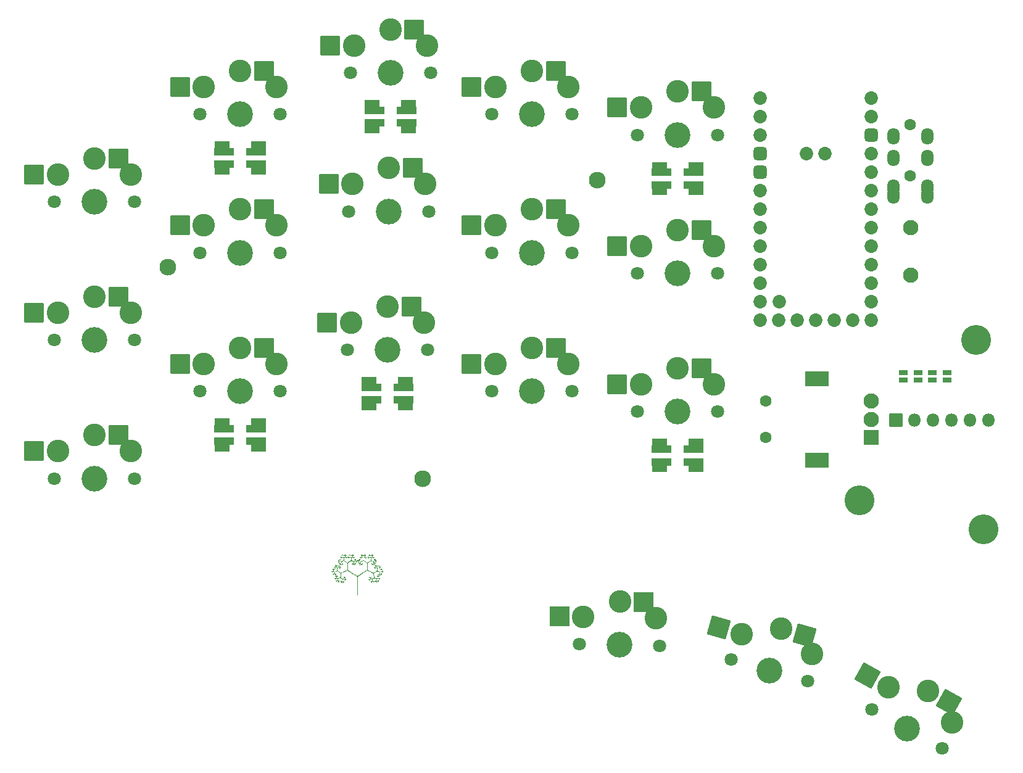
<source format=gbr>
%TF.GenerationSoftware,KiCad,Pcbnew,6.0.11+dfsg-1*%
%TF.CreationDate,2023-05-31T00:32:04+03:00*%
%TF.ProjectId,pcb,7063622e-6b69-4636-9164-5f7063625858,v1.0.0*%
%TF.SameCoordinates,Original*%
%TF.FileFunction,Soldermask,Top*%
%TF.FilePolarity,Negative*%
%FSLAX46Y46*%
G04 Gerber Fmt 4.6, Leading zero omitted, Abs format (unit mm)*
G04 Created by KiCad (PCBNEW 6.0.11+dfsg-1) date 2023-05-31 00:32:04*
%MOMM*%
%LPD*%
G01*
G04 APERTURE LIST*
G04 Aperture macros list*
%AMRoundRect*
0 Rectangle with rounded corners*
0 $1 Rounding radius*
0 $2 $3 $4 $5 $6 $7 $8 $9 X,Y pos of 4 corners*
0 Add a 4 corners polygon primitive as box body*
4,1,4,$2,$3,$4,$5,$6,$7,$8,$9,$2,$3,0*
0 Add four circle primitives for the rounded corners*
1,1,$1+$1,$2,$3*
1,1,$1+$1,$4,$5*
1,1,$1+$1,$6,$7*
1,1,$1+$1,$8,$9*
0 Add four rect primitives between the rounded corners*
20,1,$1+$1,$2,$3,$4,$5,0*
20,1,$1+$1,$4,$5,$6,$7,0*
20,1,$1+$1,$6,$7,$8,$9,0*
20,1,$1+$1,$8,$9,$2,$3,0*%
G04 Aperture macros list end*
%ADD10C,2.100000*%
%ADD11C,1.852600*%
%ADD12RoundRect,0.488150X-0.438150X-0.438150X0.438150X-0.438150X0.438150X0.438150X-0.438150X0.438150X0*%
%ADD13RoundRect,0.050000X-1.300000X-0.500000X1.300000X-0.500000X1.300000X0.500000X-1.300000X0.500000X0*%
%ADD14RoundRect,0.050000X-1.000000X-0.600000X1.000000X-0.600000X1.000000X0.600000X-1.000000X0.600000X0*%
%ADD15C,3.100000*%
%ADD16C,3.529000*%
%ADD17C,1.801800*%
%ADD18RoundRect,0.050000X-1.300000X-1.300000X1.300000X-1.300000X1.300000X1.300000X-1.300000X1.300000X0*%
%ADD19C,4.100000*%
%ADD20RoundRect,0.050000X0.850000X0.850000X-0.850000X0.850000X-0.850000X-0.850000X0.850000X-0.850000X0*%
%ADD21O,1.800000X1.800000*%
%ADD22C,2.300000*%
%ADD23RoundRect,0.050000X0.571500X-0.317500X0.571500X0.317500X-0.571500X0.317500X-0.571500X-0.317500X0*%
%ADD24RoundRect,0.050000X-1.767258X-0.506753X0.506753X-1.767258X1.767258X0.506753X-0.506753X1.767258X0*%
%ADD25RoundRect,0.050000X1.600000X1.000000X-1.600000X1.000000X-1.600000X-1.000000X1.600000X-1.000000X0*%
%ADD26C,1.600000*%
%ADD27RoundRect,0.050000X1.000000X1.000000X-1.000000X1.000000X-1.000000X-1.000000X1.000000X-1.000000X0*%
%ADD28RoundRect,0.050000X-1.322490X-1.277114X1.277114X-1.322490X1.322490X1.277114X-1.277114X1.322490X0*%
%ADD29O,1.700000X2.300000*%
%ADD30RoundRect,0.050000X-1.607969X-0.891312X0.891312X-1.607969X1.607969X0.891312X-0.891312X1.607969X0*%
G04 APERTURE END LIST*
%TO.C,*%
G36*
X33294619Y-12434554D02*
G01*
X33294235Y-12380528D01*
X33290740Y-12340751D01*
X33282940Y-12311478D01*
X33269639Y-12288967D01*
X33249642Y-12269474D01*
X33221754Y-12249256D01*
X33207981Y-12240035D01*
X33172009Y-12216919D01*
X33142477Y-12199424D01*
X33124341Y-12190434D01*
X33121760Y-12189825D01*
X33106416Y-12194267D01*
X33079246Y-12205588D01*
X33061827Y-12213738D01*
X33031868Y-12230155D01*
X33017220Y-12245204D01*
X33012740Y-12264908D01*
X33012606Y-12271367D01*
X33018268Y-12303346D01*
X33032712Y-12325271D01*
X33047401Y-12331178D01*
X33055043Y-12322299D01*
X33056099Y-12314226D01*
X33061449Y-12303027D01*
X33067150Y-12304104D01*
X33073422Y-12317135D01*
X33071945Y-12321056D01*
X33073838Y-12330474D01*
X33077846Y-12331178D01*
X33085291Y-12337448D01*
X33083913Y-12341030D01*
X33069924Y-12346447D01*
X33054486Y-12344780D01*
X33038038Y-12343113D01*
X33035476Y-12354399D01*
X33037809Y-12365217D01*
X33039541Y-12385135D01*
X33028177Y-12391564D01*
X33023102Y-12391757D01*
X33004502Y-12387089D01*
X33004447Y-12376078D01*
X33012606Y-12369234D01*
X33022811Y-12356235D01*
X33012478Y-12341166D01*
X33002163Y-12333969D01*
X32977104Y-12325670D01*
X32957547Y-12331115D01*
X32949928Y-12347735D01*
X32950909Y-12354424D01*
X32950467Y-12369264D01*
X32934911Y-12373843D01*
X32927320Y-12373812D01*
X32910873Y-12371578D01*
X32912028Y-12367470D01*
X32924608Y-12353837D01*
X32921416Y-12335783D01*
X32905040Y-12322672D01*
X32891209Y-12314429D01*
X32896959Y-12303371D01*
X32899604Y-12300847D01*
X32911961Y-12293944D01*
X32914746Y-12298129D01*
X32923381Y-12306782D01*
X32941704Y-12309251D01*
X32958343Y-12304775D01*
X32961756Y-12301276D01*
X32967203Y-12285771D01*
X32973755Y-12259529D01*
X32973992Y-12258435D01*
X32976710Y-12233271D01*
X32967392Y-12218049D01*
X32948776Y-12206864D01*
X32917779Y-12196379D01*
X32894908Y-12198825D01*
X32884677Y-12212997D01*
X32885608Y-12223711D01*
X32885300Y-12238349D01*
X32869882Y-12239759D01*
X32867456Y-12239330D01*
X32846440Y-12235399D01*
X32838633Y-12233960D01*
X32841259Y-12228533D01*
X32848373Y-12223376D01*
X32858147Y-12206299D01*
X32856605Y-12195670D01*
X32845027Y-12183896D01*
X32836862Y-12185483D01*
X32828704Y-12186123D01*
X32831349Y-12174409D01*
X32837505Y-12156244D01*
X32838633Y-12150879D01*
X32847121Y-12146492D01*
X32850148Y-12146332D01*
X32856870Y-12152885D01*
X32855408Y-12156454D01*
X32854837Y-12169308D01*
X32868524Y-12174379D01*
X32889761Y-12169657D01*
X32893435Y-12167845D01*
X32908968Y-12151865D01*
X32913241Y-12131944D01*
X32906692Y-12115904D01*
X32890282Y-12111470D01*
X32874325Y-12108963D01*
X32871253Y-12103315D01*
X32879599Y-12092405D01*
X32882768Y-12091965D01*
X32889262Y-12085304D01*
X32887563Y-12081092D01*
X32884587Y-12070828D01*
X32892727Y-12072429D01*
X32906327Y-12083912D01*
X32910829Y-12089247D01*
X32923564Y-12102131D01*
X32933966Y-12097223D01*
X32939350Y-12090697D01*
X32952645Y-12079251D01*
X32965486Y-12086416D01*
X32966533Y-12087519D01*
X32978997Y-12105346D01*
X32972723Y-12112274D01*
X32960958Y-12111470D01*
X32943484Y-12115389D01*
X32938024Y-12130852D01*
X32944207Y-12151528D01*
X32961665Y-12171084D01*
X32964562Y-12173095D01*
X32982640Y-12183606D01*
X32998182Y-12186058D01*
X33018909Y-12179918D01*
X33046657Y-12167408D01*
X33099592Y-12142614D01*
X33099592Y-12079484D01*
X33098335Y-12042060D01*
X33093118Y-12019558D01*
X33081777Y-12005229D01*
X33073941Y-11999546D01*
X33047656Y-11989203D01*
X33026079Y-11991851D01*
X33015301Y-12005699D01*
X33015948Y-12016584D01*
X33014282Y-12032044D01*
X33000881Y-12034545D01*
X32986497Y-12028231D01*
X32986723Y-12009126D01*
X32986968Y-12008129D01*
X32988014Y-11989169D01*
X32974656Y-11983346D01*
X32970199Y-11983232D01*
X32954422Y-11980914D01*
X32955778Y-11969975D01*
X32960763Y-11961486D01*
X32974697Y-11944528D01*
X32983243Y-11939739D01*
X32987470Y-11946456D01*
X32985887Y-11949861D01*
X32985379Y-11962714D01*
X32999069Y-11967862D01*
X33020129Y-11963161D01*
X33023255Y-11961606D01*
X33040924Y-11944695D01*
X33045032Y-11925165D01*
X33035708Y-11910500D01*
X33022316Y-11907119D01*
X33005748Y-11902582D01*
X33006006Y-11889920D01*
X33011763Y-11872587D01*
X33012606Y-11868174D01*
X33021022Y-11863744D01*
X33023479Y-11863626D01*
X33033126Y-11872433D01*
X33034353Y-11879936D01*
X33041673Y-11893674D01*
X33057651Y-11894625D01*
X33073310Y-11882726D01*
X33074864Y-11880214D01*
X33083500Y-11871025D01*
X33093486Y-11879878D01*
X33097243Y-11885651D01*
X33104786Y-11901776D01*
X33096208Y-11906853D01*
X33088055Y-11907119D01*
X33071377Y-11914007D01*
X33068486Y-11930746D01*
X33078157Y-11951452D01*
X33099168Y-11970242D01*
X33101456Y-11971572D01*
X33125774Y-11981821D01*
X33146626Y-11978619D01*
X33158540Y-11972817D01*
X33177426Y-11955865D01*
X33186590Y-11934654D01*
X33184915Y-11916124D01*
X33171287Y-11907214D01*
X33169105Y-11907119D01*
X33156825Y-11900635D01*
X33158232Y-11889920D01*
X33163989Y-11872587D01*
X33164832Y-11868174D01*
X33173248Y-11863744D01*
X33175705Y-11863626D01*
X33185352Y-11872433D01*
X33186579Y-11879936D01*
X33195282Y-11894352D01*
X33202889Y-11896246D01*
X33217304Y-11887542D01*
X33219198Y-11879936D01*
X33224743Y-11865282D01*
X33236445Y-11867380D01*
X33245218Y-11880825D01*
X33251087Y-11900128D01*
X33245451Y-11906554D01*
X33235508Y-11907119D01*
X33222998Y-11915465D01*
X33219367Y-11934309D01*
X33224476Y-11954364D01*
X33236398Y-11965759D01*
X33261641Y-11971894D01*
X33272540Y-11964129D01*
X33273565Y-11956049D01*
X33279436Y-11941579D01*
X33284438Y-11939739D01*
X33295002Y-11947361D01*
X33295311Y-11949723D01*
X33298898Y-11967925D01*
X33301959Y-11977030D01*
X33302665Y-11989338D01*
X33292185Y-11988051D01*
X33273985Y-11988624D01*
X33266514Y-12002343D01*
X33273861Y-12021645D01*
X33273960Y-12021765D01*
X33279972Y-12033104D01*
X33269278Y-12037247D01*
X33257255Y-12037599D01*
X33237393Y-12035751D01*
X33235835Y-12028204D01*
X33240316Y-12022047D01*
X33246391Y-12007987D01*
X33234023Y-11996274D01*
X33230885Y-11994541D01*
X33208967Y-11988688D01*
X33185034Y-11998076D01*
X33180757Y-12000794D01*
X33164744Y-12013638D01*
X33156986Y-12029551D01*
X33155252Y-12055656D01*
X33156181Y-12079280D01*
X33159395Y-12139557D01*
X33326859Y-12245651D01*
X33496467Y-12136887D01*
X33492718Y-12075945D01*
X33488521Y-12037626D01*
X33480216Y-12014368D01*
X33465367Y-11999549D01*
X33464349Y-11998871D01*
X33438225Y-11988822D01*
X33417001Y-11992128D01*
X33406779Y-12006801D01*
X33407587Y-12017352D01*
X33406069Y-12033812D01*
X33391946Y-12037599D01*
X33377346Y-12033556D01*
X33376239Y-12017489D01*
X33377833Y-12010416D01*
X33379871Y-11990273D01*
X33368966Y-11983565D01*
X33361638Y-11983232D01*
X33345860Y-11980914D01*
X33347216Y-11969975D01*
X33352201Y-11961486D01*
X33366136Y-11944528D01*
X33374682Y-11939739D01*
X33378703Y-11946566D01*
X33376814Y-11950689D01*
X33377438Y-11962577D01*
X33391269Y-11968696D01*
X33410094Y-11967036D01*
X33420493Y-11961371D01*
X33435028Y-11940754D01*
X33435057Y-11920554D01*
X33421527Y-11908208D01*
X33413586Y-11907119D01*
X33398035Y-11904421D01*
X33401325Y-11894130D01*
X33402619Y-11892527D01*
X33409516Y-11876672D01*
X33407574Y-11870781D01*
X33408728Y-11864196D01*
X33413105Y-11863626D01*
X33424347Y-11872403D01*
X33425791Y-11879936D01*
X33433112Y-11893674D01*
X33449090Y-11894625D01*
X33464748Y-11882726D01*
X33466302Y-11880214D01*
X33474939Y-11871025D01*
X33484924Y-11879878D01*
X33488681Y-11885651D01*
X33496257Y-11901788D01*
X33487915Y-11906863D01*
X33480250Y-11907119D01*
X33462575Y-11914194D01*
X33458872Y-11931332D01*
X33468596Y-11952404D01*
X33485658Y-11967964D01*
X33515884Y-11978250D01*
X33545917Y-11974091D01*
X33568911Y-11958081D01*
X33578017Y-11932983D01*
X33571791Y-11911759D01*
X33560544Y-11907119D01*
X33548263Y-11900635D01*
X33549670Y-11889920D01*
X33555427Y-11872587D01*
X33556270Y-11868174D01*
X33564686Y-11863744D01*
X33567144Y-11863626D01*
X33576790Y-11872433D01*
X33578017Y-11879936D01*
X33586721Y-11894352D01*
X33594327Y-11896246D01*
X33608661Y-11887515D01*
X33610637Y-11879595D01*
X33619434Y-11861452D01*
X33626947Y-11856685D01*
X33641569Y-11842818D01*
X33639757Y-11825100D01*
X33622511Y-11812674D01*
X33622118Y-11812569D01*
X33608046Y-11805394D01*
X33613632Y-11793496D01*
X33613824Y-11793290D01*
X33627066Y-11785378D01*
X33637809Y-11794774D01*
X33653049Y-11802807D01*
X33669824Y-11793378D01*
X33684090Y-11770044D01*
X33690180Y-11748691D01*
X33691372Y-11723231D01*
X33679571Y-11706455D01*
X33665322Y-11697008D01*
X33636168Y-11685713D01*
X33613509Y-11687274D01*
X33602434Y-11700456D01*
X33603105Y-11712132D01*
X33601439Y-11727592D01*
X33588038Y-11730093D01*
X33573655Y-11723779D01*
X33573880Y-11704674D01*
X33574126Y-11703677D01*
X33575171Y-11684717D01*
X33561814Y-11678894D01*
X33557357Y-11678780D01*
X33541511Y-11676304D01*
X33543221Y-11664949D01*
X33547416Y-11657842D01*
X33558753Y-11643773D01*
X33568364Y-11648059D01*
X33572833Y-11653782D01*
X33586443Y-11664698D01*
X33605477Y-11659744D01*
X33608779Y-11658028D01*
X33626974Y-11641129D01*
X33632268Y-11621557D01*
X33624419Y-11606562D01*
X33610637Y-11602667D01*
X33592291Y-11598663D01*
X33591643Y-11584712D01*
X33599501Y-11570100D01*
X33609085Y-11560550D01*
X33620246Y-11567821D01*
X33626517Y-11575537D01*
X33640134Y-11590071D01*
X33650289Y-11587451D01*
X33656987Y-11579652D01*
X33670282Y-11568207D01*
X33683123Y-11575372D01*
X33684170Y-11576475D01*
X33696634Y-11594301D01*
X33690360Y-11601229D01*
X33678595Y-11600426D01*
X33661179Y-11604521D01*
X33655410Y-11620309D01*
X33661019Y-11641286D01*
X33677739Y-11660954D01*
X33681188Y-11663388D01*
X33698853Y-11673523D01*
X33714444Y-11675709D01*
X33735538Y-11669343D01*
X33763246Y-11656854D01*
X33786101Y-11646122D01*
X33801869Y-11636484D01*
X33812468Y-11623789D01*
X33819817Y-11603884D01*
X33825834Y-11572616D01*
X33832438Y-11525834D01*
X33836010Y-11499371D01*
X33844870Y-11434131D01*
X33761404Y-11377547D01*
X33677937Y-11320962D01*
X33622970Y-11344185D01*
X33588300Y-11361300D01*
X33569401Y-11378338D01*
X33561175Y-11398497D01*
X33560466Y-11428567D01*
X33567513Y-11445450D01*
X33584888Y-11458212D01*
X33602084Y-11460592D01*
X33610587Y-11451605D01*
X33610637Y-11450441D01*
X33615038Y-11439480D01*
X33623572Y-11443616D01*
X33629233Y-11459270D01*
X33629293Y-11459977D01*
X33623400Y-11476651D01*
X33612579Y-11479005D01*
X33597778Y-11485989D01*
X33595152Y-11501732D01*
X33590655Y-11520217D01*
X33576404Y-11522853D01*
X33557841Y-11517314D01*
X33547417Y-11509959D01*
X33550403Y-11505121D01*
X33554458Y-11504808D01*
X33565266Y-11496945D01*
X33565742Y-11480526D01*
X33555652Y-11466369D01*
X33537144Y-11463377D01*
X33516978Y-11466090D01*
X33497223Y-11475912D01*
X33495848Y-11491983D01*
X33494583Y-11507952D01*
X33480156Y-11512691D01*
X33462149Y-11509132D01*
X33459483Y-11499372D01*
X33471240Y-11491470D01*
X33478836Y-11479539D01*
X33477089Y-11469001D01*
X33463505Y-11456255D01*
X33453386Y-11457225D01*
X33439033Y-11457684D01*
X33439394Y-11444127D01*
X33447903Y-11428695D01*
X33458072Y-11418259D01*
X33467430Y-11427056D01*
X33469457Y-11430402D01*
X33486315Y-11444847D01*
X33504772Y-11441274D01*
X33519839Y-11422389D01*
X33525917Y-11399772D01*
X33525756Y-11370679D01*
X33513303Y-11350903D01*
X33500095Y-11340421D01*
X33475431Y-11326553D01*
X33455842Y-11327094D01*
X33447122Y-11331057D01*
X33431930Y-11343800D01*
X33435868Y-11357059D01*
X33442657Y-11373082D01*
X33431382Y-11379576D01*
X33414059Y-11377254D01*
X33399753Y-11369695D01*
X33404751Y-11357167D01*
X33411238Y-11337315D01*
X33399851Y-11322908D01*
X33385761Y-11319962D01*
X33374722Y-11317214D01*
X33380754Y-11305553D01*
X33382725Y-11303137D01*
X33396572Y-11292997D01*
X33404387Y-11298770D01*
X33420180Y-11307443D01*
X33432530Y-11307347D01*
X33447523Y-11296814D01*
X33456249Y-11277401D01*
X33457243Y-11257348D01*
X33449037Y-11244890D01*
X33443841Y-11243849D01*
X33432474Y-11236141D01*
X33433514Y-11222102D01*
X33442794Y-11204233D01*
X33453236Y-11201698D01*
X33458404Y-11215901D01*
X33458411Y-11216666D01*
X33467114Y-11231081D01*
X33474721Y-11232976D01*
X33489136Y-11224272D01*
X33491031Y-11216666D01*
X33496576Y-11202012D01*
X33508277Y-11204109D01*
X33517051Y-11217555D01*
X33522919Y-11236857D01*
X33517283Y-11243283D01*
X33507341Y-11243849D01*
X33493356Y-11251471D01*
X33490909Y-11269508D01*
X33498844Y-11290718D01*
X33516007Y-11307859D01*
X33517707Y-11308817D01*
X33536912Y-11316271D01*
X33557400Y-11315400D01*
X33587246Y-11305478D01*
X33596538Y-11301735D01*
X33648693Y-11280376D01*
X33651916Y-11213723D01*
X33653061Y-11176643D01*
X33650505Y-11154877D01*
X33642062Y-11142046D01*
X33625545Y-11131771D01*
X33623456Y-11130686D01*
X33599754Y-11120514D01*
X33583880Y-11122177D01*
X33571303Y-11130828D01*
X33558646Y-11145055D01*
X33564493Y-11153038D01*
X33574547Y-11162190D01*
X33568309Y-11170004D01*
X33550991Y-11171900D01*
X33544467Y-11170643D01*
X33530200Y-11163744D01*
X33535189Y-11156451D01*
X33543515Y-11142111D01*
X33539008Y-11125517D01*
X33525898Y-11116368D01*
X33518122Y-11117337D01*
X33503655Y-11119444D01*
X33505997Y-11109389D01*
X33517158Y-11096562D01*
X33530196Y-11086977D01*
X33537690Y-11095176D01*
X33538743Y-11097808D01*
X33548035Y-11108448D01*
X33565996Y-11103105D01*
X33566982Y-11102582D01*
X33581331Y-11088059D01*
X33588789Y-11068065D01*
X33588704Y-11049745D01*
X33580425Y-11040242D01*
X33572580Y-11041188D01*
X33558338Y-11042190D01*
X33559752Y-11029259D01*
X33568138Y-11015510D01*
X33578989Y-11005665D01*
X33585187Y-11012791D01*
X33598778Y-11025042D01*
X33616053Y-11023086D01*
X33624196Y-11012889D01*
X33632227Y-11006915D01*
X33647625Y-11018325D01*
X33660113Y-11032363D01*
X33655726Y-11036883D01*
X33644033Y-11037256D01*
X33626019Y-11044768D01*
X33620911Y-11063031D01*
X33628256Y-11085642D01*
X33647600Y-11106193D01*
X33648986Y-11107124D01*
X33669417Y-11118358D01*
X33686067Y-11117810D01*
X33708789Y-11106030D01*
X33731189Y-11086384D01*
X33741517Y-11064554D01*
X33738922Y-11046310D01*
X33722552Y-11037425D01*
X33718941Y-11037256D01*
X33703954Y-11034913D01*
X33708143Y-11024982D01*
X33710786Y-11022018D01*
X33723699Y-11013741D01*
X33728431Y-11016581D01*
X33741119Y-11025392D01*
X33760990Y-11024609D01*
X33776191Y-11015148D01*
X33777439Y-11012791D01*
X33784914Y-11005868D01*
X33794488Y-11015510D01*
X33805356Y-11036086D01*
X33800188Y-11043415D01*
X33789179Y-11040856D01*
X33777348Y-11040440D01*
X33774680Y-11055163D01*
X33775588Y-11065569D01*
X33784762Y-11088708D01*
X33801600Y-11101840D01*
X33819309Y-11101210D01*
X33826800Y-11093896D01*
X33838406Y-11091132D01*
X33847560Y-11098263D01*
X33855662Y-11110248D01*
X33845878Y-11113360D01*
X33844500Y-11113369D01*
X33826800Y-11121403D01*
X33819650Y-11138849D01*
X33826479Y-11155725D01*
X33829236Y-11157793D01*
X33837582Y-11165504D01*
X33825506Y-11167568D01*
X33825384Y-11167569D01*
X33800559Y-11165279D01*
X33792570Y-11156027D01*
X33793348Y-11148562D01*
X33788571Y-11133511D01*
X33770076Y-11127213D01*
X33744653Y-11131184D01*
X33734946Y-11135509D01*
X33719732Y-11146282D01*
X33711768Y-11161983D01*
X33708807Y-11189133D01*
X33708496Y-11212294D01*
X33708496Y-11274924D01*
X33790321Y-11325923D01*
X33872145Y-11376921D01*
X34026815Y-11306405D01*
X34181484Y-11235889D01*
X34178980Y-10891099D01*
X34095754Y-10838923D01*
X34012529Y-10786747D01*
X33958372Y-10810044D01*
X33927010Y-10824632D01*
X33910897Y-10837398D01*
X33904988Y-10854332D01*
X33904216Y-10874333D01*
X33908345Y-10906512D01*
X33921667Y-10921975D01*
X33923036Y-10922546D01*
X33940377Y-10923429D01*
X33945689Y-10918272D01*
X33955533Y-10906963D01*
X33965956Y-10912736D01*
X33969455Y-10927315D01*
X33961781Y-10944085D01*
X33950427Y-10946344D01*
X33935446Y-10952255D01*
X33933576Y-10966968D01*
X33928880Y-10985124D01*
X33914548Y-10989103D01*
X33895851Y-10985364D01*
X33897291Y-10973524D01*
X33904676Y-10965032D01*
X33907894Y-10950854D01*
X33896243Y-10937464D01*
X33876113Y-10930237D01*
X33863963Y-10930790D01*
X33848635Y-10942906D01*
X33847214Y-10960066D01*
X33845943Y-10978070D01*
X33834218Y-10979192D01*
X33832734Y-10978649D01*
X33810156Y-10972611D01*
X33802748Y-10971850D01*
X33798149Y-10967862D01*
X33805222Y-10962074D01*
X33813482Y-10948041D01*
X33812219Y-10930200D01*
X33803082Y-10919161D01*
X33798504Y-10918837D01*
X33781037Y-10918147D01*
X33782779Y-10907505D01*
X33786760Y-10902790D01*
X33800007Y-10893440D01*
X33811437Y-10902695D01*
X33811782Y-10903164D01*
X33827305Y-10911215D01*
X33844854Y-10902145D01*
X33860002Y-10879601D01*
X33866789Y-10857847D01*
X33868225Y-10833441D01*
X33857081Y-10817043D01*
X33840734Y-10806164D01*
X33810707Y-10794283D01*
X33787743Y-10795515D01*
X33776556Y-10808733D01*
X33777279Y-10821290D01*
X33775761Y-10837750D01*
X33761638Y-10841537D01*
X33747038Y-10837495D01*
X33745931Y-10821428D01*
X33747525Y-10814354D01*
X33749563Y-10794211D01*
X33738658Y-10787504D01*
X33731330Y-10787171D01*
X33715552Y-10784852D01*
X33716908Y-10773914D01*
X33721893Y-10765424D01*
X33737647Y-10746918D01*
X33748684Y-10746398D01*
X33751990Y-10759988D01*
X33754871Y-10773777D01*
X33766830Y-10773847D01*
X33785324Y-10765042D01*
X33802549Y-10748209D01*
X33806076Y-10728699D01*
X33796195Y-10714184D01*
X33783278Y-10711058D01*
X33767727Y-10708360D01*
X33771016Y-10698068D01*
X33772310Y-10696466D01*
X33779208Y-10680611D01*
X33777266Y-10674719D01*
X33778420Y-10668134D01*
X33782797Y-10667565D01*
X33794039Y-10676341D01*
X33795483Y-10683875D01*
X33802804Y-10697613D01*
X33818782Y-10698563D01*
X33834440Y-10686665D01*
X33835994Y-10684153D01*
X33844630Y-10674964D01*
X33854616Y-10683816D01*
X33858373Y-10689589D01*
X33865916Y-10705715D01*
X33857338Y-10710791D01*
X33849185Y-10711058D01*
X33832556Y-10717988D01*
X33829627Y-10734792D01*
X33839209Y-10755489D01*
X33860119Y-10774099D01*
X33861887Y-10775118D01*
X33880285Y-10783433D01*
X33897677Y-10783736D01*
X33921683Y-10775046D01*
X33943436Y-10764608D01*
X33996639Y-10738241D01*
X33992996Y-10678438D01*
X33987901Y-10637521D01*
X33977437Y-10612069D01*
X33966903Y-10601050D01*
X33941046Y-10588379D01*
X33919566Y-10590113D01*
X33908202Y-10604471D01*
X33908793Y-10619083D01*
X33910476Y-10636852D01*
X33899468Y-10639490D01*
X33893395Y-10638109D01*
X33877929Y-10628457D01*
X33878009Y-10607769D01*
X33878315Y-10606521D01*
X33879854Y-10587047D01*
X33867574Y-10580805D01*
X33861125Y-10580578D01*
X33844833Y-10579120D01*
X33847188Y-10571203D01*
X33855496Y-10562505D01*
X33870611Y-10550827D01*
X33880508Y-10555878D01*
X33883146Y-10559787D01*
X33897786Y-10568122D01*
X33915687Y-10561042D01*
X33930353Y-10542561D01*
X33934873Y-10527820D01*
X33932517Y-10509450D01*
X33914514Y-10504465D01*
X33898446Y-10501861D01*
X33901156Y-10491916D01*
X33902790Y-10489873D01*
X33909687Y-10474018D01*
X33907746Y-10468127D01*
X33908899Y-10461542D01*
X33913277Y-10460972D01*
X33924519Y-10469749D01*
X33925962Y-10477282D01*
X33933865Y-10490205D01*
X33950818Y-10492970D01*
X33966683Y-10485659D01*
X33971376Y-10476916D01*
X33976154Y-10467912D01*
X33985372Y-10477337D01*
X33988576Y-10482353D01*
X33996453Y-10498857D01*
X33988793Y-10504150D01*
X33980421Y-10504465D01*
X33962532Y-10511284D01*
X33959262Y-10528217D01*
X33969877Y-10549979D01*
X33989316Y-10568362D01*
X34010803Y-10582208D01*
X34026405Y-10583952D01*
X34046998Y-10573833D01*
X34053713Y-10569774D01*
X34076978Y-10551270D01*
X34082584Y-10532641D01*
X34081514Y-10526884D01*
X34071096Y-10508864D01*
X34061628Y-10504465D01*
X34052193Y-10496089D01*
X34053291Y-10482719D01*
X34062572Y-10464850D01*
X34073013Y-10462314D01*
X34078182Y-10476517D01*
X34078188Y-10477282D01*
X34086892Y-10491698D01*
X34094498Y-10493592D01*
X34108914Y-10484888D01*
X34110808Y-10477282D01*
X34115538Y-10462477D01*
X34127613Y-10466131D01*
X34140905Y-10482719D01*
X34148633Y-10498999D01*
X34140426Y-10504171D01*
X34131925Y-10504465D01*
X34115803Y-10508724D01*
X34112056Y-10525535D01*
X34112804Y-10534274D01*
X34122565Y-10557776D01*
X34140509Y-10568980D01*
X34159541Y-10564865D01*
X34166590Y-10557183D01*
X34176377Y-10548431D01*
X34186755Y-10558832D01*
X34196901Y-10579764D01*
X34191595Y-10587047D01*
X34182584Y-10584932D01*
X34165228Y-10586073D01*
X34157918Y-10600037D01*
X34164468Y-10617783D01*
X34169330Y-10630400D01*
X34154731Y-10637983D01*
X34154541Y-10638032D01*
X34135206Y-10638618D01*
X34125526Y-10631848D01*
X34130718Y-10622522D01*
X34135205Y-10620247D01*
X34140873Y-10611837D01*
X34128222Y-10597910D01*
X34111716Y-10587663D01*
X34095558Y-10589488D01*
X34076574Y-10599572D01*
X34058612Y-10612298D01*
X34049445Y-10627748D01*
X34046293Y-10653096D01*
X34046151Y-10678064D01*
X34046734Y-10738241D01*
X34129109Y-10790512D01*
X34167380Y-10813184D01*
X34199893Y-10829503D01*
X34221637Y-10837076D01*
X34226521Y-10837013D01*
X34242220Y-10828641D01*
X34270664Y-10811488D01*
X34306491Y-10788814D01*
X34317536Y-10781646D01*
X34393514Y-10732049D01*
X34393514Y-10674968D01*
X34392211Y-10640288D01*
X34386331Y-10619980D01*
X34372910Y-10606730D01*
X34363612Y-10601116D01*
X34331678Y-10588736D01*
X34308909Y-10590534D01*
X34298933Y-10605513D01*
X34300105Y-10618580D01*
X34301979Y-10636656D01*
X34291424Y-10639583D01*
X34284833Y-10638109D01*
X34269367Y-10628457D01*
X34269448Y-10607769D01*
X34269754Y-10606521D01*
X34271293Y-10587047D01*
X34259013Y-10580805D01*
X34252563Y-10580578D01*
X34236271Y-10579120D01*
X34238626Y-10571203D01*
X34246934Y-10562505D01*
X34262049Y-10550827D01*
X34271946Y-10555878D01*
X34274585Y-10559787D01*
X34289224Y-10568122D01*
X34307126Y-10561042D01*
X34321791Y-10542561D01*
X34326312Y-10527820D01*
X34323956Y-10509450D01*
X34305952Y-10504465D01*
X34289885Y-10501861D01*
X34292595Y-10491916D01*
X34294228Y-10489873D01*
X34301126Y-10474018D01*
X34299184Y-10468127D01*
X34300338Y-10461542D01*
X34304715Y-10460972D01*
X34315957Y-10469749D01*
X34317401Y-10477282D01*
X34325304Y-10490205D01*
X34342256Y-10492970D01*
X34358122Y-10485659D01*
X34362815Y-10476916D01*
X34367592Y-10467912D01*
X34376811Y-10477337D01*
X34380014Y-10482353D01*
X34387891Y-10498857D01*
X34380231Y-10504150D01*
X34371859Y-10504465D01*
X34353810Y-10511623D01*
X34349331Y-10529060D01*
X34357635Y-10550722D01*
X34377935Y-10570554D01*
X34380668Y-10572247D01*
X34402748Y-10583387D01*
X34419842Y-10583125D01*
X34443059Y-10571044D01*
X34445066Y-10569827D01*
X34468371Y-10551320D01*
X34474031Y-10532724D01*
X34472953Y-10526884D01*
X34462534Y-10508864D01*
X34453066Y-10504465D01*
X34443631Y-10496089D01*
X34444729Y-10482719D01*
X34454068Y-10464717D01*
X34464490Y-10462530D01*
X34469621Y-10477345D01*
X34469627Y-10478079D01*
X34477499Y-10490889D01*
X34488655Y-10491025D01*
X34503409Y-10481557D01*
X34504965Y-10473918D01*
X34509259Y-10461913D01*
X34513120Y-10460972D01*
X34522916Y-10469712D01*
X34523993Y-10476376D01*
X34532214Y-10493836D01*
X34537585Y-10497264D01*
X34539455Y-10501668D01*
X34526711Y-10503607D01*
X34507571Y-10510028D01*
X34502246Y-10530898D01*
X34502246Y-10530916D01*
X34509792Y-10552892D01*
X34527278Y-10565945D01*
X34546979Y-10566419D01*
X34557970Y-10557277D01*
X34567764Y-10548398D01*
X34578193Y-10558832D01*
X34588340Y-10579764D01*
X34583034Y-10587047D01*
X34574023Y-10584932D01*
X34556666Y-10586073D01*
X34549356Y-10600037D01*
X34555906Y-10617783D01*
X34560768Y-10630400D01*
X34546169Y-10637983D01*
X34545980Y-10638032D01*
X34526645Y-10638618D01*
X34516964Y-10631848D01*
X34522156Y-10622522D01*
X34526644Y-10620247D01*
X34532367Y-10611861D01*
X34519834Y-10598037D01*
X34502905Y-10587724D01*
X34485644Y-10589499D01*
X34468186Y-10597633D01*
X34450470Y-10608654D01*
X34441139Y-10622617D01*
X34437540Y-10646232D01*
X34437007Y-10676550D01*
X34437007Y-10739344D01*
X34486227Y-10763257D01*
X34522565Y-10779599D01*
X34546967Y-10785456D01*
X34566391Y-10781120D01*
X34587045Y-10767454D01*
X34602934Y-10747021D01*
X34604353Y-10726458D01*
X34592010Y-10712939D01*
X34581469Y-10711058D01*
X34570239Y-10704128D01*
X34571759Y-10693859D01*
X34577517Y-10676525D01*
X34578359Y-10672112D01*
X34586775Y-10667682D01*
X34589233Y-10667565D01*
X34598879Y-10676371D01*
X34600106Y-10683875D01*
X34608810Y-10698290D01*
X34616416Y-10700184D01*
X34630831Y-10691481D01*
X34632726Y-10683875D01*
X34638271Y-10669221D01*
X34649972Y-10671318D01*
X34658746Y-10684764D01*
X34664615Y-10704066D01*
X34658978Y-10710492D01*
X34649036Y-10711058D01*
X34636525Y-10719403D01*
X34632895Y-10738248D01*
X34638003Y-10758302D01*
X34649925Y-10769697D01*
X34675169Y-10775832D01*
X34686068Y-10768067D01*
X34687092Y-10759988D01*
X34692086Y-10745241D01*
X34702574Y-10747243D01*
X34711744Y-10764486D01*
X34709155Y-10783817D01*
X34696702Y-10790652D01*
X34681044Y-10800053D01*
X34676106Y-10812384D01*
X34684528Y-10819636D01*
X34687092Y-10819791D01*
X34697855Y-10824851D01*
X34693686Y-10835370D01*
X34677481Y-10844353D01*
X34676849Y-10844523D01*
X34654570Y-10845950D01*
X34648360Y-10836444D01*
X34654701Y-10824952D01*
X34657966Y-10808877D01*
X34648344Y-10797470D01*
X34632481Y-10789181D01*
X34613839Y-10794032D01*
X34601998Y-10800685D01*
X34577956Y-10825628D01*
X34568912Y-10857721D01*
X34576166Y-10889195D01*
X34585191Y-10901182D01*
X34600300Y-10913933D01*
X34610431Y-10910580D01*
X34617849Y-10901220D01*
X34630546Y-10888528D01*
X34643154Y-10894101D01*
X34647968Y-10898719D01*
X34658570Y-10915705D01*
X34652531Y-10924068D01*
X34638503Y-10921713D01*
X34624517Y-10924919D01*
X34616544Y-10939167D01*
X34619622Y-10953773D01*
X34622327Y-10956000D01*
X34632491Y-10968327D01*
X34623188Y-10976812D01*
X34610986Y-10978230D01*
X34595027Y-10973084D01*
X34595118Y-10959728D01*
X34593871Y-10939510D01*
X34576045Y-10930613D01*
X34550558Y-10933144D01*
X34532554Y-10943213D01*
X34523896Y-10957676D01*
X34527152Y-10969340D01*
X34536678Y-10972017D01*
X34544875Y-10975126D01*
X34537811Y-10981930D01*
X34520643Y-10988646D01*
X34511380Y-10990574D01*
X34496004Y-10990600D01*
X34498922Y-10981499D01*
X34500165Y-10979961D01*
X34506138Y-10960622D01*
X34496812Y-10945393D01*
X34477815Y-10942438D01*
X34474950Y-10943372D01*
X34461671Y-10944980D01*
X34462979Y-10933194D01*
X34468791Y-10915013D01*
X34469627Y-10909993D01*
X34476408Y-10910858D01*
X34485936Y-10917650D01*
X34505230Y-10923940D01*
X34521900Y-10914060D01*
X34532801Y-10893582D01*
X34534787Y-10868077D01*
X34526545Y-10845716D01*
X34512646Y-10833887D01*
X34486532Y-10817748D01*
X34471570Y-10809761D01*
X34424583Y-10785938D01*
X34384583Y-10809383D01*
X34349496Y-10830383D01*
X34310283Y-10854451D01*
X34298769Y-10861648D01*
X34252955Y-10890467D01*
X34252558Y-11060603D01*
X34252161Y-11230740D01*
X34358175Y-11298636D01*
X34407100Y-11329992D01*
X34455495Y-11361048D01*
X34496823Y-11387606D01*
X34518556Y-11401601D01*
X34554897Y-11424973D01*
X34600451Y-11454177D01*
X34646091Y-11483362D01*
X34651414Y-11486759D01*
X34729905Y-11536849D01*
X34969458Y-11383955D01*
X35209010Y-11231060D01*
X35208941Y-11060763D01*
X35208873Y-10890467D01*
X35179040Y-10873101D01*
X35153102Y-10857559D01*
X35118054Y-10836017D01*
X35093400Y-10820622D01*
X35037594Y-10785509D01*
X34981949Y-10813706D01*
X34949535Y-10831761D01*
X34932687Y-10846938D01*
X34926707Y-10864246D01*
X34926305Y-10873009D01*
X34931391Y-10900312D01*
X34943684Y-10919253D01*
X34958737Y-10925423D01*
X34970626Y-10916951D01*
X34980528Y-10906964D01*
X34990579Y-10916445D01*
X34991378Y-10917650D01*
X35001560Y-10939284D01*
X34994936Y-10947318D01*
X34980671Y-10944833D01*
X34963160Y-10944260D01*
X34956822Y-10959365D01*
X34957901Y-10979248D01*
X34950889Y-10989086D01*
X34943194Y-10989530D01*
X34926119Y-10984009D01*
X34917383Y-10976519D01*
X34922371Y-10972102D01*
X34924492Y-10972017D01*
X34936122Y-10965423D01*
X34933548Y-10950183D01*
X34918304Y-10933430D01*
X34895763Y-10926036D01*
X34875471Y-10932265D01*
X34864994Y-10948351D01*
X34865972Y-10959476D01*
X34864873Y-10974618D01*
X34850185Y-10978230D01*
X34831115Y-10974573D01*
X34832201Y-10962921D01*
X34839779Y-10954159D01*
X34843256Y-10939846D01*
X34832671Y-10927519D01*
X34816633Y-10916481D01*
X34810464Y-10914932D01*
X34800925Y-10918473D01*
X34803652Y-10909802D01*
X34811908Y-10900014D01*
X34826640Y-10888310D01*
X34837397Y-10893601D01*
X34843322Y-10901220D01*
X34855201Y-10913955D01*
X34866567Y-10910113D01*
X34875392Y-10901769D01*
X34892023Y-10871799D01*
X34891161Y-10838533D01*
X34873579Y-10810029D01*
X34866006Y-10804156D01*
X34838211Y-10792723D01*
X34817076Y-10792765D01*
X34798385Y-10804408D01*
X34799189Y-10818746D01*
X34806876Y-10825337D01*
X34814461Y-10836370D01*
X34805937Y-10844600D01*
X34786841Y-10845141D01*
X34784941Y-10844685D01*
X34768103Y-10835859D01*
X34763133Y-10825303D01*
X34772996Y-10819811D01*
X34774079Y-10819791D01*
X34784721Y-10813983D01*
X34781608Y-10801901D01*
X34767381Y-10791555D01*
X34764469Y-10790652D01*
X34749183Y-10778889D01*
X34749427Y-10764486D01*
X34758720Y-10747132D01*
X34769184Y-10745311D01*
X34774079Y-10759988D01*
X34779586Y-10774156D01*
X34798110Y-10774077D01*
X34811246Y-10769697D01*
X34825696Y-10755608D01*
X34828728Y-10735084D01*
X34821064Y-10717261D01*
X34806606Y-10711058D01*
X34791748Y-10708653D01*
X34793531Y-10697483D01*
X34798349Y-10689311D01*
X34812880Y-10671987D01*
X34823693Y-10668304D01*
X34825861Y-10679846D01*
X34825727Y-10680510D01*
X34832212Y-10693319D01*
X34842037Y-10697618D01*
X34858200Y-10694074D01*
X34861065Y-10684672D01*
X34866576Y-10669405D01*
X34878253Y-10671201D01*
X34887085Y-10684764D01*
X34892793Y-10704047D01*
X34885528Y-10710455D01*
X34871182Y-10711058D01*
X34854465Y-10717754D01*
X34852061Y-10734164D01*
X34862760Y-10754768D01*
X34884916Y-10773784D01*
X34903149Y-10783253D01*
X34919464Y-10784972D01*
X34941406Y-10778217D01*
X34969184Y-10765712D01*
X35024164Y-10739960D01*
X35024164Y-10676858D01*
X35023253Y-10640608D01*
X35018767Y-10619398D01*
X35008074Y-10606545D01*
X34992985Y-10597633D01*
X34969062Y-10587641D01*
X34952497Y-10589801D01*
X34941337Y-10597148D01*
X34927807Y-10610259D01*
X34931882Y-10619845D01*
X34937178Y-10623698D01*
X34948301Y-10633232D01*
X34948051Y-10635684D01*
X34912413Y-10640193D01*
X34896328Y-10635872D01*
X34899968Y-10622800D01*
X34905785Y-10616320D01*
X34912260Y-10599420D01*
X34904026Y-10586022D01*
X34887148Y-10584932D01*
X34873733Y-10585407D01*
X34875662Y-10571551D01*
X34882978Y-10558832D01*
X34893512Y-10548390D01*
X34903201Y-10557277D01*
X34919842Y-10567811D01*
X34939691Y-10563203D01*
X34955020Y-10547105D01*
X34958924Y-10530916D01*
X34953607Y-10510035D01*
X34934476Y-10503607D01*
X34934460Y-10503607D01*
X34920739Y-10501098D01*
X34923586Y-10497264D01*
X34935689Y-10482985D01*
X34937509Y-10473658D01*
X34939018Y-10461712D01*
X34945404Y-10468650D01*
X34948922Y-10474564D01*
X34964640Y-10489934D01*
X34981343Y-10492494D01*
X34991111Y-10481737D01*
X34991544Y-10477282D01*
X34997416Y-10462812D01*
X35002418Y-10460972D01*
X35012981Y-10468594D01*
X35013291Y-10470956D01*
X35016878Y-10489158D01*
X35019938Y-10498263D01*
X35020620Y-10510595D01*
X35010494Y-10509410D01*
X34994941Y-10512627D01*
X34988558Y-10525584D01*
X34990811Y-10547223D01*
X35011559Y-10568455D01*
X35013343Y-10569742D01*
X35035227Y-10583597D01*
X35051624Y-10585035D01*
X35073850Y-10574539D01*
X35077493Y-10572474D01*
X35100757Y-10552991D01*
X35111545Y-10531497D01*
X35108994Y-10513541D01*
X35092241Y-10504671D01*
X35088073Y-10504465D01*
X35072521Y-10501767D01*
X35075811Y-10491476D01*
X35077105Y-10489873D01*
X35084003Y-10474018D01*
X35082061Y-10468127D01*
X35083214Y-10461542D01*
X35087592Y-10460972D01*
X35098834Y-10469749D01*
X35100277Y-10477282D01*
X35108180Y-10490205D01*
X35125133Y-10492970D01*
X35140999Y-10485659D01*
X35145691Y-10476916D01*
X35150469Y-10467912D01*
X35159687Y-10477337D01*
X35162891Y-10482353D01*
X35170768Y-10498857D01*
X35163108Y-10504150D01*
X35154736Y-10504465D01*
X35137498Y-10512259D01*
X35131848Y-10530229D01*
X35137617Y-10550260D01*
X35154632Y-10564232D01*
X35156001Y-10564699D01*
X35179061Y-10565147D01*
X35187634Y-10558232D01*
X35197752Y-10550696D01*
X35212585Y-10560854D01*
X35212942Y-10561210D01*
X35224071Y-10578623D01*
X35217411Y-10586601D01*
X35200903Y-10583485D01*
X35189330Y-10583072D01*
X35188196Y-10597909D01*
X35189425Y-10605149D01*
X35189235Y-10628143D01*
X35175018Y-10638454D01*
X35174775Y-10638518D01*
X35160608Y-10638696D01*
X35159633Y-10624775D01*
X35160941Y-10619077D01*
X35159590Y-10596347D01*
X35143660Y-10586444D01*
X35116969Y-10590599D01*
X35099296Y-10599197D01*
X35080596Y-10612521D01*
X35071173Y-10628682D01*
X35067930Y-10655160D01*
X35067657Y-10675565D01*
X35067657Y-10733243D01*
X35150602Y-10787390D01*
X35188146Y-10811290D01*
X35218996Y-10829798D01*
X35238557Y-10840210D01*
X35242576Y-10841537D01*
X35255250Y-10836057D01*
X35281445Y-10821409D01*
X35316452Y-10800282D01*
X35333021Y-10789889D01*
X35414437Y-10738241D01*
X35415020Y-10675999D01*
X35414439Y-10640072D01*
X35410086Y-10619116D01*
X35399326Y-10606384D01*
X35384424Y-10597633D01*
X35360834Y-10587637D01*
X35344822Y-10589672D01*
X35332776Y-10598037D01*
X35320118Y-10612264D01*
X35325966Y-10620247D01*
X35335934Y-10629448D01*
X35329658Y-10637355D01*
X35312355Y-10639168D01*
X35306630Y-10638032D01*
X35291875Y-10630470D01*
X35296599Y-10617909D01*
X35296703Y-10617783D01*
X35303203Y-10599236D01*
X35295335Y-10585678D01*
X35278587Y-10584932D01*
X35265171Y-10585407D01*
X35267100Y-10571551D01*
X35274416Y-10558832D01*
X35284977Y-10548416D01*
X35294581Y-10557183D01*
X35311783Y-10569201D01*
X35331096Y-10564536D01*
X35345428Y-10546210D01*
X35348367Y-10534274D01*
X35347677Y-10512324D01*
X35335820Y-10504810D01*
X35329246Y-10504465D01*
X35313824Y-10502115D01*
X35315343Y-10491090D01*
X35320266Y-10482719D01*
X35334798Y-10465394D01*
X35345611Y-10461711D01*
X35347778Y-10473254D01*
X35347645Y-10473918D01*
X35354130Y-10486727D01*
X35363954Y-10491025D01*
X35380117Y-10487482D01*
X35382983Y-10478079D01*
X35387851Y-10462725D01*
X35398206Y-10464409D01*
X35407672Y-10481945D01*
X35407880Y-10482719D01*
X35407193Y-10500747D01*
X35399543Y-10504465D01*
X35385885Y-10513587D01*
X35379656Y-10526884D01*
X35381077Y-10546464D01*
X35399221Y-10564475D01*
X35407457Y-10569774D01*
X35430792Y-10582637D01*
X35446587Y-10583693D01*
X35465721Y-10572703D01*
X35471855Y-10568362D01*
X35493715Y-10546653D01*
X35502318Y-10525273D01*
X35496928Y-10509507D01*
X35480750Y-10504465D01*
X35465914Y-10502100D01*
X35467538Y-10491027D01*
X35472595Y-10482353D01*
X35483383Y-10468429D01*
X35488880Y-10473202D01*
X35489795Y-10476916D01*
X35500440Y-10489988D01*
X35518005Y-10493032D01*
X35532354Y-10485964D01*
X35535209Y-10477282D01*
X35542035Y-10462828D01*
X35547894Y-10460972D01*
X35555205Y-10465337D01*
X35553425Y-10468127D01*
X35553120Y-10481201D01*
X35558381Y-10489873D01*
X35563390Y-10501033D01*
X35549962Y-10504428D01*
X35546657Y-10504465D01*
X35528652Y-10509452D01*
X35526298Y-10527820D01*
X35535959Y-10551173D01*
X35552721Y-10565514D01*
X35570083Y-10566827D01*
X35578025Y-10559787D01*
X35587826Y-10550559D01*
X35600864Y-10557864D01*
X35605675Y-10562505D01*
X35617298Y-10576040D01*
X35611156Y-10580281D01*
X35600046Y-10580578D01*
X35583175Y-10584243D01*
X35581275Y-10599399D01*
X35582855Y-10606521D01*
X35583538Y-10627837D01*
X35568812Y-10637829D01*
X35567776Y-10638109D01*
X35552469Y-10639006D01*
X35550784Y-10626283D01*
X35552504Y-10618580D01*
X35550876Y-10597162D01*
X35534454Y-10588527D01*
X35506650Y-10593566D01*
X35488696Y-10601955D01*
X35471340Y-10613424D01*
X35462792Y-10627533D01*
X35460573Y-10651258D01*
X35461513Y-10678438D01*
X35464094Y-10713112D01*
X35470645Y-10733880D01*
X35486079Y-10748562D01*
X35515306Y-10764980D01*
X35516149Y-10765424D01*
X35547177Y-10780784D01*
X35567148Y-10786294D01*
X35583849Y-10782958D01*
X35597699Y-10775934D01*
X35619999Y-10757519D01*
X35631090Y-10736735D01*
X35629701Y-10719355D01*
X35614562Y-10711152D01*
X35611986Y-10711058D01*
X35596514Y-10708656D01*
X35598142Y-10697494D01*
X35602798Y-10689589D01*
X35614184Y-10675536D01*
X35622604Y-10679917D01*
X35625177Y-10684153D01*
X35641113Y-10698293D01*
X35658428Y-10697130D01*
X35667609Y-10683509D01*
X35672386Y-10674504D01*
X35681605Y-10683930D01*
X35684809Y-10688945D01*
X35692686Y-10705450D01*
X35685026Y-10710743D01*
X35676654Y-10711058D01*
X35659382Y-10718563D01*
X35654991Y-10735889D01*
X35663598Y-10755250D01*
X35675847Y-10765042D01*
X35698170Y-10775010D01*
X35707590Y-10771838D01*
X35709181Y-10759988D01*
X35713912Y-10745182D01*
X35725986Y-10748837D01*
X35739278Y-10765424D01*
X35746988Y-10781699D01*
X35738640Y-10786871D01*
X35729841Y-10787171D01*
X35713680Y-10790734D01*
X35711732Y-10805601D01*
X35713646Y-10814354D01*
X35715621Y-10834628D01*
X35704922Y-10841301D01*
X35699533Y-10841537D01*
X35683985Y-10835906D01*
X35683892Y-10821290D01*
X35681492Y-10801699D01*
X35664229Y-10793378D01*
X35636499Y-10797491D01*
X35620325Y-10804448D01*
X35598054Y-10818859D01*
X35591455Y-10835620D01*
X35593977Y-10856019D01*
X35604902Y-10886656D01*
X35621130Y-10906157D01*
X35638470Y-10910953D01*
X35649389Y-10903164D01*
X35660898Y-10893444D01*
X35673982Y-10902333D01*
X35674411Y-10902790D01*
X35681597Y-10916147D01*
X35669488Y-10919672D01*
X35662667Y-10918837D01*
X35651241Y-10925180D01*
X35647132Y-10941909D01*
X35651990Y-10958415D01*
X35655949Y-10962074D01*
X35663619Y-10970218D01*
X35658423Y-10971850D01*
X35637396Y-10975699D01*
X35628437Y-10978649D01*
X35615752Y-10978742D01*
X35613734Y-10962230D01*
X35613956Y-10960066D01*
X35609523Y-10937639D01*
X35597208Y-10930790D01*
X35575156Y-10932452D01*
X35558131Y-10943180D01*
X35552524Y-10957600D01*
X35556494Y-10965032D01*
X35567133Y-10980943D01*
X35557813Y-10988319D01*
X35546623Y-10989103D01*
X35529895Y-10982337D01*
X35527595Y-10966968D01*
X35524072Y-10950028D01*
X35506410Y-10947228D01*
X35489330Y-10945067D01*
X35488162Y-10930154D01*
X35488650Y-10928200D01*
X35498371Y-10909681D01*
X35509962Y-10909622D01*
X35516224Y-10920369D01*
X35525127Y-10928655D01*
X35537321Y-10921289D01*
X35548953Y-10903160D01*
X35556169Y-10879152D01*
X35556955Y-10868728D01*
X35554979Y-10847364D01*
X35545713Y-10832797D01*
X35524152Y-10819660D01*
X35501866Y-10809643D01*
X35446777Y-10785944D01*
X35363232Y-10839627D01*
X35279686Y-10893309D01*
X35279686Y-11235946D01*
X35434356Y-11306434D01*
X35589026Y-11376921D01*
X35670850Y-11325923D01*
X35752674Y-11274924D01*
X35752674Y-11212294D01*
X35751563Y-11175675D01*
X35746733Y-11154231D01*
X35735936Y-11141440D01*
X35726225Y-11135509D01*
X35699181Y-11127199D01*
X35677480Y-11130682D01*
X35667538Y-11144300D01*
X35667896Y-11150567D01*
X35668307Y-11162398D01*
X35658694Y-11166980D01*
X35635787Y-11167569D01*
X35623598Y-11165528D01*
X35631837Y-11157855D01*
X35631934Y-11157793D01*
X35641427Y-11142920D01*
X35638208Y-11126022D01*
X35625773Y-11116363D01*
X35616667Y-11117337D01*
X35602200Y-11119444D01*
X35604542Y-11109389D01*
X35615702Y-11096562D01*
X35628740Y-11086977D01*
X35636235Y-11095176D01*
X35637288Y-11097808D01*
X35646580Y-11108448D01*
X35664541Y-11103105D01*
X35665527Y-11102582D01*
X35679876Y-11088059D01*
X35687333Y-11068065D01*
X35687248Y-11049745D01*
X35678969Y-11040242D01*
X35671125Y-11041188D01*
X35656883Y-11042190D01*
X35658296Y-11029259D01*
X35666682Y-11015510D01*
X35677533Y-11005665D01*
X35683732Y-11012791D01*
X35697323Y-11025042D01*
X35714597Y-11023086D01*
X35722741Y-11012889D01*
X35730481Y-11006460D01*
X35744875Y-11017031D01*
X35756532Y-11034699D01*
X35751247Y-11043414D01*
X35735302Y-11040781D01*
X35721719Y-11041605D01*
X35718375Y-11054750D01*
X35723878Y-11074158D01*
X35736837Y-11093774D01*
X35749957Y-11104598D01*
X35773894Y-11115830D01*
X35793807Y-11114023D01*
X35809760Y-11106595D01*
X35830942Y-11088566D01*
X35840520Y-11066790D01*
X35837812Y-11047672D01*
X35822138Y-11037617D01*
X35817138Y-11037256D01*
X35801739Y-11035953D01*
X35803848Y-11028467D01*
X35813545Y-11018325D01*
X35829357Y-11006819D01*
X35836975Y-11012889D01*
X35849672Y-11025074D01*
X35867093Y-11023031D01*
X35875983Y-11012791D01*
X35883459Y-11005868D01*
X35893033Y-11015510D01*
X35903891Y-11036073D01*
X35898948Y-11043542D01*
X35888591Y-11041188D01*
X35875750Y-11043205D01*
X35871445Y-11057788D01*
X35875025Y-11077794D01*
X35885838Y-11096079D01*
X35894189Y-11102582D01*
X35912637Y-11108533D01*
X35922138Y-11098546D01*
X35922428Y-11097808D01*
X35929749Y-11087047D01*
X35941539Y-11094134D01*
X35944013Y-11096562D01*
X35957775Y-11113865D01*
X35954673Y-11120177D01*
X35943049Y-11117337D01*
X35927397Y-11119785D01*
X35918397Y-11134150D01*
X35920277Y-11150734D01*
X35925982Y-11156451D01*
X35930432Y-11164568D01*
X35916704Y-11170643D01*
X35897094Y-11171394D01*
X35887013Y-11164863D01*
X35891673Y-11155630D01*
X35896678Y-11153038D01*
X35902345Y-11144628D01*
X35889694Y-11130701D01*
X35873189Y-11120454D01*
X35857031Y-11122279D01*
X35838046Y-11132363D01*
X35820422Y-11144773D01*
X35811132Y-11159826D01*
X35807554Y-11184423D01*
X35807041Y-11213960D01*
X35807041Y-11277242D01*
X35857994Y-11299083D01*
X35892058Y-11311814D01*
X35916066Y-11314645D01*
X35938786Y-11308562D01*
X35939544Y-11308250D01*
X35960962Y-11292648D01*
X35971020Y-11272411D01*
X35968829Y-11254089D01*
X35953497Y-11244231D01*
X35948302Y-11243849D01*
X35933443Y-11241444D01*
X35935226Y-11230274D01*
X35940044Y-11222102D01*
X35955797Y-11203597D01*
X35966835Y-11203076D01*
X35970140Y-11216666D01*
X35978844Y-11231081D01*
X35986450Y-11232976D01*
X36000866Y-11224272D01*
X36002760Y-11216666D01*
X36007647Y-11201890D01*
X36018018Y-11203900D01*
X36027438Y-11221288D01*
X36027657Y-11222102D01*
X36026734Y-11240276D01*
X36017330Y-11243849D01*
X36004611Y-11251423D01*
X36002696Y-11269062D01*
X36009738Y-11289146D01*
X36023890Y-11304051D01*
X36032662Y-11307126D01*
X36051614Y-11306191D01*
X36057127Y-11300784D01*
X36065949Y-11292069D01*
X36073436Y-11290966D01*
X36087914Y-11296277D01*
X36089746Y-11300784D01*
X36098785Y-11307105D01*
X36114211Y-11307126D01*
X36131119Y-11297412D01*
X36141802Y-11278862D01*
X36144415Y-11259099D01*
X36137110Y-11245744D01*
X36129543Y-11243849D01*
X36118176Y-11236141D01*
X36119216Y-11222102D01*
X36128496Y-11204233D01*
X36138938Y-11201698D01*
X36144106Y-11215901D01*
X36144113Y-11216666D01*
X36152817Y-11231081D01*
X36160423Y-11232976D01*
X36174838Y-11224272D01*
X36176733Y-11216666D01*
X36181463Y-11201860D01*
X36193538Y-11205515D01*
X36206829Y-11222102D01*
X36214588Y-11238393D01*
X36206600Y-11243564D01*
X36198571Y-11243849D01*
X36180245Y-11250981D01*
X36175254Y-11268011D01*
X36182708Y-11288389D01*
X36201717Y-11305565D01*
X36207329Y-11308250D01*
X36230147Y-11314587D01*
X36253987Y-11312039D01*
X36287619Y-11299621D01*
X36288879Y-11299083D01*
X36339832Y-11277242D01*
X36339832Y-11213960D01*
X36338873Y-11177467D01*
X36334208Y-11155761D01*
X36323151Y-11141907D01*
X36308087Y-11131926D01*
X36285565Y-11120097D01*
X36271858Y-11120115D01*
X36257701Y-11131814D01*
X36246733Y-11148091D01*
X36251457Y-11154587D01*
X36260953Y-11162232D01*
X36254751Y-11169470D01*
X36238548Y-11172005D01*
X36230169Y-11170643D01*
X36215902Y-11163744D01*
X36220891Y-11156451D01*
X36229217Y-11142111D01*
X36224710Y-11125517D01*
X36211600Y-11116368D01*
X36203824Y-11117337D01*
X36189357Y-11119444D01*
X36191699Y-11109389D01*
X36202860Y-11096562D01*
X36215898Y-11086977D01*
X36223392Y-11095176D01*
X36224445Y-11097808D01*
X36233737Y-11108448D01*
X36251698Y-11103105D01*
X36252684Y-11102582D01*
X36267033Y-11088059D01*
X36274491Y-11068065D01*
X36274406Y-11049745D01*
X36266127Y-11040242D01*
X36258282Y-11041188D01*
X36244040Y-11042190D01*
X36245454Y-11029259D01*
X36253840Y-11015510D01*
X36264691Y-11005665D01*
X36270890Y-11012791D01*
X36284480Y-11025042D01*
X36301755Y-11023086D01*
X36309898Y-11012889D01*
X36317638Y-11006460D01*
X36332033Y-11017031D01*
X36343690Y-11034699D01*
X36338405Y-11043414D01*
X36322459Y-11040781D01*
X36308835Y-11041567D01*
X36305489Y-11054669D01*
X36311019Y-11074063D01*
X36324018Y-11093721D01*
X36337369Y-11104748D01*
X36360294Y-11116078D01*
X36377912Y-11114900D01*
X36397172Y-11104574D01*
X36414542Y-11088310D01*
X36425393Y-11068044D01*
X36428355Y-11049846D01*
X36422058Y-11039789D01*
X36411571Y-11040781D01*
X36393581Y-11042737D01*
X36391094Y-11032171D01*
X36401997Y-11017031D01*
X36416956Y-11006355D01*
X36424132Y-11012889D01*
X36436830Y-11025074D01*
X36454250Y-11023031D01*
X36463141Y-11012791D01*
X36470616Y-11005868D01*
X36480190Y-11015510D01*
X36491049Y-11036073D01*
X36486106Y-11043542D01*
X36475748Y-11041188D01*
X36462907Y-11043205D01*
X36458603Y-11057788D01*
X36462182Y-11077794D01*
X36472995Y-11096079D01*
X36481346Y-11102582D01*
X36499794Y-11108533D01*
X36509296Y-11098546D01*
X36509585Y-11097808D01*
X36516906Y-11087047D01*
X36528696Y-11094134D01*
X36531171Y-11096562D01*
X36544932Y-11113865D01*
X36541830Y-11120177D01*
X36530206Y-11117337D01*
X36514555Y-11119785D01*
X36505554Y-11134150D01*
X36507435Y-11150734D01*
X36513139Y-11156451D01*
X36517589Y-11164568D01*
X36503861Y-11170643D01*
X36485166Y-11171349D01*
X36474089Y-11165555D01*
X36476327Y-11157558D01*
X36482573Y-11154587D01*
X36486528Y-11145286D01*
X36476330Y-11131814D01*
X36462070Y-11120067D01*
X36448329Y-11120146D01*
X36425944Y-11131926D01*
X36407734Y-11144679D01*
X36398237Y-11159897D01*
X36394666Y-11184652D01*
X36394198Y-11212448D01*
X36394198Y-11274218D01*
X36476286Y-11325381D01*
X36558373Y-11376544D01*
X36609484Y-11354424D01*
X36641444Y-11340162D01*
X36686017Y-11319715D01*
X36736210Y-11296307D01*
X36766880Y-11281820D01*
X36873167Y-11231334D01*
X36870177Y-11061310D01*
X36867186Y-10891285D01*
X36784890Y-10839030D01*
X36702593Y-10786775D01*
X36646511Y-10811438D01*
X36614124Y-10827002D01*
X36597252Y-10840372D01*
X36590946Y-10856701D01*
X36590174Y-10870107D01*
X36594384Y-10894537D01*
X36604731Y-10915231D01*
X36617229Y-10927243D01*
X36627893Y-10925624D01*
X36630648Y-10920369D01*
X36641023Y-10907406D01*
X36651673Y-10912425D01*
X36655157Y-10927315D01*
X36647483Y-10944085D01*
X36636129Y-10946344D01*
X36621148Y-10952255D01*
X36619278Y-10966968D01*
X36614582Y-10985124D01*
X36600250Y-10989103D01*
X36581553Y-10985364D01*
X36582993Y-10973524D01*
X36590378Y-10965032D01*
X36593596Y-10950854D01*
X36581945Y-10937464D01*
X36561815Y-10930237D01*
X36549665Y-10930790D01*
X36534187Y-10943163D01*
X36532689Y-10958780D01*
X36530261Y-10976791D01*
X36514510Y-10979540D01*
X36513941Y-10979455D01*
X36494437Y-10973888D01*
X36483425Y-10966601D01*
X36485921Y-10961607D01*
X36491043Y-10961143D01*
X36500302Y-10953707D01*
X36499609Y-10938151D01*
X36490838Y-10924607D01*
X36483754Y-10921728D01*
X36465365Y-10918404D01*
X36465572Y-10910740D01*
X36472462Y-10902790D01*
X36485709Y-10893440D01*
X36497139Y-10902695D01*
X36497484Y-10903164D01*
X36513007Y-10911215D01*
X36530556Y-10902145D01*
X36545704Y-10879601D01*
X36552491Y-10857847D01*
X36553928Y-10833441D01*
X36542783Y-10817043D01*
X36526436Y-10806164D01*
X36496409Y-10794283D01*
X36473445Y-10795515D01*
X36462258Y-10808733D01*
X36462981Y-10821290D01*
X36461463Y-10837750D01*
X36447340Y-10841537D01*
X36432740Y-10837495D01*
X36431633Y-10821428D01*
X36433227Y-10814354D01*
X36435088Y-10793843D01*
X36424470Y-10787279D01*
X36421397Y-10787171D01*
X36408102Y-10781146D01*
X36409345Y-10769972D01*
X36415102Y-10752638D01*
X36415945Y-10748225D01*
X36424361Y-10743795D01*
X36426818Y-10743678D01*
X36436465Y-10752484D01*
X36437692Y-10759988D01*
X36445091Y-10773973D01*
X36462350Y-10774153D01*
X36479010Y-10763250D01*
X36491273Y-10741702D01*
X36489279Y-10721835D01*
X36474311Y-10711353D01*
X36470311Y-10711058D01*
X36452643Y-10706504D01*
X36448565Y-10700184D01*
X36456924Y-10689729D01*
X36460080Y-10689311D01*
X36466574Y-10682650D01*
X36464875Y-10678438D01*
X36461899Y-10668174D01*
X36470038Y-10669774D01*
X36483639Y-10681258D01*
X36488141Y-10686593D01*
X36500789Y-10699574D01*
X36511086Y-10694760D01*
X36517131Y-10687401D01*
X36529119Y-10675398D01*
X36538630Y-10681368D01*
X36544406Y-10690120D01*
X36551585Y-10705948D01*
X36542297Y-10710841D01*
X36534887Y-10711058D01*
X36518326Y-10718048D01*
X36515341Y-10734941D01*
X36524801Y-10755622D01*
X36545574Y-10773977D01*
X36546647Y-10774590D01*
X36564743Y-10782521D01*
X36582606Y-10782494D01*
X36607748Y-10773539D01*
X36628196Y-10764080D01*
X36682341Y-10738241D01*
X36685523Y-10678338D01*
X36686462Y-10643275D01*
X36682771Y-10622682D01*
X36671818Y-10609375D01*
X36656603Y-10599472D01*
X36625471Y-10586987D01*
X36603086Y-10589210D01*
X36593204Y-10604953D01*
X36594494Y-10619077D01*
X36596179Y-10636850D01*
X36585176Y-10639491D01*
X36579097Y-10638109D01*
X36563631Y-10628457D01*
X36563711Y-10607769D01*
X36564017Y-10606521D01*
X36565556Y-10587047D01*
X36553276Y-10580805D01*
X36546827Y-10580578D01*
X36530535Y-10579120D01*
X36532890Y-10571203D01*
X36541198Y-10562505D01*
X36556893Y-10551133D01*
X36567164Y-10557235D01*
X36567800Y-10558232D01*
X36583621Y-10568131D01*
X36603020Y-10563238D01*
X36618337Y-10547375D01*
X36622538Y-10530916D01*
X36617349Y-10510188D01*
X36599460Y-10504465D01*
X36583908Y-10501767D01*
X36587198Y-10491476D01*
X36588492Y-10489873D01*
X36595390Y-10474018D01*
X36593448Y-10468127D01*
X36594601Y-10461542D01*
X36598979Y-10460972D01*
X36610221Y-10469749D01*
X36611664Y-10477282D01*
X36619567Y-10490205D01*
X36636520Y-10492970D01*
X36652386Y-10485659D01*
X36657078Y-10476916D01*
X36661856Y-10467912D01*
X36671074Y-10477337D01*
X36674278Y-10482353D01*
X36682155Y-10498857D01*
X36674495Y-10504150D01*
X36666123Y-10504465D01*
X36647980Y-10511502D01*
X36643633Y-10528646D01*
X36652211Y-10549950D01*
X36672841Y-10569468D01*
X36675921Y-10571314D01*
X36698884Y-10582414D01*
X36716445Y-10581859D01*
X36740235Y-10569276D01*
X36740249Y-10569267D01*
X36763121Y-10550789D01*
X36768192Y-10531812D01*
X36767216Y-10526884D01*
X36756798Y-10508864D01*
X36747330Y-10504465D01*
X36737895Y-10496089D01*
X36738993Y-10482719D01*
X36748274Y-10464850D01*
X36758715Y-10462314D01*
X36763884Y-10476517D01*
X36763890Y-10477282D01*
X36770916Y-10491202D01*
X36786716Y-10491688D01*
X36803368Y-10479247D01*
X36806512Y-10474564D01*
X36815170Y-10461811D01*
X36817746Y-10468037D01*
X36817926Y-10473658D01*
X36825315Y-10492428D01*
X36831848Y-10497264D01*
X36833719Y-10501668D01*
X36820975Y-10503607D01*
X36801834Y-10510028D01*
X36796510Y-10530898D01*
X36796510Y-10530916D01*
X36804056Y-10552892D01*
X36821542Y-10565945D01*
X36841242Y-10566419D01*
X36852234Y-10557277D01*
X36862028Y-10548398D01*
X36872457Y-10558832D01*
X36882603Y-10579764D01*
X36877297Y-10587047D01*
X36868286Y-10584932D01*
X36850930Y-10586073D01*
X36843620Y-10600037D01*
X36850170Y-10617783D01*
X36855032Y-10630400D01*
X36840433Y-10637983D01*
X36840243Y-10638032D01*
X36820908Y-10638618D01*
X36811228Y-10631848D01*
X36816420Y-10622522D01*
X36820907Y-10620247D01*
X36826631Y-10611861D01*
X36814097Y-10598037D01*
X36797169Y-10587724D01*
X36779908Y-10589499D01*
X36762449Y-10597633D01*
X36744694Y-10608664D01*
X36735426Y-10622591D01*
X36731993Y-10646162D01*
X36731664Y-10675999D01*
X36732057Y-10738241D01*
X36814442Y-10790581D01*
X36852504Y-10813320D01*
X36884557Y-10829824D01*
X36905685Y-10837676D01*
X36910305Y-10837749D01*
X36925233Y-10829773D01*
X36953185Y-10813063D01*
X36988962Y-10790754D01*
X37001499Y-10782762D01*
X37079216Y-10732947D01*
X37079216Y-10675417D01*
X37077958Y-10640631D01*
X37072110Y-10620047D01*
X37058561Y-10606170D01*
X37047577Y-10599197D01*
X37016636Y-10586881D01*
X36994381Y-10589292D01*
X36984628Y-10605200D01*
X36985932Y-10619077D01*
X36987630Y-10636842D01*
X36976584Y-10639472D01*
X36970202Y-10638022D01*
X36955555Y-10629621D01*
X36958758Y-10619660D01*
X36963051Y-10602460D01*
X36955603Y-10586198D01*
X36942303Y-10581292D01*
X36923982Y-10581451D01*
X36924876Y-10571426D01*
X36932636Y-10562505D01*
X36948331Y-10551133D01*
X36958602Y-10557235D01*
X36959239Y-10558232D01*
X36975059Y-10568131D01*
X36994458Y-10563238D01*
X37009775Y-10547375D01*
X37013976Y-10530916D01*
X37008788Y-10510188D01*
X36990898Y-10504465D01*
X36975347Y-10501767D01*
X36978636Y-10491476D01*
X36979930Y-10489873D01*
X36986828Y-10474018D01*
X36984886Y-10468127D01*
X36986040Y-10461542D01*
X36990417Y-10460972D01*
X37001659Y-10469749D01*
X37003103Y-10477282D01*
X37012168Y-10490565D01*
X37024849Y-10493592D01*
X37042559Y-10486793D01*
X37046596Y-10477282D01*
X37053422Y-10462828D01*
X37059281Y-10460972D01*
X37066592Y-10465337D01*
X37064812Y-10468127D01*
X37064507Y-10481201D01*
X37069768Y-10489873D01*
X37074836Y-10501122D01*
X37061316Y-10504442D01*
X37058800Y-10504465D01*
X37039891Y-10511478D01*
X37034990Y-10528586D01*
X37043368Y-10549891D01*
X37064295Y-10569496D01*
X37067040Y-10571131D01*
X37089351Y-10581919D01*
X37106551Y-10581422D01*
X37129578Y-10569006D01*
X37132211Y-10567345D01*
X37157507Y-10545743D01*
X37165329Y-10525979D01*
X37154902Y-10511455D01*
X37145719Y-10507946D01*
X37130433Y-10496183D01*
X37130677Y-10481781D01*
X37139970Y-10464427D01*
X37150434Y-10462605D01*
X37155329Y-10477282D01*
X37162355Y-10491202D01*
X37178154Y-10491688D01*
X37194806Y-10479247D01*
X37197951Y-10474564D01*
X37206608Y-10461811D01*
X37209185Y-10468037D01*
X37209364Y-10473658D01*
X37216753Y-10492428D01*
X37223287Y-10497264D01*
X37225157Y-10501668D01*
X37212413Y-10503607D01*
X37193273Y-10510028D01*
X37187948Y-10530898D01*
X37187948Y-10530916D01*
X37195494Y-10552892D01*
X37212980Y-10565945D01*
X37232681Y-10566419D01*
X37243672Y-10557277D01*
X37253466Y-10548398D01*
X37263895Y-10558832D01*
X37274042Y-10579764D01*
X37268736Y-10587047D01*
X37259725Y-10584932D01*
X37242395Y-10586314D01*
X37234562Y-10599974D01*
X37241088Y-10616320D01*
X37251528Y-10632373D01*
X37242184Y-10639702D01*
X37213229Y-10638229D01*
X37198822Y-10635684D01*
X37201550Y-10629949D01*
X37209695Y-10623698D01*
X37219554Y-10613610D01*
X37212266Y-10602550D01*
X37205362Y-10597021D01*
X37188407Y-10587519D01*
X37171216Y-10590214D01*
X37153714Y-10599572D01*
X37135774Y-10612320D01*
X37126501Y-10627905D01*
X37123098Y-10653458D01*
X37122709Y-10678616D01*
X37122709Y-10739344D01*
X37171929Y-10763257D01*
X37206538Y-10779200D01*
X37229083Y-10785563D01*
X37246757Y-10782872D01*
X37266749Y-10771657D01*
X37268732Y-10770363D01*
X37285194Y-10751676D01*
X37288945Y-10730662D01*
X37280200Y-10714903D01*
X37267067Y-10711058D01*
X37255933Y-10704090D01*
X37257462Y-10693859D01*
X37263219Y-10676525D01*
X37264061Y-10672112D01*
X37272477Y-10667682D01*
X37274935Y-10667565D01*
X37284581Y-10676371D01*
X37285808Y-10683875D01*
X37293129Y-10697613D01*
X37309107Y-10698563D01*
X37324765Y-10686665D01*
X37326319Y-10684153D01*
X37334956Y-10674964D01*
X37344942Y-10683816D01*
X37348698Y-10689589D01*
X37356274Y-10705726D01*
X37347932Y-10710801D01*
X37340267Y-10711058D01*
X37324045Y-10719351D01*
X37317903Y-10738140D01*
X37322563Y-10758293D01*
X37335627Y-10769697D01*
X37360871Y-10775832D01*
X37371770Y-10768067D01*
X37372794Y-10759988D01*
X37377788Y-10745241D01*
X37388276Y-10747243D01*
X37397446Y-10764486D01*
X37394857Y-10783817D01*
X37382404Y-10790652D01*
X37366746Y-10800053D01*
X37361808Y-10812384D01*
X37370230Y-10819636D01*
X37372794Y-10819791D01*
X37383603Y-10824783D01*
X37379407Y-10835232D01*
X37363173Y-10844342D01*
X37361932Y-10844685D01*
X37342203Y-10845007D01*
X37332584Y-10837233D01*
X37338611Y-10826247D01*
X37339997Y-10825337D01*
X37352670Y-10812238D01*
X37348414Y-10802136D01*
X37332005Y-10796681D01*
X37308219Y-10797522D01*
X37283090Y-10805680D01*
X37260034Y-10827438D01*
X37252564Y-10857743D01*
X37261585Y-10889099D01*
X37271481Y-10901769D01*
X37286400Y-10914045D01*
X37296787Y-10909831D01*
X37303551Y-10901220D01*
X37316248Y-10888528D01*
X37328856Y-10894101D01*
X37333670Y-10898719D01*
X37344272Y-10915705D01*
X37338233Y-10924068D01*
X37324205Y-10921713D01*
X37310219Y-10924919D01*
X37302246Y-10939167D01*
X37305324Y-10953773D01*
X37308030Y-10956000D01*
X37318193Y-10968327D01*
X37308890Y-10976812D01*
X37296688Y-10978230D01*
X37280729Y-10973084D01*
X37280820Y-10959728D01*
X37279573Y-10939510D01*
X37261747Y-10930613D01*
X37236260Y-10933144D01*
X37218256Y-10943213D01*
X37209598Y-10957676D01*
X37212854Y-10969340D01*
X37222381Y-10972017D01*
X37229742Y-10975592D01*
X37222618Y-10982954D01*
X37206395Y-10989059D01*
X37203679Y-10989530D01*
X37190275Y-10985095D01*
X37188972Y-10979248D01*
X37189043Y-10952315D01*
X37179112Y-10942831D01*
X37166202Y-10944833D01*
X37148070Y-10946284D01*
X37146683Y-10933979D01*
X37155495Y-10917650D01*
X37165825Y-10906982D01*
X37175497Y-10915798D01*
X37176246Y-10916951D01*
X37190077Y-10925499D01*
X37205024Y-10917434D01*
X37216637Y-10897166D01*
X37220568Y-10873009D01*
X37217600Y-10853254D01*
X37205535Y-10837731D01*
X37179639Y-10821349D01*
X37165828Y-10814165D01*
X37111088Y-10786426D01*
X37024476Y-10838331D01*
X36937863Y-10890236D01*
X36937863Y-11231155D01*
X37177778Y-11383942D01*
X37417692Y-11536730D01*
X37571934Y-11437585D01*
X37631280Y-11399439D01*
X37691776Y-11360558D01*
X37747821Y-11324540D01*
X37793817Y-11294983D01*
X37810444Y-11284300D01*
X37894712Y-11230160D01*
X37894315Y-11060314D01*
X37893918Y-10890467D01*
X37848104Y-10861648D01*
X37810786Y-10838548D01*
X37772973Y-10815699D01*
X37762644Y-10809592D01*
X37722999Y-10786356D01*
X37673374Y-10810465D01*
X37639534Y-10830492D01*
X37621763Y-10851654D01*
X37616750Y-10866441D01*
X37616392Y-10895527D01*
X37626464Y-10916810D01*
X37643028Y-10925390D01*
X37659121Y-10919157D01*
X37673237Y-10912477D01*
X37681413Y-10923699D01*
X37687365Y-10942763D01*
X37681866Y-10946557D01*
X37670712Y-10942908D01*
X37651753Y-10943850D01*
X37641716Y-10958176D01*
X37645238Y-10977947D01*
X37647967Y-10981843D01*
X37654875Y-10993042D01*
X37644638Y-10991682D01*
X37641019Y-10990362D01*
X37617832Y-10983889D01*
X37608399Y-10982723D01*
X37603799Y-10978735D01*
X37610873Y-10972948D01*
X37622241Y-10957431D01*
X37616824Y-10941580D01*
X37598652Y-10931353D01*
X37582167Y-10930514D01*
X37559927Y-10937336D01*
X37554182Y-10953320D01*
X37554381Y-10956095D01*
X37549685Y-10974251D01*
X37535353Y-10978230D01*
X37516900Y-10973538D01*
X37516743Y-10962572D01*
X37524545Y-10956000D01*
X37530778Y-10942773D01*
X37524834Y-10927519D01*
X37511754Y-10920923D01*
X37508370Y-10921713D01*
X37491361Y-10923093D01*
X37489428Y-10912101D01*
X37499542Y-10898082D01*
X37513692Y-10886949D01*
X37522953Y-10893020D01*
X37526788Y-10899448D01*
X37541849Y-10912179D01*
X37558733Y-10907761D01*
X37572778Y-10889805D01*
X37579324Y-10861920D01*
X37579387Y-10858715D01*
X37570885Y-10826016D01*
X37549341Y-10801663D01*
X37520700Y-10790771D01*
X37502778Y-10792765D01*
X37487332Y-10803761D01*
X37481379Y-10818796D01*
X37487072Y-10829484D01*
X37493042Y-10830664D01*
X37499847Y-10837175D01*
X37498468Y-10840516D01*
X37484415Y-10846111D01*
X37470414Y-10844625D01*
X37455660Y-10837063D01*
X37460384Y-10824501D01*
X37460488Y-10824375D01*
X37466874Y-10804525D01*
X37456080Y-10789888D01*
X37443847Y-10787171D01*
X37433787Y-10778963D01*
X37434884Y-10765424D01*
X37444164Y-10747555D01*
X37454606Y-10745020D01*
X37459774Y-10759223D01*
X37459781Y-10759988D01*
X37465288Y-10774156D01*
X37483812Y-10774077D01*
X37496948Y-10769697D01*
X37510136Y-10756286D01*
X37514116Y-10735890D01*
X37508930Y-10717769D01*
X37496674Y-10711058D01*
X37484393Y-10704573D01*
X37485801Y-10693859D01*
X37491558Y-10676525D01*
X37492401Y-10672112D01*
X37500817Y-10667682D01*
X37503274Y-10667565D01*
X37512920Y-10676371D01*
X37514147Y-10683875D01*
X37522851Y-10698290D01*
X37530457Y-10700184D01*
X37544872Y-10691481D01*
X37546767Y-10683875D01*
X37552312Y-10669221D01*
X37564013Y-10671318D01*
X37572787Y-10684764D01*
X37578687Y-10704078D01*
X37573373Y-10710507D01*
X37564345Y-10711058D01*
X37547873Y-10718842D01*
X37543485Y-10737088D01*
X37551246Y-10758134D01*
X37563843Y-10770363D01*
X37584350Y-10782260D01*
X37601942Y-10785677D01*
X37623810Y-10780084D01*
X37657147Y-10764954D01*
X37660646Y-10763257D01*
X37709866Y-10739344D01*
X37709866Y-10678616D01*
X37708768Y-10642828D01*
X37703608Y-10621618D01*
X37691588Y-10607853D01*
X37678861Y-10599572D01*
X37655906Y-10588055D01*
X37640529Y-10588866D01*
X37627213Y-10597910D01*
X37614443Y-10612217D01*
X37620229Y-10620247D01*
X37630198Y-10629448D01*
X37623921Y-10637355D01*
X37606619Y-10639168D01*
X37600893Y-10638032D01*
X37586139Y-10630470D01*
X37590863Y-10617909D01*
X37590967Y-10617783D01*
X37597466Y-10599236D01*
X37589598Y-10585678D01*
X37572850Y-10584932D01*
X37559435Y-10585407D01*
X37561364Y-10571551D01*
X37568680Y-10558832D01*
X37579240Y-10548416D01*
X37588845Y-10557183D01*
X37606047Y-10569201D01*
X37625360Y-10564536D01*
X37639692Y-10546210D01*
X37642630Y-10534274D01*
X37641941Y-10512324D01*
X37630084Y-10504810D01*
X37623510Y-10504465D01*
X37608088Y-10502115D01*
X37609607Y-10491090D01*
X37614530Y-10482719D01*
X37630284Y-10464213D01*
X37641321Y-10463693D01*
X37644627Y-10477282D01*
X37653330Y-10491698D01*
X37660936Y-10493592D01*
X37675352Y-10484888D01*
X37677246Y-10477282D01*
X37682133Y-10462507D01*
X37692504Y-10464516D01*
X37701925Y-10481905D01*
X37702144Y-10482719D01*
X37701456Y-10500747D01*
X37693807Y-10504465D01*
X37680149Y-10513587D01*
X37673920Y-10526884D01*
X37675341Y-10546464D01*
X37693485Y-10564475D01*
X37701721Y-10569774D01*
X37725055Y-10582637D01*
X37740851Y-10583693D01*
X37759984Y-10572703D01*
X37766119Y-10568362D01*
X37787979Y-10546653D01*
X37796582Y-10525273D01*
X37791191Y-10509507D01*
X37775014Y-10504465D01*
X37760178Y-10502100D01*
X37761802Y-10491027D01*
X37766859Y-10482353D01*
X37777647Y-10468429D01*
X37783143Y-10473202D01*
X37784058Y-10476916D01*
X37794704Y-10489988D01*
X37812269Y-10493032D01*
X37826618Y-10485964D01*
X37829472Y-10477282D01*
X37836299Y-10462828D01*
X37842158Y-10460972D01*
X37849469Y-10465337D01*
X37847689Y-10468127D01*
X37847384Y-10481201D01*
X37852645Y-10489873D01*
X37857653Y-10501033D01*
X37844225Y-10504428D01*
X37840921Y-10504465D01*
X37822916Y-10509452D01*
X37820561Y-10527820D01*
X37830223Y-10551173D01*
X37846985Y-10565514D01*
X37864347Y-10566827D01*
X37872288Y-10559787D01*
X37882090Y-10550559D01*
X37895128Y-10557864D01*
X37899939Y-10562505D01*
X37911561Y-10576040D01*
X37905419Y-10580281D01*
X37894310Y-10580578D01*
X37877438Y-10584243D01*
X37875539Y-10599399D01*
X37877119Y-10606521D01*
X37877802Y-10627837D01*
X37863075Y-10637829D01*
X37862040Y-10638109D01*
X37846733Y-10639006D01*
X37845048Y-10626283D01*
X37846768Y-10618580D01*
X37845330Y-10597044D01*
X37829793Y-10588394D01*
X37804170Y-10593485D01*
X37783261Y-10605074D01*
X37764820Y-10620849D01*
X37755965Y-10640311D01*
X37753405Y-10671652D01*
X37753359Y-10679551D01*
X37753359Y-10733550D01*
X37837627Y-10787542D01*
X37875392Y-10811235D01*
X37906221Y-10829638D01*
X37925608Y-10840105D01*
X37929601Y-10841536D01*
X37941658Y-10836070D01*
X37967343Y-10821456D01*
X38002034Y-10800374D01*
X38018723Y-10789889D01*
X38100139Y-10738241D01*
X38100722Y-10678064D01*
X38099976Y-10642522D01*
X38095009Y-10621506D01*
X38083041Y-10607843D01*
X38070299Y-10599572D01*
X38047344Y-10588055D01*
X38031967Y-10588866D01*
X38018651Y-10597910D01*
X38005881Y-10612217D01*
X38011668Y-10620247D01*
X38021636Y-10629448D01*
X38015360Y-10637355D01*
X37998057Y-10639168D01*
X37992332Y-10638032D01*
X37977577Y-10630470D01*
X37982301Y-10617909D01*
X37982405Y-10617783D01*
X37988905Y-10599236D01*
X37981037Y-10585678D01*
X37964289Y-10584932D01*
X37950873Y-10585407D01*
X37952802Y-10571551D01*
X37960118Y-10558832D01*
X37970679Y-10548416D01*
X37980283Y-10557183D01*
X37997485Y-10569201D01*
X38016798Y-10564536D01*
X38031130Y-10546210D01*
X38034069Y-10534274D01*
X38033379Y-10512324D01*
X38021522Y-10504810D01*
X38014948Y-10504465D01*
X37999526Y-10502115D01*
X38001045Y-10491090D01*
X38005968Y-10482719D01*
X38021722Y-10464213D01*
X38032760Y-10463693D01*
X38036065Y-10477282D01*
X38044769Y-10491698D01*
X38052375Y-10493592D01*
X38066790Y-10484888D01*
X38068685Y-10477282D01*
X38073572Y-10462507D01*
X38083942Y-10464516D01*
X38093363Y-10481905D01*
X38093582Y-10482719D01*
X38092712Y-10500885D01*
X38083977Y-10504465D01*
X38070412Y-10511921D01*
X38068808Y-10529824D01*
X38077748Y-10551474D01*
X38095815Y-10570174D01*
X38098200Y-10571703D01*
X38119831Y-10582813D01*
X38136198Y-10581698D01*
X38158003Y-10568045D01*
X38179652Y-10546432D01*
X38188040Y-10525098D01*
X38182456Y-10509393D01*
X38166452Y-10504465D01*
X38151616Y-10502100D01*
X38153240Y-10491027D01*
X38158297Y-10482353D01*
X38169085Y-10468429D01*
X38174582Y-10473202D01*
X38175497Y-10476916D01*
X38186142Y-10489988D01*
X38203707Y-10493032D01*
X38218056Y-10485964D01*
X38220911Y-10477282D01*
X38226782Y-10462812D01*
X38231784Y-10460972D01*
X38242348Y-10468594D01*
X38242657Y-10470956D01*
X38246244Y-10489309D01*
X38248953Y-10497346D01*
X38248993Y-10508841D01*
X38233018Y-10507938D01*
X38232643Y-10507840D01*
X38214797Y-10507815D01*
X38210038Y-10522769D01*
X38216497Y-10547197D01*
X38223085Y-10556657D01*
X38242769Y-10567447D01*
X38264231Y-10568717D01*
X38277089Y-10559903D01*
X38285911Y-10558323D01*
X38294734Y-10565340D01*
X38302030Y-10576959D01*
X38290912Y-10580484D01*
X38285312Y-10580578D01*
X38268540Y-10584495D01*
X38265865Y-10600380D01*
X38267065Y-10607761D01*
X38267322Y-10628496D01*
X38255061Y-10634900D01*
X38253041Y-10634945D01*
X38238863Y-10628666D01*
X38239115Y-10614696D01*
X38236135Y-10596512D01*
X38219652Y-10588366D01*
X38196165Y-10591755D01*
X38179970Y-10601050D01*
X38164970Y-10619730D01*
X38156649Y-10649993D01*
X38153877Y-10678438D01*
X38150234Y-10738241D01*
X38203136Y-10764464D01*
X38234642Y-10779183D01*
X38254620Y-10784433D01*
X38270695Y-10781047D01*
X38284686Y-10773396D01*
X38306845Y-10754139D01*
X38317041Y-10733599D01*
X38314105Y-10717376D01*
X38297688Y-10711058D01*
X38282216Y-10708656D01*
X38283844Y-10697494D01*
X38288500Y-10689589D01*
X38299886Y-10675536D01*
X38308307Y-10679917D01*
X38310879Y-10684153D01*
X38325831Y-10697738D01*
X38342278Y-10698466D01*
X38351243Y-10686398D01*
X38351390Y-10683875D01*
X38358217Y-10669420D01*
X38364076Y-10667565D01*
X38371387Y-10671929D01*
X38369607Y-10674719D01*
X38369302Y-10687793D01*
X38374563Y-10696466D01*
X38379631Y-10707715D01*
X38366111Y-10711035D01*
X38363595Y-10711058D01*
X38345449Y-10718520D01*
X38340529Y-10735792D01*
X38349123Y-10755202D01*
X38361549Y-10765042D01*
X38383872Y-10775010D01*
X38393293Y-10771838D01*
X38394883Y-10759988D01*
X38400755Y-10745518D01*
X38405757Y-10743678D01*
X38415553Y-10752418D01*
X38416630Y-10759081D01*
X38424851Y-10776542D01*
X38430222Y-10779970D01*
X38431865Y-10784299D01*
X38418170Y-10786312D01*
X38400032Y-10790169D01*
X38397231Y-10804408D01*
X38399348Y-10814354D01*
X38401323Y-10834628D01*
X38390624Y-10841301D01*
X38385235Y-10841537D01*
X38369688Y-10835906D01*
X38369594Y-10821290D01*
X38367285Y-10801705D01*
X38350514Y-10793453D01*
X38324027Y-10797672D01*
X38306349Y-10806125D01*
X38283690Y-10824315D01*
X38279221Y-10843405D01*
X38279998Y-10846935D01*
X38285069Y-10874079D01*
X38286002Y-10886480D01*
X38294222Y-10902390D01*
X38312094Y-10910745D01*
X38329906Y-10908770D01*
X38336723Y-10900981D01*
X38344853Y-10891764D01*
X38356663Y-10899106D01*
X38365667Y-10913997D01*
X38362714Y-10924354D01*
X38350562Y-10922575D01*
X38338887Y-10925506D01*
X38333419Y-10934368D01*
X38334754Y-10954683D01*
X38341651Y-10962074D01*
X38349321Y-10970218D01*
X38344125Y-10971850D01*
X38323357Y-10975689D01*
X38312968Y-10979098D01*
X38300071Y-10980778D01*
X38300469Y-10967629D01*
X38301728Y-10963450D01*
X38301080Y-10940376D01*
X38286716Y-10927181D01*
X38265638Y-10927142D01*
X38248754Y-10938667D01*
X38237634Y-10957609D01*
X38241949Y-10966142D01*
X38253143Y-10978982D01*
X38244432Y-10987676D01*
X38232325Y-10989103D01*
X38215597Y-10982337D01*
X38213297Y-10966968D01*
X38208940Y-10949210D01*
X38196446Y-10946344D01*
X38180345Y-10939338D01*
X38177418Y-10927315D01*
X38182847Y-10910064D01*
X38193923Y-10908174D01*
X38201470Y-10919132D01*
X38210271Y-10925569D01*
X38227240Y-10917965D01*
X38242684Y-10901073D01*
X38245221Y-10873684D01*
X38244686Y-10868424D01*
X38239539Y-10845912D01*
X38226903Y-10830225D01*
X38201247Y-10815734D01*
X38186480Y-10809175D01*
X38132479Y-10785944D01*
X37965389Y-10893388D01*
X37966917Y-11065294D01*
X37968446Y-11237200D01*
X38118431Y-11305764D01*
X38171002Y-11329597D01*
X38216459Y-11349829D01*
X38251202Y-11364887D01*
X38271627Y-11373196D01*
X38275360Y-11374328D01*
X38287088Y-11368843D01*
X38312355Y-11354216D01*
X38346487Y-11333194D01*
X38360339Y-11324401D01*
X38438377Y-11274473D01*
X38438377Y-11209998D01*
X38437419Y-11173109D01*
X38433120Y-11151745D01*
X38423337Y-11139718D01*
X38411887Y-11133453D01*
X38383933Y-11126626D01*
X38362259Y-11131327D01*
X38353170Y-11145704D01*
X38353598Y-11150567D01*
X38354009Y-11162398D01*
X38344397Y-11166980D01*
X38321489Y-11167569D01*
X38309301Y-11165528D01*
X38317539Y-11157855D01*
X38317636Y-11157793D01*
X38327411Y-11140716D01*
X38325868Y-11130088D01*
X38315440Y-11117813D01*
X38308725Y-11118294D01*
X38296264Y-11120044D01*
X38293880Y-11109473D01*
X38303196Y-11094293D01*
X38303602Y-11093912D01*
X38316298Y-11086592D01*
X38318770Y-11091950D01*
X38327770Y-11099998D01*
X38343235Y-11100534D01*
X38363032Y-11090667D01*
X38371285Y-11065662D01*
X38371499Y-11044056D01*
X38363451Y-11039175D01*
X38357693Y-11040856D01*
X38342803Y-11042228D01*
X38343801Y-11029646D01*
X38352385Y-11015510D01*
X38363236Y-11005665D01*
X38369434Y-11012791D01*
X38383025Y-11025042D01*
X38400299Y-11023086D01*
X38408443Y-11012889D01*
X38416473Y-11006915D01*
X38431872Y-11018325D01*
X38444360Y-11032363D01*
X38439973Y-11036883D01*
X38428280Y-11037256D01*
X38409593Y-11044270D01*
X38404879Y-11061481D01*
X38413319Y-11083146D01*
X38434094Y-11103522D01*
X38438084Y-11106030D01*
X38461559Y-11118067D01*
X38478145Y-11118127D01*
X38497887Y-11107124D01*
X38516790Y-11087262D01*
X38525072Y-11063742D01*
X38521575Y-11043828D01*
X38509339Y-11035335D01*
X38499222Y-11028051D01*
X38504730Y-11015510D01*
X38515493Y-11005668D01*
X38521660Y-11012791D01*
X38535632Y-11025154D01*
X38553525Y-11022608D01*
X38561685Y-11012791D01*
X38569161Y-11005868D01*
X38578735Y-11015510D01*
X38589593Y-11036073D01*
X38584650Y-11043542D01*
X38574293Y-11041188D01*
X38561452Y-11043205D01*
X38557147Y-11057788D01*
X38560727Y-11077794D01*
X38571540Y-11096079D01*
X38579891Y-11102582D01*
X38598317Y-11108517D01*
X38607872Y-11098455D01*
X38608237Y-11097528D01*
X38619233Y-11082843D01*
X38625027Y-11080750D01*
X38630434Y-11087480D01*
X38628659Y-11091623D01*
X38629521Y-11101642D01*
X38633454Y-11102496D01*
X38644529Y-11110150D01*
X38644969Y-11113028D01*
X38637006Y-11119028D01*
X38628751Y-11117337D01*
X38613099Y-11119785D01*
X38604099Y-11134150D01*
X38605980Y-11150734D01*
X38611684Y-11156451D01*
X38616134Y-11164568D01*
X38602406Y-11170643D01*
X38583711Y-11171349D01*
X38572633Y-11165555D01*
X38574872Y-11157558D01*
X38581118Y-11154587D01*
X38585073Y-11145286D01*
X38574874Y-11131814D01*
X38560681Y-11120121D01*
X38546965Y-11120146D01*
X38524433Y-11131958D01*
X38524037Y-11132192D01*
X38506106Y-11144287D01*
X38496863Y-11157841D01*
X38493959Y-11179627D01*
X38495010Y-11215793D01*
X38498180Y-11280376D01*
X38550335Y-11301735D01*
X38583569Y-11313900D01*
X38605539Y-11316844D01*
X38624319Y-11311290D01*
X38629166Y-11308817D01*
X38646676Y-11292517D01*
X38655538Y-11271399D01*
X38654472Y-11252765D01*
X38642199Y-11243916D01*
X38640550Y-11243849D01*
X38629866Y-11235857D01*
X38630945Y-11222102D01*
X38640226Y-11204233D01*
X38650668Y-11201698D01*
X38655836Y-11215901D01*
X38655842Y-11216666D01*
X38664546Y-11231081D01*
X38672152Y-11232976D01*
X38686568Y-11224272D01*
X38688462Y-11216666D01*
X38693349Y-11201890D01*
X38703720Y-11203900D01*
X38713140Y-11221288D01*
X38713359Y-11222102D01*
X38712436Y-11240276D01*
X38703032Y-11243849D01*
X38691333Y-11251805D01*
X38689338Y-11270182D01*
X38695578Y-11290742D01*
X38708587Y-11305248D01*
X38714342Y-11307347D01*
X38735896Y-11303855D01*
X38744244Y-11296567D01*
X38754031Y-11287814D01*
X38764409Y-11298215D01*
X38774556Y-11319148D01*
X38769249Y-11326430D01*
X38760238Y-11324316D01*
X38742882Y-11325456D01*
X38735572Y-11339421D01*
X38742122Y-11357167D01*
X38747041Y-11369865D01*
X38732814Y-11377254D01*
X38710347Y-11378759D01*
X38704247Y-11369164D01*
X38711005Y-11357059D01*
X38714803Y-11343340D01*
X38700148Y-11331270D01*
X38671745Y-11326410D01*
X38645974Y-11338956D01*
X38628163Y-11364739D01*
X38623222Y-11391506D01*
X38628840Y-11420696D01*
X38642595Y-11439641D01*
X38659838Y-11444874D01*
X38675923Y-11432925D01*
X38676809Y-11431485D01*
X38687106Y-11418732D01*
X38696416Y-11425020D01*
X38698970Y-11428695D01*
X38709283Y-11450171D01*
X38704578Y-11459223D01*
X38693487Y-11457225D01*
X38675936Y-11459947D01*
X38669784Y-11469001D01*
X38669788Y-11486265D01*
X38675633Y-11491470D01*
X38688114Y-11501063D01*
X38682799Y-11510299D01*
X38666717Y-11512691D01*
X38650711Y-11505808D01*
X38650862Y-11492498D01*
X38647485Y-11475448D01*
X38629721Y-11465348D01*
X38604619Y-11465480D01*
X38597571Y-11467668D01*
X38583538Y-11479664D01*
X38580209Y-11494978D01*
X38588858Y-11504428D01*
X38592415Y-11504808D01*
X38600202Y-11508130D01*
X38593073Y-11515208D01*
X38576298Y-11521708D01*
X38570469Y-11522853D01*
X38555040Y-11518889D01*
X38551721Y-11501732D01*
X38546252Y-11482281D01*
X38534294Y-11479005D01*
X38519502Y-11472131D01*
X38517580Y-11459977D01*
X38523016Y-11443987D01*
X38531567Y-11439391D01*
X38536229Y-11449768D01*
X38536236Y-11450441D01*
X38543912Y-11460169D01*
X38560661Y-11459080D01*
X38577061Y-11447802D01*
X38577125Y-11447723D01*
X38583370Y-11427963D01*
X38582915Y-11400538D01*
X38576276Y-11378549D01*
X38560787Y-11362570D01*
X38530777Y-11347121D01*
X38525146Y-11344710D01*
X38472520Y-11322476D01*
X38389300Y-11375794D01*
X38306081Y-11429113D01*
X38313850Y-11513172D01*
X38319671Y-11567072D01*
X38326830Y-11603829D01*
X38337624Y-11628028D01*
X38354346Y-11644252D01*
X38379291Y-11657084D01*
X38387603Y-11660509D01*
X38418138Y-11671864D01*
X38437310Y-11674604D01*
X38453673Y-11668854D01*
X38465332Y-11661620D01*
X38483826Y-11642756D01*
X38491073Y-11621927D01*
X38486763Y-11605568D01*
X38470586Y-11600118D01*
X38468278Y-11600426D01*
X38451454Y-11599521D01*
X38453397Y-11587845D01*
X38462703Y-11576475D01*
X38475826Y-11568117D01*
X38488818Y-11578302D01*
X38489886Y-11579652D01*
X38501537Y-11590773D01*
X38512310Y-11585327D01*
X38520356Y-11575537D01*
X38533987Y-11561315D01*
X38543377Y-11564450D01*
X38547372Y-11570100D01*
X38557020Y-11591533D01*
X38549575Y-11601251D01*
X38536236Y-11602667D01*
X38518853Y-11609960D01*
X38514787Y-11627004D01*
X38523795Y-11646551D01*
X38538094Y-11658028D01*
X38558501Y-11664926D01*
X38572276Y-11656097D01*
X38574039Y-11653782D01*
X38584900Y-11643259D01*
X38594737Y-11650651D01*
X38599457Y-11657842D01*
X38606673Y-11673684D01*
X38597630Y-11678574D01*
X38590695Y-11678780D01*
X38572912Y-11685557D01*
X38568856Y-11695090D01*
X38575682Y-11709544D01*
X38581541Y-11711400D01*
X38589430Y-11714667D01*
X38582314Y-11721676D01*
X38565439Y-11728239D01*
X38558781Y-11729570D01*
X38543720Y-11727078D01*
X38543628Y-11712667D01*
X38541241Y-11693253D01*
X38524414Y-11685067D01*
X38497984Y-11689266D01*
X38480580Y-11697582D01*
X38458953Y-11713697D01*
X38453019Y-11731775D01*
X38455394Y-11749265D01*
X38466503Y-11779683D01*
X38482617Y-11798464D01*
X38499596Y-11802098D01*
X38509064Y-11794774D01*
X38520858Y-11785142D01*
X38533657Y-11793941D01*
X38546059Y-11810931D01*
X38541300Y-11816075D01*
X38530891Y-11813227D01*
X38514660Y-11814840D01*
X38506552Y-11828657D01*
X38509271Y-11845818D01*
X38518246Y-11854639D01*
X38533509Y-11870629D01*
X38536236Y-11880476D01*
X38544952Y-11894420D01*
X38552546Y-11896246D01*
X38566962Y-11887542D01*
X38568856Y-11879936D01*
X38574401Y-11865282D01*
X38586102Y-11867380D01*
X38594876Y-11880825D01*
X38600745Y-11900128D01*
X38595108Y-11906554D01*
X38585166Y-11907119D01*
X38570972Y-11914639D01*
X38568603Y-11932523D01*
X38576808Y-11953762D01*
X38594336Y-11971345D01*
X38596894Y-11972817D01*
X38620584Y-11982018D01*
X38641673Y-11977902D01*
X38653979Y-11971572D01*
X38675904Y-11953220D01*
X38686595Y-11932447D01*
X38684827Y-11915138D01*
X38669379Y-11907176D01*
X38667380Y-11907119D01*
X38651908Y-11904718D01*
X38653536Y-11893556D01*
X38658192Y-11885651D01*
X38669577Y-11871598D01*
X38677998Y-11875979D01*
X38680571Y-11880214D01*
X38695523Y-11893800D01*
X38711969Y-11894528D01*
X38720934Y-11882460D01*
X38721082Y-11879936D01*
X38726627Y-11865282D01*
X38738328Y-11867380D01*
X38747102Y-11880825D01*
X38752830Y-11900109D01*
X38745768Y-11906519D01*
X38731955Y-11907119D01*
X38714683Y-11914548D01*
X38710442Y-11931773D01*
X38719202Y-11951207D01*
X38732180Y-11961606D01*
X38753724Y-11967847D01*
X38768846Y-11963939D01*
X38770721Y-11952029D01*
X38769547Y-11949861D01*
X38769564Y-11940332D01*
X38772191Y-11939739D01*
X38784234Y-11947911D01*
X38794672Y-11961486D01*
X38802381Y-11977760D01*
X38794034Y-11982933D01*
X38785235Y-11983232D01*
X38768714Y-11987249D01*
X38767354Y-12003278D01*
X38768466Y-12008129D01*
X38769166Y-12027796D01*
X38755359Y-12034479D01*
X38754554Y-12034545D01*
X38739571Y-12030158D01*
X38739487Y-12016584D01*
X38736624Y-11997678D01*
X38719834Y-11989053D01*
X38695206Y-11992500D01*
X38681493Y-11999546D01*
X38666533Y-12012502D01*
X38658795Y-12030611D01*
X38656075Y-12060691D01*
X38655897Y-12078624D01*
X38655953Y-12140895D01*
X38738842Y-12193107D01*
X38821732Y-12245318D01*
X38904605Y-12192683D01*
X38987478Y-12140047D01*
X38987478Y-12077265D01*
X38986399Y-12040629D01*
X38981501Y-12018809D01*
X38970293Y-12004912D01*
X38958402Y-11996840D01*
X38935424Y-11985791D01*
X38919503Y-11988193D01*
X38912057Y-11993531D01*
X38901217Y-12010199D01*
X38905699Y-12021014D01*
X38911977Y-12036577D01*
X38900334Y-12042835D01*
X38883323Y-12040525D01*
X38869017Y-12032965D01*
X38874015Y-12020437D01*
X38880597Y-12001661D01*
X38872185Y-11988372D01*
X38854688Y-11988051D01*
X38843214Y-11988216D01*
X38844914Y-11977030D01*
X38850810Y-11956278D01*
X38851561Y-11949723D01*
X38859862Y-11940023D01*
X38862435Y-11939739D01*
X38872081Y-11948546D01*
X38873308Y-11956049D01*
X38878816Y-11970218D01*
X38897339Y-11970139D01*
X38910475Y-11965759D01*
X38923664Y-11952347D01*
X38927643Y-11931951D01*
X38922457Y-11913831D01*
X38910201Y-11907119D01*
X38897921Y-11900635D01*
X38899328Y-11889920D01*
X38905085Y-11872587D01*
X38905928Y-11868174D01*
X38914344Y-11863744D01*
X38916801Y-11863626D01*
X38926448Y-11872433D01*
X38927674Y-11879936D01*
X38936378Y-11894352D01*
X38943984Y-11896246D01*
X38958400Y-11887542D01*
X38960294Y-11879936D01*
X38965839Y-11865282D01*
X38977541Y-11867380D01*
X38986314Y-11880825D01*
X38992183Y-11900128D01*
X38986547Y-11906554D01*
X38976604Y-11907119D01*
X38962410Y-11914639D01*
X38960041Y-11932523D01*
X38968247Y-11953762D01*
X38985774Y-11971345D01*
X38988332Y-11972817D01*
X39012023Y-11982018D01*
X39033111Y-11977902D01*
X39045417Y-11971572D01*
X39067343Y-11953220D01*
X39078033Y-11932447D01*
X39076266Y-11915138D01*
X39060817Y-11907176D01*
X39058818Y-11907119D01*
X39043346Y-11904718D01*
X39044974Y-11893556D01*
X39049630Y-11885651D01*
X39061016Y-11871598D01*
X39069437Y-11875979D01*
X39072009Y-11880214D01*
X39086961Y-11893800D01*
X39103408Y-11894528D01*
X39112373Y-11882460D01*
X39112520Y-11879936D01*
X39118065Y-11865282D01*
X39129767Y-11867380D01*
X39138540Y-11880825D01*
X39144268Y-11900109D01*
X39137206Y-11906519D01*
X39123394Y-11907119D01*
X39106122Y-11914548D01*
X39101881Y-11931773D01*
X39110640Y-11951207D01*
X39123618Y-11961606D01*
X39145162Y-11967847D01*
X39160285Y-11963939D01*
X39162160Y-11952029D01*
X39160986Y-11949861D01*
X39161002Y-11940332D01*
X39163630Y-11939739D01*
X39175672Y-11947911D01*
X39186110Y-11961486D01*
X39193820Y-11977760D01*
X39185472Y-11982933D01*
X39176673Y-11983232D01*
X39160152Y-11987249D01*
X39158792Y-12003278D01*
X39159905Y-12008129D01*
X39160605Y-12027796D01*
X39146798Y-12034479D01*
X39145992Y-12034545D01*
X39131009Y-12030158D01*
X39130925Y-12016584D01*
X39128063Y-11997678D01*
X39111272Y-11989053D01*
X39086644Y-11992500D01*
X39072932Y-11999546D01*
X39058060Y-12012385D01*
X39050306Y-12030304D01*
X39047504Y-12060052D01*
X39047281Y-12079484D01*
X39047281Y-12142614D01*
X39100216Y-12167408D01*
X39131532Y-12181340D01*
X39151046Y-12186221D01*
X39166479Y-12182586D01*
X39182311Y-12173095D01*
X39201125Y-12154112D01*
X39208710Y-12133234D01*
X39204697Y-12116791D01*
X39188715Y-12111117D01*
X39185915Y-12111470D01*
X39169091Y-12110565D01*
X39171034Y-12098890D01*
X39180340Y-12087519D01*
X39193463Y-12079162D01*
X39206455Y-12089346D01*
X39207523Y-12090697D01*
X39219174Y-12101818D01*
X39229947Y-12096371D01*
X39237993Y-12086582D01*
X39251624Y-12072360D01*
X39261014Y-12075494D01*
X39265009Y-12081145D01*
X39274784Y-12103131D01*
X39267588Y-12111950D01*
X39256591Y-12111470D01*
X39239901Y-12116182D01*
X39233606Y-12132407D01*
X39238144Y-12152325D01*
X39253438Y-12167845D01*
X39275264Y-12174333D01*
X39290620Y-12170703D01*
X39292798Y-12158966D01*
X39291465Y-12156454D01*
X39292373Y-12146958D01*
X39295561Y-12146332D01*
X39307894Y-12155037D01*
X39312513Y-12163531D01*
X39318620Y-12183665D01*
X39314062Y-12187386D01*
X39308163Y-12184341D01*
X39295878Y-12186866D01*
X39290268Y-12195670D01*
X39291603Y-12215985D01*
X39298500Y-12223376D01*
X39308832Y-12232030D01*
X39308240Y-12233960D01*
X39294346Y-12236533D01*
X39279417Y-12239330D01*
X39262393Y-12239094D01*
X39260802Y-12225736D01*
X39261622Y-12222344D01*
X39259856Y-12201921D01*
X39243109Y-12193913D01*
X39214860Y-12199239D01*
X39199767Y-12206000D01*
X39177025Y-12220297D01*
X39169925Y-12236069D01*
X39172881Y-12258435D01*
X39179416Y-12284880D01*
X39184963Y-12301003D01*
X39185117Y-12301276D01*
X39199115Y-12308459D01*
X39219494Y-12308156D01*
X39233379Y-12300800D01*
X39233939Y-12299629D01*
X39242760Y-12298049D01*
X39251583Y-12305066D01*
X39259012Y-12316846D01*
X39247689Y-12320246D01*
X39243429Y-12320304D01*
X39225044Y-12327248D01*
X39222852Y-12344166D01*
X39234301Y-12361623D01*
X39240207Y-12370941D01*
X39230882Y-12374740D01*
X39203218Y-12374236D01*
X39202225Y-12374177D01*
X39196862Y-12364890D01*
X39197245Y-12353769D01*
X39192282Y-12334216D01*
X39174067Y-12325921D01*
X39149258Y-12331394D01*
X39144710Y-12333969D01*
X39125791Y-12350395D01*
X39127623Y-12364033D01*
X39134267Y-12369234D01*
X39144843Y-12381783D01*
X39135771Y-12390358D01*
X39123771Y-12391757D01*
X39108753Y-12387699D01*
X39107622Y-12371581D01*
X39109064Y-12365217D01*
X39111481Y-12346355D01*
X39101877Y-12342732D01*
X39092387Y-12344780D01*
X39071491Y-12345752D01*
X39062960Y-12341030D01*
X39065027Y-12331855D01*
X39069027Y-12331178D01*
X39076369Y-12324754D01*
X39074928Y-12321056D01*
X39075937Y-12307071D01*
X39078584Y-12304808D01*
X39090099Y-12307800D01*
X39095200Y-12316155D01*
X39105436Y-12326908D01*
X39117881Y-12321051D01*
X39128724Y-12302870D01*
X39134155Y-12276652D01*
X39134267Y-12272210D01*
X39131695Y-12249982D01*
X39120541Y-12234289D01*
X39095643Y-12219004D01*
X39085046Y-12213738D01*
X39054568Y-12199897D01*
X39031725Y-12191264D01*
X39025113Y-12189825D01*
X39011648Y-12195499D01*
X38985210Y-12210597D01*
X38950752Y-12232234D01*
X38938892Y-12240035D01*
X38901316Y-12265835D01*
X38878168Y-12285066D01*
X38865349Y-12302545D01*
X38858760Y-12323088D01*
X38856369Y-12337018D01*
X38854325Y-12366977D01*
X38854202Y-12412014D01*
X38855916Y-12465553D01*
X38858613Y-12510933D01*
X38867871Y-12638073D01*
X39017089Y-12709036D01*
X39166306Y-12779998D01*
X39248006Y-12726842D01*
X39329705Y-12673686D01*
X39329846Y-12612415D01*
X39328630Y-12575701D01*
X39323201Y-12553662D01*
X39311209Y-12539307D01*
X39303373Y-12533707D01*
X39276456Y-12522676D01*
X39255348Y-12525171D01*
X39245596Y-12539588D01*
X39246542Y-12550143D01*
X39245024Y-12566603D01*
X39230901Y-12570390D01*
X39216302Y-12566347D01*
X39215195Y-12550280D01*
X39216788Y-12543207D01*
X39218834Y-12523080D01*
X39207888Y-12516370D01*
X39200257Y-12516023D01*
X39184471Y-12513808D01*
X39187707Y-12504433D01*
X39190923Y-12500785D01*
X39203836Y-12492508D01*
X39208568Y-12495348D01*
X39221361Y-12504116D01*
X39242033Y-12503366D01*
X39259325Y-12493911D01*
X39261081Y-12491559D01*
X39271225Y-12464685D01*
X39263440Y-12447250D01*
X39254354Y-12443187D01*
X39239707Y-12431219D01*
X39240095Y-12417226D01*
X39249447Y-12399743D01*
X39259890Y-12398284D01*
X39264746Y-12413525D01*
X39272619Y-12426334D01*
X39283775Y-12426470D01*
X39298529Y-12417002D01*
X39300085Y-12409363D01*
X39301880Y-12397287D01*
X39312484Y-12400488D01*
X39326971Y-12417385D01*
X39327463Y-12418164D01*
X39335222Y-12434455D01*
X39327233Y-12439626D01*
X39319205Y-12439910D01*
X39301421Y-12446896D01*
X39298088Y-12464307D01*
X39308658Y-12486823D01*
X39325833Y-12504217D01*
X39346744Y-12518674D01*
X39362766Y-12519763D01*
X39385412Y-12508231D01*
X39385636Y-12508099D01*
X39405464Y-12490075D01*
X39416298Y-12468443D01*
X39416620Y-12449649D01*
X39404915Y-12440140D01*
X39401680Y-12439910D01*
X39390996Y-12431918D01*
X39392075Y-12418164D01*
X39401356Y-12400295D01*
X39411798Y-12397759D01*
X39416966Y-12411963D01*
X39416972Y-12412727D01*
X39425676Y-12427143D01*
X39433282Y-12429037D01*
X39447698Y-12420333D01*
X39449592Y-12412727D01*
X39454479Y-12397952D01*
X39464850Y-12399961D01*
X39474271Y-12417350D01*
X39474489Y-12418164D01*
X39473620Y-12436330D01*
X39464884Y-12439910D01*
X39452857Y-12449312D01*
X39449592Y-12466361D01*
X39457138Y-12488338D01*
X39474624Y-12501390D01*
X39494324Y-12501865D01*
X39505316Y-12492722D01*
X39515110Y-12483843D01*
X39525539Y-12494277D01*
X39535686Y-12515210D01*
X39530379Y-12522492D01*
X39521369Y-12520378D01*
X39504012Y-12521518D01*
X39496702Y-12535482D01*
X39503252Y-12553228D01*
X39508114Y-12565845D01*
X39493515Y-12573428D01*
X39493325Y-12573478D01*
X39473085Y-12573894D01*
X39464074Y-12565801D01*
X39471302Y-12554156D01*
X39472809Y-12553172D01*
X39477567Y-12542878D01*
X39465935Y-12531013D01*
X39448743Y-12522822D01*
X39429646Y-12527250D01*
X39415358Y-12535017D01*
X39397418Y-12547766D01*
X39388145Y-12563350D01*
X39384742Y-12588904D01*
X39384353Y-12614061D01*
X39384353Y-12674789D01*
X39434905Y-12699350D01*
X39467759Y-12713618D01*
X39490624Y-12717704D01*
X39512029Y-12712833D01*
X39516455Y-12711071D01*
X39536745Y-12696094D01*
X39547573Y-12675968D01*
X39547537Y-12657381D01*
X39535235Y-12647023D01*
X39529979Y-12646503D01*
X39517698Y-12640018D01*
X39519105Y-12629304D01*
X39524862Y-12611971D01*
X39525705Y-12607557D01*
X39534121Y-12603128D01*
X39536579Y-12603010D01*
X39546225Y-12611817D01*
X39547452Y-12619320D01*
X39556156Y-12633735D01*
X39563762Y-12635630D01*
X39578177Y-12626926D01*
X39580072Y-12619320D01*
X39585617Y-12604666D01*
X39597318Y-12606763D01*
X39606092Y-12620209D01*
X39611960Y-12639511D01*
X39606324Y-12645938D01*
X39596382Y-12646503D01*
X39583871Y-12654849D01*
X39580241Y-12673693D01*
X39585349Y-12693748D01*
X39597271Y-12705143D01*
X39622515Y-12711277D01*
X39633414Y-12703512D01*
X39634438Y-12695433D01*
X39639325Y-12680657D01*
X39649696Y-12682667D01*
X39659116Y-12700056D01*
X39659335Y-12700869D01*
X39658827Y-12718242D01*
X39644294Y-12722616D01*
X39627232Y-12729692D01*
X39623565Y-12738926D01*
X39629436Y-12753396D01*
X39634438Y-12755236D01*
X39644996Y-12763510D01*
X39645311Y-12766109D01*
X39635967Y-12774141D01*
X39616797Y-12776982D01*
X39597713Y-12775031D01*
X39597003Y-12767062D01*
X39601189Y-12761431D01*
X39607264Y-12747371D01*
X39594896Y-12735658D01*
X39591758Y-12733924D01*
X39563355Y-12729064D01*
X39537584Y-12741610D01*
X39519773Y-12767393D01*
X39514832Y-12794160D01*
X39520450Y-12823350D01*
X39534205Y-12842295D01*
X39551448Y-12847528D01*
X39567532Y-12835580D01*
X39568419Y-12834139D01*
X39578715Y-12821386D01*
X39588025Y-12827674D01*
X39590580Y-12831349D01*
X39600905Y-12852204D01*
X39595476Y-12859405D01*
X39585600Y-12857063D01*
X39568659Y-12860200D01*
X39561897Y-12870343D01*
X39561171Y-12888668D01*
X39567242Y-12894124D01*
X39579657Y-12903101D01*
X39573331Y-12911310D01*
X39558332Y-12913675D01*
X39542396Y-12908581D01*
X39542545Y-12894921D01*
X39539844Y-12875452D01*
X39523146Y-12862907D01*
X39500036Y-12861552D01*
X39490086Y-12865431D01*
X39475567Y-12880117D01*
X39471756Y-12896760D01*
X39479868Y-12906922D01*
X39484024Y-12907462D01*
X39492070Y-12910646D01*
X39484978Y-12917550D01*
X39467951Y-12924198D01*
X39459988Y-12925826D01*
X39445114Y-12925085D01*
X39442968Y-12912370D01*
X39445560Y-12900300D01*
X39448715Y-12880136D01*
X39440753Y-12875334D01*
X39428589Y-12877798D01*
X39411307Y-12879502D01*
X39410030Y-12869508D01*
X39410677Y-12867723D01*
X39416275Y-12849939D01*
X39416972Y-12845438D01*
X39423783Y-12846377D01*
X39433828Y-12853548D01*
X39453674Y-12860348D01*
X39469902Y-12850007D01*
X39478653Y-12827129D01*
X39477395Y-12801552D01*
X39467427Y-12778327D01*
X39445818Y-12759523D01*
X39418611Y-12745130D01*
X39366899Y-12720909D01*
X39282689Y-12773411D01*
X39198480Y-12825912D01*
X39205023Y-12896589D01*
X39210505Y-12953155D01*
X39215839Y-12992219D01*
X39222882Y-13017932D01*
X39233493Y-13034446D01*
X39249529Y-13045912D01*
X39272849Y-13056482D01*
X39277434Y-13058390D01*
X39309778Y-13070963D01*
X39330020Y-13074951D01*
X39345836Y-13070814D01*
X39358512Y-13063245D01*
X39375807Y-13044432D01*
X39382340Y-13022371D01*
X39377322Y-13004574D01*
X39365324Y-12998526D01*
X39346838Y-12995227D01*
X39346932Y-12987623D01*
X39353884Y-12979588D01*
X39367126Y-12970663D01*
X39379781Y-12980153D01*
X39381496Y-12982306D01*
X39393147Y-12993427D01*
X39403919Y-12987981D01*
X39411965Y-12978191D01*
X39425597Y-12963969D01*
X39434986Y-12967104D01*
X39438982Y-12972755D01*
X39448759Y-12993852D01*
X39443097Y-13000914D01*
X39434382Y-12998802D01*
X39416810Y-13000177D01*
X39408721Y-13016825D01*
X39411248Y-13037034D01*
X39425397Y-13058040D01*
X39445677Y-13066070D01*
X39464121Y-13058310D01*
X39465754Y-13056293D01*
X39477675Y-13046485D01*
X39490506Y-13055242D01*
X39502867Y-13072911D01*
X39498877Y-13079922D01*
X39487237Y-13077344D01*
X39470977Y-13079107D01*
X39462836Y-13092878D01*
X39466450Y-13109386D01*
X39472473Y-13114985D01*
X39482804Y-13123640D01*
X39482212Y-13125569D01*
X39468280Y-13128161D01*
X39454204Y-13130815D01*
X39436789Y-13129385D01*
X39432419Y-13112413D01*
X39432457Y-13110979D01*
X39425391Y-13090757D01*
X39405989Y-13083935D01*
X39379681Y-13091371D01*
X39365935Y-13100464D01*
X39350110Y-13117716D01*
X39347058Y-13139232D01*
X39350027Y-13157547D01*
X39360451Y-13186236D01*
X39378102Y-13198330D01*
X39382037Y-13199079D01*
X39401961Y-13196138D01*
X39406099Y-13185487D01*
X39412663Y-13170554D01*
X39418785Y-13168421D01*
X39426096Y-13172785D01*
X39424316Y-13175575D01*
X39424011Y-13188650D01*
X39429271Y-13197322D01*
X39435007Y-13209178D01*
X39424382Y-13211914D01*
X39403809Y-13219443D01*
X39399542Y-13237314D01*
X39406494Y-13250447D01*
X39412506Y-13261786D01*
X39401813Y-13265928D01*
X39389789Y-13266280D01*
X39369928Y-13264433D01*
X39368369Y-13256886D01*
X39372850Y-13250729D01*
X39378835Y-13236833D01*
X39366694Y-13225071D01*
X39362404Y-13222679D01*
X39340740Y-13216189D01*
X39321203Y-13226404D01*
X39318247Y-13229008D01*
X39304606Y-13247724D01*
X39308507Y-13261166D01*
X39311685Y-13273298D01*
X39297647Y-13280231D01*
X39282453Y-13281484D01*
X39280158Y-13269964D01*
X39282710Y-13258125D01*
X39285543Y-13238516D01*
X39276957Y-13234194D01*
X39266359Y-13236389D01*
X39245463Y-13237361D01*
X39236932Y-13232640D01*
X39238816Y-13223374D01*
X39242358Y-13222787D01*
X39252477Y-13216942D01*
X39252585Y-13214632D01*
X39252913Y-13196323D01*
X39261570Y-13197283D01*
X39267465Y-13203897D01*
X39281103Y-13215709D01*
X39296975Y-13209764D01*
X39300113Y-13207475D01*
X39313258Y-13189572D01*
X39312829Y-13161571D01*
X39312325Y-13158945D01*
X39303437Y-13134977D01*
X39284396Y-13117305D01*
X39256548Y-13103080D01*
X39222240Y-13088566D01*
X39199672Y-13083599D01*
X39180627Y-13089092D01*
X39156890Y-13105953D01*
X39145050Y-13115434D01*
X39119654Y-13137825D01*
X39108577Y-13155470D01*
X39108006Y-13175625D01*
X39109341Y-13183392D01*
X39119920Y-13211547D01*
X39135991Y-13229802D01*
X39152837Y-13235491D01*
X39165743Y-13225952D01*
X39168808Y-13216985D01*
X39173585Y-13207980D01*
X39182804Y-13217406D01*
X39186007Y-13222421D01*
X39193884Y-13238926D01*
X39186224Y-13244219D01*
X39177852Y-13244534D01*
X39159714Y-13251507D01*
X39157645Y-13268455D01*
X39169061Y-13285852D01*
X39174169Y-13295385D01*
X39161089Y-13298759D01*
X39153769Y-13298900D01*
X39133476Y-13295610D01*
X39129757Y-13283086D01*
X39130724Y-13278653D01*
X39127876Y-13259217D01*
X39111184Y-13250195D01*
X39087083Y-13254157D01*
X39079471Y-13258199D01*
X39061865Y-13273304D01*
X39059389Y-13284720D01*
X39069027Y-13288027D01*
X39079832Y-13293024D01*
X39075639Y-13303477D01*
X39059407Y-13312580D01*
X39058206Y-13312910D01*
X39043184Y-13314077D01*
X39040973Y-13302430D01*
X39043498Y-13290745D01*
X39046331Y-13271136D01*
X39037745Y-13266814D01*
X39027147Y-13269009D01*
X39006251Y-13269981D01*
X38997720Y-13265260D01*
X38999398Y-13255986D01*
X39002805Y-13255407D01*
X39009337Y-13247463D01*
X39007720Y-13239097D01*
X39007775Y-13225111D01*
X39012591Y-13222787D01*
X39025942Y-13231354D01*
X39027998Y-13235617D01*
X39039958Y-13243208D01*
X39050651Y-13241395D01*
X39065008Y-13225321D01*
X39069027Y-13195676D01*
X39065878Y-13167506D01*
X39053141Y-13152133D01*
X39039982Y-13145966D01*
X39004700Y-13137736D01*
X38984076Y-13145347D01*
X38978309Y-13168724D01*
X38978345Y-13169325D01*
X38974526Y-13191276D01*
X38959568Y-13198106D01*
X38943842Y-13193385D01*
X38941517Y-13175881D01*
X38937977Y-13156943D01*
X38925733Y-13153492D01*
X38910940Y-13146617D01*
X38909018Y-13134463D01*
X38914454Y-13118473D01*
X38923006Y-13113877D01*
X38927668Y-13124255D01*
X38927674Y-13124928D01*
X38935185Y-13134805D01*
X38952023Y-13133260D01*
X38969651Y-13121268D01*
X38970735Y-13120013D01*
X38979386Y-13098406D01*
X38975218Y-13077556D01*
X38961370Y-13065191D01*
X38948544Y-13065403D01*
X38931077Y-13066490D01*
X38930030Y-13054149D01*
X38943639Y-13031865D01*
X38955494Y-13017949D01*
X38959504Y-13021437D01*
X38959949Y-13029786D01*
X38965868Y-13046281D01*
X38977890Y-13046265D01*
X38988774Y-13030398D01*
X38989764Y-13027068D01*
X38997015Y-13008526D01*
X39007706Y-13009118D01*
X39020874Y-13020855D01*
X39035010Y-13039095D01*
X39030357Y-13047695D01*
X39020097Y-13048815D01*
X39005730Y-13055849D01*
X39004040Y-13072153D01*
X39013503Y-13090531D01*
X39031679Y-13103450D01*
X39054282Y-13111198D01*
X39070684Y-13111646D01*
X39088021Y-13102634D01*
X39113430Y-13081999D01*
X39119417Y-13076880D01*
X39162847Y-13039705D01*
X39148964Y-12944633D01*
X39141826Y-12901177D01*
X39134603Y-12866206D01*
X39128475Y-12845131D01*
X39126519Y-12841732D01*
X39114085Y-12834507D01*
X39085683Y-12819935D01*
X39045049Y-12799876D01*
X38995917Y-12776189D01*
X38974375Y-12765952D01*
X38830793Y-12698000D01*
X38724289Y-12766213D01*
X38675292Y-12797617D01*
X38626845Y-12828707D01*
X38585455Y-12855305D01*
X38563419Y-12869495D01*
X38527264Y-12892748D01*
X38481765Y-12921918D01*
X38435917Y-12951237D01*
X38429594Y-12955273D01*
X38388260Y-12983207D01*
X38364177Y-13003689D01*
X38355073Y-13018842D01*
X38355309Y-13024681D01*
X38359206Y-13045288D01*
X38363913Y-13079164D01*
X38367295Y-13108618D01*
X38373030Y-13159380D01*
X38381043Y-13224812D01*
X38390441Y-13298067D01*
X38400328Y-13372302D01*
X38409809Y-13440671D01*
X38417892Y-13495688D01*
X38428911Y-13567432D01*
X38573306Y-13634322D01*
X38625537Y-13658075D01*
X38671421Y-13678114D01*
X38707050Y-13692794D01*
X38728514Y-13700471D01*
X38732279Y-13701212D01*
X38747542Y-13695577D01*
X38775693Y-13680545D01*
X38811621Y-13658924D01*
X38826252Y-13649564D01*
X38905647Y-13597916D01*
X38905787Y-13542081D01*
X38904269Y-13507036D01*
X38897586Y-13485980D01*
X38882886Y-13471279D01*
X38878100Y-13468014D01*
X38848109Y-13454513D01*
X38826121Y-13456281D01*
X38816058Y-13472470D01*
X38816079Y-13481383D01*
X38814128Y-13498953D01*
X38798917Y-13501532D01*
X38794333Y-13500774D01*
X38772919Y-13496794D01*
X38764575Y-13495261D01*
X38767201Y-13489835D01*
X38774315Y-13484677D01*
X38784089Y-13467600D01*
X38782546Y-13456971D01*
X38770969Y-13445197D01*
X38762804Y-13446784D01*
X38754646Y-13447424D01*
X38757291Y-13435711D01*
X38763490Y-13416399D01*
X38764575Y-13410102D01*
X38769804Y-13412163D01*
X38779028Y-13423241D01*
X38793390Y-13436457D01*
X38811227Y-13433310D01*
X38817744Y-13430021D01*
X38834268Y-13413475D01*
X38839092Y-13393014D01*
X38832415Y-13376371D01*
X38816218Y-13371087D01*
X38800137Y-13367845D01*
X38797195Y-13362932D01*
X38805586Y-13353630D01*
X38808710Y-13353267D01*
X38815204Y-13346605D01*
X38813505Y-13342393D01*
X38810529Y-13332129D01*
X38818668Y-13333730D01*
X38832269Y-13345214D01*
X38836771Y-13350548D01*
X38849506Y-13363432D01*
X38859908Y-13358524D01*
X38865292Y-13351998D01*
X38878587Y-13340552D01*
X38891428Y-13347718D01*
X38892475Y-13348821D01*
X38904939Y-13366647D01*
X38898665Y-13373575D01*
X38886900Y-13372772D01*
X38869895Y-13378495D01*
X38864479Y-13393414D01*
X38868473Y-13414356D01*
X38889805Y-13431982D01*
X38895209Y-13434896D01*
X38919998Y-13445847D01*
X38937276Y-13445434D01*
X38955686Y-13435273D01*
X38971562Y-13418588D01*
X38981038Y-13397365D01*
X38983055Y-13378049D01*
X38976554Y-13367085D01*
X38966794Y-13367664D01*
X38948754Y-13369554D01*
X38946245Y-13358911D01*
X38956563Y-13344572D01*
X38970709Y-13333431D01*
X38979949Y-13339466D01*
X38983768Y-13345866D01*
X38998160Y-13361737D01*
X39010460Y-13361269D01*
X39014661Y-13347830D01*
X39018561Y-13333133D01*
X39031299Y-13337016D01*
X39043397Y-13347830D01*
X39054242Y-13360999D01*
X39047407Y-13366431D01*
X39033838Y-13368217D01*
X39020056Y-13378177D01*
X39016935Y-13398110D01*
X39024788Y-13418862D01*
X39031867Y-13425943D01*
X39055534Y-13439004D01*
X39067305Y-13434419D01*
X39069027Y-13423943D01*
X39074572Y-13409289D01*
X39086273Y-13411387D01*
X39095047Y-13424832D01*
X39101030Y-13445206D01*
X39095259Y-13450112D01*
X39084926Y-13447036D01*
X39067375Y-13449759D01*
X39061223Y-13458812D01*
X39061226Y-13476076D01*
X39067071Y-13481282D01*
X39079553Y-13490874D01*
X39074237Y-13500111D01*
X39058156Y-13502503D01*
X39042149Y-13495619D01*
X39042300Y-13482309D01*
X39039831Y-13464803D01*
X39023104Y-13455863D01*
X38998419Y-13456967D01*
X38976072Y-13466785D01*
X38960231Y-13480338D01*
X38952219Y-13498797D01*
X38949552Y-13529328D01*
X38949421Y-13543617D01*
X38949421Y-13602986D01*
X39003846Y-13630565D01*
X39035651Y-13645881D01*
X39055550Y-13651704D01*
X39070755Y-13648901D01*
X39085395Y-13640371D01*
X39102006Y-13623362D01*
X39111687Y-13602383D01*
X39113404Y-13583721D01*
X39106123Y-13573663D01*
X39096210Y-13574664D01*
X39081968Y-13575666D01*
X39083382Y-13562735D01*
X39091768Y-13548986D01*
X39102619Y-13539141D01*
X39108818Y-13546267D01*
X39122408Y-13558518D01*
X39139683Y-13556562D01*
X39147826Y-13546365D01*
X39155566Y-13539936D01*
X39169961Y-13550507D01*
X39181618Y-13568175D01*
X39176333Y-13576890D01*
X39160387Y-13574257D01*
X39148314Y-13576647D01*
X39144476Y-13591557D01*
X39148171Y-13611679D01*
X39158693Y-13629708D01*
X39166306Y-13635661D01*
X39185527Y-13640715D01*
X39198727Y-13627889D01*
X39209023Y-13615136D01*
X39218334Y-13621424D01*
X39220888Y-13625099D01*
X39231213Y-13645954D01*
X39225784Y-13653155D01*
X39215908Y-13650813D01*
X39200257Y-13653261D01*
X39191256Y-13667626D01*
X39193137Y-13684210D01*
X39198841Y-13689927D01*
X39203151Y-13698050D01*
X39189106Y-13704239D01*
X39172496Y-13705656D01*
X39171301Y-13693917D01*
X39172626Y-13689384D01*
X39171466Y-13669453D01*
X39154565Y-13660547D01*
X39125621Y-13663936D01*
X39112325Y-13668673D01*
X39090420Y-13681086D01*
X39081387Y-13699272D01*
X39079901Y-13723114D01*
X39084741Y-13756960D01*
X39097100Y-13770725D01*
X39122343Y-13776860D01*
X39133242Y-13769094D01*
X39134267Y-13761015D01*
X39139261Y-13746268D01*
X39149748Y-13748270D01*
X39158919Y-13765514D01*
X39156330Y-13784844D01*
X39143877Y-13791679D01*
X39128219Y-13801080D01*
X39123280Y-13813412D01*
X39131703Y-13820663D01*
X39134267Y-13820818D01*
X39145072Y-13825815D01*
X39140878Y-13836268D01*
X39124646Y-13845371D01*
X39123445Y-13845702D01*
X39108051Y-13846636D01*
X39106338Y-13833954D01*
X39108057Y-13826248D01*
X39108084Y-13804993D01*
X39091095Y-13793739D01*
X39090483Y-13793542D01*
X39065201Y-13792824D01*
X39046755Y-13804180D01*
X39040561Y-13822268D01*
X39046828Y-13836582D01*
X39053882Y-13848627D01*
X39044493Y-13853008D01*
X39030971Y-13853438D01*
X39011143Y-13851374D01*
X39009776Y-13843557D01*
X39013071Y-13839044D01*
X39017716Y-13821211D01*
X39007322Y-13807453D01*
X38988244Y-13805755D01*
X38986946Y-13806217D01*
X38977365Y-13804309D01*
X38978906Y-13788138D01*
X38986176Y-13773353D01*
X38993065Y-13777569D01*
X39007920Y-13784792D01*
X39028666Y-13781556D01*
X39044467Y-13770780D01*
X39047132Y-13763001D01*
X39037907Y-13721341D01*
X39010307Y-13690054D01*
X38991951Y-13678974D01*
X38962670Y-13665702D01*
X38939966Y-13658284D01*
X38935468Y-13657719D01*
X38920024Y-13663291D01*
X38891669Y-13678147D01*
X38855579Y-13699498D01*
X38841443Y-13708394D01*
X38762237Y-13759070D01*
X38769082Y-13814409D01*
X38776411Y-13873413D01*
X38782281Y-13914699D01*
X38788175Y-13942096D01*
X38795573Y-13959431D01*
X38805958Y-13970533D01*
X38820812Y-13979231D01*
X38835664Y-13986426D01*
X38866782Y-13999810D01*
X38888907Y-14002949D01*
X38911632Y-13996890D01*
X38915860Y-13995181D01*
X38941509Y-13978773D01*
X38949417Y-13956120D01*
X38949421Y-13955415D01*
X38943890Y-13935048D01*
X38934129Y-13929551D01*
X38923445Y-13921559D01*
X38924524Y-13907804D01*
X38932883Y-13891547D01*
X38942718Y-13885865D01*
X38947383Y-13893396D01*
X38946703Y-13899004D01*
X38953188Y-13911812D01*
X38963013Y-13916111D01*
X38979176Y-13912568D01*
X38982041Y-13903165D01*
X38986909Y-13887810D01*
X38997264Y-13889495D01*
X39006730Y-13907030D01*
X39006938Y-13907804D01*
X39006015Y-13925978D01*
X38996611Y-13929551D01*
X38984912Y-13937507D01*
X38982916Y-13955884D01*
X38989157Y-13976444D01*
X39002166Y-13990950D01*
X39007921Y-13993049D01*
X39028579Y-13990614D01*
X39036064Y-13984472D01*
X39046626Y-13979253D01*
X39057727Y-13988839D01*
X39065891Y-14002022D01*
X39057103Y-14005631D01*
X39054690Y-14005664D01*
X39034117Y-14013193D01*
X39029850Y-14031064D01*
X39036803Y-14044197D01*
X39043884Y-14056776D01*
X39033012Y-14060028D01*
X39032302Y-14060030D01*
X39008634Y-14058198D01*
X39000758Y-14049909D01*
X39001526Y-14037956D01*
X38997540Y-14019030D01*
X38979717Y-14013246D01*
X38952087Y-14021353D01*
X38941989Y-14026908D01*
X38920336Y-14043572D01*
X38913285Y-14063277D01*
X38914489Y-14085085D01*
X38923532Y-14115999D01*
X38939287Y-14131158D01*
X38958018Y-14128306D01*
X38968592Y-14117760D01*
X38980878Y-14104809D01*
X38990098Y-14109886D01*
X38993177Y-14114450D01*
X39002962Y-14136222D01*
X38997743Y-14144984D01*
X38987066Y-14142927D01*
X38970918Y-14145001D01*
X38962278Y-14158885D01*
X38965581Y-14174861D01*
X38970502Y-14179225D01*
X38974812Y-14187348D01*
X38960767Y-14193537D01*
X38944147Y-14194934D01*
X38942938Y-14183254D01*
X38944155Y-14179098D01*
X38943660Y-14162010D01*
X38925481Y-14152314D01*
X38923474Y-14151792D01*
X38898574Y-14149113D01*
X38884799Y-14152071D01*
X38874679Y-14166340D01*
X38875223Y-14182738D01*
X38885994Y-14190510D01*
X38893780Y-14193832D01*
X38886651Y-14200910D01*
X38869877Y-14207410D01*
X38864048Y-14208555D01*
X38848619Y-14204591D01*
X38845300Y-14187434D01*
X38839830Y-14167983D01*
X38827873Y-14164707D01*
X38813081Y-14157833D01*
X38811159Y-14145679D01*
X38816595Y-14129689D01*
X38825146Y-14125093D01*
X38829808Y-14135470D01*
X38829815Y-14136143D01*
X38837409Y-14145951D01*
X38854256Y-14144605D01*
X38871457Y-14132922D01*
X38872016Y-14132263D01*
X38878929Y-14111106D01*
X38877618Y-14084299D01*
X38869691Y-14062426D01*
X38852672Y-14046160D01*
X38820849Y-14030272D01*
X38816698Y-14028530D01*
X38762420Y-14005974D01*
X38716700Y-14043438D01*
X38689893Y-14067247D01*
X38677084Y-14085879D01*
X38674340Y-14106462D01*
X38675359Y-14118409D01*
X38683913Y-14144563D01*
X38699081Y-14161118D01*
X38715579Y-14164763D01*
X38728120Y-14152185D01*
X38728347Y-14151609D01*
X38739444Y-14137746D01*
X38744634Y-14136143D01*
X38750040Y-14142874D01*
X38748265Y-14147017D01*
X38749127Y-14157036D01*
X38753060Y-14157890D01*
X38764036Y-14166295D01*
X38764575Y-14169927D01*
X38756634Y-14177111D01*
X38747854Y-14175546D01*
X38731705Y-14177621D01*
X38723065Y-14191505D01*
X38726369Y-14207481D01*
X38731290Y-14211845D01*
X38735600Y-14219968D01*
X38721554Y-14226157D01*
X38704935Y-14227554D01*
X38703725Y-14215874D01*
X38704943Y-14211717D01*
X38704515Y-14194800D01*
X38686638Y-14185051D01*
X38683502Y-14184221D01*
X38658210Y-14183377D01*
X38638035Y-14191336D01*
X38628846Y-14204342D01*
X38633635Y-14216145D01*
X38644237Y-14232107D01*
X38634734Y-14240268D01*
X38623474Y-14241868D01*
X38607042Y-14237606D01*
X38604445Y-14219717D01*
X38600905Y-14200779D01*
X38588661Y-14197327D01*
X38573868Y-14190453D01*
X38571946Y-14178299D01*
X38577383Y-14162309D01*
X38585934Y-14157713D01*
X38590596Y-14168090D01*
X38590603Y-14168763D01*
X38598279Y-14178491D01*
X38615027Y-14177402D01*
X38631428Y-14166124D01*
X38631491Y-14166045D01*
X38637637Y-14146408D01*
X38637171Y-14118103D01*
X38637123Y-14117783D01*
X38627101Y-14089483D01*
X38603665Y-14073403D01*
X38598730Y-14071576D01*
X38567110Y-14066832D01*
X38546298Y-14075909D01*
X38540295Y-14096439D01*
X38542160Y-14105059D01*
X38542050Y-14121256D01*
X38527114Y-14125270D01*
X38511621Y-14120635D01*
X38511430Y-14103213D01*
X38511788Y-14101806D01*
X38513268Y-14084839D01*
X38500969Y-14082950D01*
X38494471Y-14084476D01*
X38473527Y-14085481D01*
X38464929Y-14080756D01*
X38466812Y-14071490D01*
X38470355Y-14070904D01*
X38480198Y-14061928D01*
X38482036Y-14051875D01*
X38484185Y-14039838D01*
X38491552Y-14047602D01*
X38507794Y-14056866D01*
X38528607Y-14053050D01*
X38544245Y-14039441D01*
X38547109Y-14028852D01*
X38540005Y-14004828D01*
X38523202Y-13990935D01*
X38508521Y-13991063D01*
X38498849Y-13989048D01*
X38500241Y-13973903D01*
X38509063Y-13956621D01*
X38519595Y-13951097D01*
X38525308Y-13960377D01*
X38525363Y-13962171D01*
X38534170Y-13971817D01*
X38541673Y-13973044D01*
X38556088Y-13964340D01*
X38557983Y-13956734D01*
X38561360Y-13942235D01*
X38564196Y-13940424D01*
X38575992Y-13947190D01*
X38586719Y-13956734D01*
X38597307Y-13969315D01*
X38591234Y-13972920D01*
X38585943Y-13973044D01*
X38572016Y-13982368D01*
X38568856Y-13999735D01*
X38573009Y-14019058D01*
X38589500Y-14029482D01*
X38606209Y-14033432D01*
X38632328Y-14035441D01*
X38655299Y-14027986D01*
X38683823Y-14008070D01*
X38686892Y-14005618D01*
X38712649Y-13983127D01*
X38724440Y-13965211D01*
X38726212Y-13944110D01*
X38724741Y-13931145D01*
X38718569Y-13889247D01*
X38711692Y-13846727D01*
X38705087Y-13809159D01*
X38699733Y-13782117D01*
X38696659Y-13771211D01*
X38686402Y-13765898D01*
X38659941Y-13752944D01*
X38620723Y-13734018D01*
X38572199Y-13710788D01*
X38543756Y-13697240D01*
X38393613Y-13625843D01*
X38263222Y-13736623D01*
X38214137Y-13778515D01*
X38179364Y-13809158D01*
X38156591Y-13831320D01*
X38143502Y-13847767D01*
X38137784Y-13861267D01*
X38137121Y-13874587D01*
X38138496Y-13885759D01*
X38143016Y-13919090D01*
X38148287Y-13961759D01*
X38151064Y-13985790D01*
X38157966Y-14047466D01*
X38212058Y-14070736D01*
X38244280Y-14083739D01*
X38264442Y-14088003D01*
X38280158Y-14084053D01*
X38293127Y-14076331D01*
X38310325Y-14057468D01*
X38316982Y-14035033D01*
X38312349Y-14016582D01*
X38299742Y-14009741D01*
X38281177Y-14006307D01*
X38282154Y-13997928D01*
X38291998Y-13987390D01*
X38306595Y-13975095D01*
X38315378Y-13979008D01*
X38320498Y-13987390D01*
X38334889Y-14003261D01*
X38347189Y-14002793D01*
X38351390Y-13989354D01*
X38354767Y-13974854D01*
X38357604Y-13973044D01*
X38368571Y-13978929D01*
X38382040Y-13991544D01*
X38390754Y-14003330D01*
X38390223Y-14007023D01*
X38374773Y-14009272D01*
X38370418Y-14009741D01*
X38359228Y-14020218D01*
X38353520Y-14039613D01*
X38357655Y-14064774D01*
X38372727Y-14077385D01*
X38392185Y-14074177D01*
X38402639Y-14064134D01*
X38416366Y-14052127D01*
X38423766Y-14052669D01*
X38424640Y-14059740D01*
X38422547Y-14060030D01*
X38421437Y-14066861D01*
X38428890Y-14078376D01*
X38437975Y-14091447D01*
X38430976Y-14091774D01*
X38424373Y-14089433D01*
X38405063Y-14090209D01*
X38397952Y-14100336D01*
X38397956Y-14117600D01*
X38403800Y-14122806D01*
X38416448Y-14131734D01*
X38410721Y-14140365D01*
X38389600Y-14144298D01*
X38389243Y-14144298D01*
X38370895Y-14141799D01*
X38371404Y-14132933D01*
X38373068Y-14130790D01*
X38376931Y-14114872D01*
X38367008Y-14102949D01*
X38351165Y-14094672D01*
X38332561Y-14099538D01*
X38320662Y-14106258D01*
X38300226Y-14123764D01*
X38292310Y-14148304D01*
X38291587Y-14165211D01*
X38294355Y-14194355D01*
X38304361Y-14207913D01*
X38312031Y-14210459D01*
X38333575Y-14207019D01*
X38341932Y-14199735D01*
X38351720Y-14190982D01*
X38362097Y-14201383D01*
X38372244Y-14222316D01*
X38366938Y-14229598D01*
X38357927Y-14227484D01*
X38340570Y-14228624D01*
X38333260Y-14242589D01*
X38339810Y-14260334D01*
X38344632Y-14272892D01*
X38330094Y-14280527D01*
X38329426Y-14280704D01*
X38313255Y-14281788D01*
X38312486Y-14269475D01*
X38313410Y-14266384D01*
X38310883Y-14245921D01*
X38294664Y-14231629D01*
X38272750Y-14228122D01*
X38258272Y-14234580D01*
X38244281Y-14254724D01*
X38246495Y-14273527D01*
X38256249Y-14281168D01*
X38260063Y-14285955D01*
X38250812Y-14287511D01*
X38226526Y-14285882D01*
X38218409Y-14275269D01*
X38219311Y-14262391D01*
X38217856Y-14247699D01*
X38202603Y-14247178D01*
X38199245Y-14248006D01*
X38182388Y-14249458D01*
X38181557Y-14238941D01*
X38181995Y-14237757D01*
X38187593Y-14219973D01*
X38188291Y-14215472D01*
X38195073Y-14216337D01*
X38204601Y-14223130D01*
X38224653Y-14230627D01*
X38240881Y-14221435D01*
X38250708Y-14200575D01*
X38251556Y-14173066D01*
X38243170Y-14147975D01*
X38227304Y-14132827D01*
X38198844Y-14116427D01*
X38182526Y-14109413D01*
X38132242Y-14090209D01*
X38092308Y-14122530D01*
X38066643Y-14146513D01*
X38054984Y-14169063D01*
X38052375Y-14196996D01*
X38055016Y-14226426D01*
X38064620Y-14240247D01*
X38072818Y-14243079D01*
X38094363Y-14239639D01*
X38102720Y-14232354D01*
X38112507Y-14223602D01*
X38122885Y-14234003D01*
X38133032Y-14254936D01*
X38127725Y-14262218D01*
X38118714Y-14260104D01*
X38101358Y-14261244D01*
X38094048Y-14275208D01*
X38100598Y-14292954D01*
X38105460Y-14305571D01*
X38090861Y-14313154D01*
X38090671Y-14313204D01*
X38070353Y-14313765D01*
X38062617Y-14309095D01*
X38064501Y-14299829D01*
X38068043Y-14299243D01*
X38079107Y-14293592D01*
X38074990Y-14280679D01*
X38057700Y-14266566D01*
X38057116Y-14266251D01*
X38031869Y-14261724D01*
X38012566Y-14272769D01*
X38005986Y-14294650D01*
X38007108Y-14301201D01*
X38005202Y-14317514D01*
X37992572Y-14320989D01*
X37978443Y-14315803D01*
X37978997Y-14297525D01*
X37980558Y-14280688D01*
X37968598Y-14278617D01*
X37960810Y-14280422D01*
X37943455Y-14282168D01*
X37942102Y-14272263D01*
X37942783Y-14270377D01*
X37948504Y-14248428D01*
X37949079Y-14241909D01*
X37954084Y-14239455D01*
X37962798Y-14248609D01*
X37976085Y-14261107D01*
X37991382Y-14256333D01*
X37996704Y-14252611D01*
X38010298Y-14236431D01*
X38011032Y-14212350D01*
X38009161Y-14202655D01*
X37992646Y-14171035D01*
X37963775Y-14152818D01*
X37929177Y-14151963D01*
X37925896Y-14152909D01*
X37910669Y-14164041D01*
X37905670Y-14179138D01*
X37912648Y-14189563D01*
X37918271Y-14190510D01*
X37926058Y-14193832D01*
X37918929Y-14200910D01*
X37902154Y-14207410D01*
X37896325Y-14208555D01*
X37880896Y-14204591D01*
X37877577Y-14187434D01*
X37873390Y-14169218D01*
X37857898Y-14166861D01*
X37843204Y-14165332D01*
X37844306Y-14152380D01*
X37850276Y-14133900D01*
X37851219Y-14128486D01*
X37858001Y-14129351D01*
X37867529Y-14136143D01*
X37884781Y-14144133D01*
X37900674Y-14135708D01*
X37912698Y-14116635D01*
X37913203Y-14095282D01*
X37903352Y-14080195D01*
X37892765Y-14077721D01*
X37877977Y-14070844D01*
X37876056Y-14058693D01*
X37881532Y-14042529D01*
X37890095Y-14038342D01*
X37894708Y-14049427D01*
X37894712Y-14049954D01*
X37902112Y-14058107D01*
X37917613Y-14056601D01*
X37931167Y-14047755D01*
X37934128Y-14040853D01*
X37936390Y-14023598D01*
X37936846Y-14021197D01*
X37943692Y-14022451D01*
X37956553Y-14033439D01*
X37967869Y-14046904D01*
X37970825Y-14053817D01*
X37961961Y-14059341D01*
X37954515Y-14060030D01*
X37940038Y-14067000D01*
X37938382Y-14083205D01*
X37947966Y-14101586D01*
X37966825Y-14114943D01*
X37994141Y-14121349D01*
X38019503Y-14116058D01*
X38049312Y-14097008D01*
X38066537Y-14082837D01*
X38102446Y-14052057D01*
X38091181Y-13982649D01*
X38084707Y-13940613D01*
X38079449Y-13902646D01*
X38077019Y-13881620D01*
X38074288Y-13866360D01*
X38066692Y-13854970D01*
X38050170Y-13844937D01*
X38020657Y-13833747D01*
X37977178Y-13819847D01*
X37880235Y-13789695D01*
X37834960Y-13826795D01*
X37808148Y-13850827D01*
X37795669Y-13869590D01*
X37793680Y-13889760D01*
X37794547Y-13897024D01*
X37803507Y-13922785D01*
X37818590Y-13940465D01*
X37834674Y-13946320D01*
X37846637Y-13936603D01*
X37847107Y-13935456D01*
X37858103Y-13920771D01*
X37863897Y-13918678D01*
X37869304Y-13925408D01*
X37867529Y-13929551D01*
X37868391Y-13939570D01*
X37872324Y-13940424D01*
X37883300Y-13948829D01*
X37883839Y-13952461D01*
X37875897Y-13959645D01*
X37867117Y-13958081D01*
X37850969Y-13960155D01*
X37842329Y-13974039D01*
X37845632Y-13990015D01*
X37850554Y-13994379D01*
X37854864Y-14002502D01*
X37840818Y-14008691D01*
X37824199Y-14010088D01*
X37822989Y-13998408D01*
X37824207Y-13994252D01*
X37823711Y-13977164D01*
X37805532Y-13967468D01*
X37803525Y-13966946D01*
X37772978Y-13965017D01*
X37757530Y-13977414D01*
X37757548Y-13999127D01*
X37757642Y-14018102D01*
X37742371Y-14024430D01*
X37726205Y-14020004D01*
X37723709Y-14002251D01*
X37720169Y-13983313D01*
X37707924Y-13979861D01*
X37693132Y-13972987D01*
X37691210Y-13960833D01*
X37697080Y-13942954D01*
X37707090Y-13943602D01*
X37712999Y-13954016D01*
X37721872Y-13962063D01*
X37738370Y-13955549D01*
X37753497Y-13943255D01*
X37756078Y-13936521D01*
X37754105Y-13921567D01*
X37753359Y-13897995D01*
X37749046Y-13873903D01*
X37731951Y-13859609D01*
X37719130Y-13854506D01*
X37686918Y-13849397D01*
X37665769Y-13858057D01*
X37659469Y-13878318D01*
X37661424Y-13887593D01*
X37661314Y-13903791D01*
X37646377Y-13907804D01*
X37630885Y-13903170D01*
X37630694Y-13885747D01*
X37631052Y-13884341D01*
X37632531Y-13867373D01*
X37620232Y-13865485D01*
X37613735Y-13867010D01*
X37592791Y-13868015D01*
X37584193Y-13863290D01*
X37586076Y-13854025D01*
X37589618Y-13853438D01*
X37599462Y-13844462D01*
X37601300Y-13834410D01*
X37603449Y-13822372D01*
X37610816Y-13830137D01*
X37627058Y-13839400D01*
X37647871Y-13835584D01*
X37663509Y-13821976D01*
X37666373Y-13811387D01*
X37659269Y-13787362D01*
X37642465Y-13773469D01*
X37627785Y-13773597D01*
X37618113Y-13771582D01*
X37619505Y-13756437D01*
X37628327Y-13739156D01*
X37638859Y-13733631D01*
X37644572Y-13742912D01*
X37644627Y-13744705D01*
X37653433Y-13754352D01*
X37660936Y-13755578D01*
X37675352Y-13746875D01*
X37677246Y-13739268D01*
X37680623Y-13724769D01*
X37683460Y-13722958D01*
X37695256Y-13729724D01*
X37705983Y-13739268D01*
X37716571Y-13751849D01*
X37710498Y-13755455D01*
X37705206Y-13755578D01*
X37691279Y-13764902D01*
X37688120Y-13782269D01*
X37692273Y-13801593D01*
X37708764Y-13812016D01*
X37725472Y-13815967D01*
X37751304Y-13817992D01*
X37774058Y-13810748D01*
X37802247Y-13791259D01*
X37807022Y-13787456D01*
X37831926Y-13766308D01*
X37847879Y-13750579D01*
X37851054Y-13745604D01*
X37848108Y-13732257D01*
X37840834Y-13705685D01*
X37836361Y-13690339D01*
X37818454Y-13651464D01*
X37793925Y-13625784D01*
X37766695Y-13615442D01*
X37740683Y-13622582D01*
X37730226Y-13632304D01*
X37721225Y-13647562D01*
X37728847Y-13654940D01*
X37728895Y-13654956D01*
X37741898Y-13665196D01*
X37736890Y-13675721D01*
X37720868Y-13679465D01*
X37704345Y-13673571D01*
X37701839Y-13655000D01*
X37699474Y-13636512D01*
X37683337Y-13632727D01*
X37681067Y-13632930D01*
X37663988Y-13630769D01*
X37662820Y-13615856D01*
X37663307Y-13613902D01*
X37672136Y-13597226D01*
X37682701Y-13592459D01*
X37688108Y-13602532D01*
X37688120Y-13603352D01*
X37695762Y-13613119D01*
X37712612Y-13611894D01*
X37729552Y-13600394D01*
X37729826Y-13600068D01*
X37737801Y-13579333D01*
X37734179Y-13558067D01*
X37721889Y-13544364D01*
X37709419Y-13543691D01*
X37695487Y-13544517D01*
X37695039Y-13530512D01*
X37695914Y-13526967D01*
X37703719Y-13511858D01*
X37713497Y-13515647D01*
X37732706Y-13526419D01*
X37748543Y-13522966D01*
X37753359Y-13510929D01*
X37758641Y-13496344D01*
X37775461Y-13499189D01*
X37784730Y-13504490D01*
X37792569Y-13513690D01*
X37781730Y-13523616D01*
X37777556Y-13525928D01*
X37761713Y-13543587D01*
X37762976Y-13564829D01*
X37779803Y-13582049D01*
X37789703Y-13585889D01*
X37824216Y-13591430D01*
X37847760Y-13583819D01*
X37864756Y-13565700D01*
X37876581Y-13539886D01*
X37875013Y-13518609D01*
X37861322Y-13507945D01*
X37852700Y-13508018D01*
X37839340Y-13503971D01*
X37838661Y-13489183D01*
X37844895Y-13466736D01*
X37854300Y-13464913D01*
X37867463Y-13479103D01*
X37879855Y-13493306D01*
X37886213Y-13488936D01*
X37890365Y-13475591D01*
X37898303Y-13455123D01*
X37908761Y-13454435D01*
X37922672Y-13466659D01*
X37936662Y-13484140D01*
X37933532Y-13490438D01*
X37921029Y-13487346D01*
X37909206Y-13486927D01*
X37906525Y-13501628D01*
X37907437Y-13512152D01*
X37913947Y-13535239D01*
X37930121Y-13543177D01*
X37938205Y-13543549D01*
X37958268Y-13538979D01*
X37962670Y-13529958D01*
X37965586Y-13517674D01*
X37978422Y-13519982D01*
X37992572Y-13532676D01*
X38000153Y-13545538D01*
X37990164Y-13548971D01*
X37988466Y-13548986D01*
X37973761Y-13558045D01*
X37970825Y-13570732D01*
X37976508Y-13588460D01*
X37984417Y-13592645D01*
X37990077Y-13596405D01*
X37981698Y-13603352D01*
X37961293Y-13613224D01*
X37953209Y-13606754D01*
X37953005Y-13595614D01*
X37946486Y-13578636D01*
X37927987Y-13573136D01*
X37904545Y-13580047D01*
X37893903Y-13587774D01*
X37878188Y-13608586D01*
X37873910Y-13635606D01*
X37880634Y-13674302D01*
X37885618Y-13691988D01*
X37892661Y-13712535D01*
X37902051Y-13726717D01*
X37918444Y-13737674D01*
X37946498Y-13748543D01*
X37989648Y-13762090D01*
X38032181Y-13774059D01*
X38067412Y-13782124D01*
X38089778Y-13785084D01*
X38093883Y-13784567D01*
X38106430Y-13775903D01*
X38132158Y-13755763D01*
X38167742Y-13726828D01*
X38209854Y-13691777D01*
X38226762Y-13677509D01*
X38346783Y-13575846D01*
X38327872Y-13434655D01*
X38318321Y-13363569D01*
X38307463Y-13283097D01*
X38296833Y-13204608D01*
X38290173Y-13155627D01*
X38271385Y-13017790D01*
X38140133Y-12955924D01*
X38094764Y-12934617D01*
X38033799Y-12906101D01*
X37961375Y-12872304D01*
X37881629Y-12835156D01*
X37798700Y-12796585D01*
X37718027Y-12759125D01*
X37634613Y-12720492D01*
X37568588Y-12690202D01*
X37517637Y-12667401D01*
X37479441Y-12651234D01*
X37451686Y-12640847D01*
X37432055Y-12635385D01*
X37418231Y-12633995D01*
X37407897Y-12635822D01*
X37398738Y-12640011D01*
X37397265Y-12640822D01*
X37377110Y-12652844D01*
X37343161Y-12673949D01*
X37299848Y-12701352D01*
X37251597Y-12732270D01*
X37242315Y-12738261D01*
X37189935Y-12772001D01*
X37138100Y-12805198D01*
X37092578Y-12834169D01*
X37059140Y-12855230D01*
X37057469Y-12856270D01*
X37033287Y-12871478D01*
X36993627Y-12896616D01*
X36941321Y-12929880D01*
X36879201Y-12969467D01*
X36810098Y-13013574D01*
X36736844Y-13060397D01*
X36709524Y-13077877D01*
X36629957Y-13128759D01*
X36548578Y-13180727D01*
X36469298Y-13231291D01*
X36396026Y-13277957D01*
X36332673Y-13318235D01*
X36283147Y-13349633D01*
X36277311Y-13353323D01*
X36133240Y-13444362D01*
X36133240Y-14728373D01*
X36133217Y-14924154D01*
X36133140Y-15099339D01*
X36132993Y-15255078D01*
X36132762Y-15392522D01*
X36132431Y-15512821D01*
X36131986Y-15617125D01*
X36131411Y-15706585D01*
X36130693Y-15782350D01*
X36129816Y-15845572D01*
X36128764Y-15897400D01*
X36127524Y-15938986D01*
X36126081Y-15971479D01*
X36124419Y-15996029D01*
X36122523Y-16013788D01*
X36120380Y-16025905D01*
X36117973Y-16033531D01*
X36116313Y-16036549D01*
X36090997Y-16056572D01*
X36060579Y-16058419D01*
X36032447Y-16041719D01*
X36031629Y-16040831D01*
X36028901Y-16036569D01*
X36026461Y-16029369D01*
X36024294Y-16018073D01*
X36022384Y-16001522D01*
X36020714Y-15978558D01*
X36019268Y-15948023D01*
X36018032Y-15908758D01*
X36016988Y-15859605D01*
X36016120Y-15799404D01*
X36015414Y-15726999D01*
X36014853Y-15641230D01*
X36014420Y-15540939D01*
X36014101Y-15424968D01*
X36013878Y-15292158D01*
X36013737Y-15141351D01*
X36013661Y-14971388D01*
X36013634Y-14781110D01*
X36013633Y-14733001D01*
X36013633Y-13445056D01*
X35578724Y-13168104D01*
X35483034Y-13107146D01*
X35386297Y-13045480D01*
X35291442Y-12984977D01*
X35201402Y-12927507D01*
X35119105Y-12874942D01*
X35047483Y-12829152D01*
X34989465Y-12792007D01*
X34961665Y-12774175D01*
X34903555Y-12737059D01*
X34849693Y-12703033D01*
X34803507Y-12674234D01*
X34768425Y-12652797D01*
X34747874Y-12640858D01*
X34746895Y-12640343D01*
X34736218Y-12635328D01*
X34725359Y-12632743D01*
X34711701Y-12633516D01*
X34692626Y-12638574D01*
X34665516Y-12648844D01*
X34627752Y-12665253D01*
X34576717Y-12688728D01*
X34509792Y-12720197D01*
X34475063Y-12736613D01*
X34394985Y-12774356D01*
X34309069Y-12814633D01*
X34223308Y-12854651D01*
X34143694Y-12891614D01*
X34076218Y-12922728D01*
X34061878Y-12929298D01*
X34005011Y-12955468D01*
X33955085Y-12978756D01*
X33915444Y-12997576D01*
X33889432Y-13010343D01*
X33880543Y-13015245D01*
X33876787Y-13027714D01*
X33871088Y-13058122D01*
X33863932Y-13102796D01*
X33855802Y-13158065D01*
X33847185Y-13220256D01*
X33838563Y-13285697D01*
X33830422Y-13350716D01*
X33823247Y-13411641D01*
X33817523Y-13464800D01*
X33813733Y-13506521D01*
X33812369Y-13531801D01*
X33811793Y-13585293D01*
X33931399Y-13686475D01*
X33974722Y-13722566D01*
X34012525Y-13753011D01*
X34041573Y-13775284D01*
X34058632Y-13786859D01*
X34061317Y-13787927D01*
X34075852Y-13785054D01*
X34105612Y-13777163D01*
X34145074Y-13765747D01*
X34160116Y-13761208D01*
X34203262Y-13747600D01*
X34230286Y-13736809D01*
X34245947Y-13725580D01*
X34255003Y-13710654D01*
X34261255Y-13691988D01*
X34271803Y-13647800D01*
X34271503Y-13617238D01*
X34259922Y-13594837D01*
X34252970Y-13587774D01*
X34229629Y-13574757D01*
X34207949Y-13574587D01*
X34194969Y-13586329D01*
X34193868Y-13595614D01*
X34191469Y-13611635D01*
X34178361Y-13610881D01*
X34165174Y-13603352D01*
X34156328Y-13594560D01*
X34162456Y-13592645D01*
X34173493Y-13583418D01*
X34176048Y-13570732D01*
X34168699Y-13552605D01*
X34158406Y-13548986D01*
X34146868Y-13546126D01*
X34153006Y-13534256D01*
X34154301Y-13532676D01*
X34171038Y-13518605D01*
X34182617Y-13518694D01*
X34184203Y-13529958D01*
X34191245Y-13540446D01*
X34208668Y-13543549D01*
X34229167Y-13539075D01*
X34238053Y-13521440D01*
X34239436Y-13512152D01*
X34239650Y-13490546D01*
X34231601Y-13485665D01*
X34225844Y-13487346D01*
X34210663Y-13489839D01*
X34212522Y-13480125D01*
X34224201Y-13466659D01*
X34242441Y-13452523D01*
X34251041Y-13457176D01*
X34252161Y-13467436D01*
X34259666Y-13481023D01*
X34275017Y-13482508D01*
X34287471Y-13471074D01*
X34287823Y-13470154D01*
X34295653Y-13461169D01*
X34303709Y-13471582D01*
X34308212Y-13489183D01*
X34306015Y-13506007D01*
X34294173Y-13508018D01*
X34275972Y-13512712D01*
X34269384Y-13530458D01*
X34275679Y-13555180D01*
X34282117Y-13565700D01*
X34302436Y-13585991D01*
X34327204Y-13591375D01*
X34357170Y-13585889D01*
X34379384Y-13572098D01*
X34386605Y-13551461D01*
X34377293Y-13531584D01*
X34369317Y-13525928D01*
X34354848Y-13515316D01*
X34359369Y-13506363D01*
X34362143Y-13504490D01*
X34383525Y-13495378D01*
X34392835Y-13503586D01*
X34393514Y-13510929D01*
X34401058Y-13524868D01*
X34418307Y-13525330D01*
X34433376Y-13515647D01*
X34444145Y-13512497D01*
X34450959Y-13526967D01*
X34452219Y-13543486D01*
X34440468Y-13544586D01*
X34437453Y-13543691D01*
X34420764Y-13547031D01*
X34410649Y-13563718D01*
X34410037Y-13585657D01*
X34417047Y-13600068D01*
X34433896Y-13611764D01*
X34450836Y-13613199D01*
X34458750Y-13603657D01*
X34458753Y-13603352D01*
X34463780Y-13592567D01*
X34474264Y-13596749D01*
X34483311Y-13612969D01*
X34483566Y-13613902D01*
X34483530Y-13630078D01*
X34467933Y-13633127D01*
X34465806Y-13632930D01*
X34448208Y-13635653D01*
X34444810Y-13652623D01*
X34445033Y-13655000D01*
X34441879Y-13674404D01*
X34426005Y-13679465D01*
X34407813Y-13674122D01*
X34406061Y-13662881D01*
X34417978Y-13654492D01*
X34424625Y-13646421D01*
X34413744Y-13630711D01*
X34391922Y-13617727D01*
X34362294Y-13619355D01*
X34339411Y-13627825D01*
X34325873Y-13644912D01*
X34317062Y-13672131D01*
X34308573Y-13704148D01*
X34301560Y-13728639D01*
X34300112Y-13733155D01*
X34304878Y-13749172D01*
X34324182Y-13772884D01*
X34340926Y-13788540D01*
X34368752Y-13811119D01*
X34388255Y-13821245D01*
X34406816Y-13821507D01*
X34422918Y-13817294D01*
X34448981Y-13805071D01*
X34458401Y-13787105D01*
X34458753Y-13780937D01*
X34452505Y-13760187D01*
X34441667Y-13755578D01*
X34430389Y-13753676D01*
X34435850Y-13744438D01*
X34440890Y-13739268D01*
X34459488Y-13724571D01*
X34468342Y-13728454D01*
X34469627Y-13739268D01*
X34478330Y-13753684D01*
X34485936Y-13755578D01*
X34500406Y-13749707D01*
X34502246Y-13744705D01*
X34507148Y-13733833D01*
X34517499Y-13738061D01*
X34526771Y-13754340D01*
X34527368Y-13756437D01*
X34528095Y-13772962D01*
X34519088Y-13773597D01*
X34499462Y-13775749D01*
X34484539Y-13792927D01*
X34480500Y-13811387D01*
X34489045Y-13829016D01*
X34508184Y-13838683D01*
X34528170Y-13837097D01*
X34536057Y-13830137D01*
X34543571Y-13822438D01*
X34545573Y-13834410D01*
X34551146Y-13850546D01*
X34557255Y-13853438D01*
X34564060Y-13859949D01*
X34562680Y-13863290D01*
X34548697Y-13868693D01*
X34533138Y-13867010D01*
X34516180Y-13865534D01*
X34514295Y-13877840D01*
X34515821Y-13884341D01*
X34516358Y-13902603D01*
X34501779Y-13907793D01*
X34500496Y-13907804D01*
X34484866Y-13902859D01*
X34485449Y-13887593D01*
X34485040Y-13863892D01*
X34468541Y-13850885D01*
X34439951Y-13850940D01*
X34428879Y-13854110D01*
X34402905Y-13869132D01*
X34391382Y-13895127D01*
X34390486Y-13900317D01*
X34389938Y-13928649D01*
X34396018Y-13948453D01*
X34396118Y-13948579D01*
X34412494Y-13959906D01*
X34429263Y-13961046D01*
X34437006Y-13951372D01*
X34437007Y-13951297D01*
X34441408Y-13940336D01*
X34449941Y-13944472D01*
X34455603Y-13960126D01*
X34455663Y-13960833D01*
X34449770Y-13977507D01*
X34438948Y-13979861D01*
X34424835Y-13985964D01*
X34423164Y-14002251D01*
X34420064Y-14020721D01*
X34404502Y-14024430D01*
X34389192Y-14018037D01*
X34389325Y-13999127D01*
X34388267Y-13975076D01*
X34370814Y-13964445D01*
X34343348Y-13966946D01*
X34323808Y-13976311D01*
X34322207Y-13992730D01*
X34322666Y-13994252D01*
X34323999Y-14008936D01*
X34310746Y-14009828D01*
X34306055Y-14008691D01*
X34291477Y-14001719D01*
X34296319Y-13994379D01*
X34304965Y-13980012D01*
X34300084Y-13964265D01*
X34286109Y-13956855D01*
X34279756Y-13958081D01*
X34265541Y-13957819D01*
X34263034Y-13952461D01*
X34271075Y-13940987D01*
X34274549Y-13940424D01*
X34281043Y-13933763D01*
X34279344Y-13929551D01*
X34279541Y-13919502D01*
X34282976Y-13918678D01*
X34295567Y-13927309D01*
X34299262Y-13934144D01*
X34312125Y-13944625D01*
X34330876Y-13942412D01*
X34346240Y-13930401D01*
X34350020Y-13918299D01*
X34353277Y-13892347D01*
X34355960Y-13883232D01*
X34351345Y-13866946D01*
X34330466Y-13842951D01*
X34314268Y-13828725D01*
X34266638Y-13789695D01*
X34169695Y-13819860D01*
X34072752Y-13850024D01*
X34060012Y-13951894D01*
X34047273Y-14053763D01*
X34087196Y-14089064D01*
X34116151Y-14112741D01*
X34137745Y-14122900D01*
X34159729Y-14121662D01*
X34180777Y-14114666D01*
X34199516Y-14101074D01*
X34208569Y-14082641D01*
X34206410Y-14066565D01*
X34192358Y-14060030D01*
X34177660Y-14056130D01*
X34181544Y-14043392D01*
X34192358Y-14031294D01*
X34205526Y-14020449D01*
X34210958Y-14027284D01*
X34212745Y-14040853D01*
X34221166Y-14052659D01*
X34236881Y-14058361D01*
X34249843Y-14055637D01*
X34252161Y-14049954D01*
X34256575Y-14038423D01*
X34265125Y-14042252D01*
X34270772Y-14058142D01*
X34270817Y-14058693D01*
X34264924Y-14075367D01*
X34254108Y-14077721D01*
X34238517Y-14084794D01*
X34232571Y-14103344D01*
X34237434Y-14124825D01*
X34246199Y-14135708D01*
X34264535Y-14143937D01*
X34278074Y-14137197D01*
X34292033Y-14131195D01*
X34299821Y-14142192D01*
X34305766Y-14162063D01*
X34299639Y-14167803D01*
X34287499Y-14166522D01*
X34272476Y-14170482D01*
X34269296Y-14187434D01*
X34264799Y-14205919D01*
X34250548Y-14208555D01*
X34231985Y-14203016D01*
X34221561Y-14195661D01*
X34224547Y-14190823D01*
X34228602Y-14190510D01*
X34239879Y-14183365D01*
X34239252Y-14168380D01*
X34227710Y-14155223D01*
X34224859Y-14153912D01*
X34202537Y-14151319D01*
X34176921Y-14153910D01*
X34153611Y-14163101D01*
X34141746Y-14183178D01*
X34138456Y-14197292D01*
X34135500Y-14225302D01*
X34137587Y-14244060D01*
X34138106Y-14245061D01*
X34152770Y-14254260D01*
X34172428Y-14254600D01*
X34186240Y-14246716D01*
X34187685Y-14242158D01*
X34191563Y-14239489D01*
X34197794Y-14250313D01*
X34206455Y-14274029D01*
X34203213Y-14282691D01*
X34186306Y-14280483D01*
X34185204Y-14280198D01*
X34168237Y-14278718D01*
X34166349Y-14291019D01*
X34167876Y-14297525D01*
X34168340Y-14315959D01*
X34154301Y-14320989D01*
X34139672Y-14314793D01*
X34139765Y-14301201D01*
X34137387Y-14277367D01*
X34120606Y-14263194D01*
X34096200Y-14263419D01*
X34089757Y-14266251D01*
X34072163Y-14280316D01*
X34067692Y-14293332D01*
X34078352Y-14299239D01*
X34078830Y-14299243D01*
X34085635Y-14305754D01*
X34084256Y-14309095D01*
X34070203Y-14314690D01*
X34056202Y-14313204D01*
X34041447Y-14305641D01*
X34046171Y-14293080D01*
X34046275Y-14292954D01*
X34052775Y-14274407D01*
X34044906Y-14260849D01*
X34028159Y-14260104D01*
X34014743Y-14260578D01*
X34016672Y-14246722D01*
X34023988Y-14234003D01*
X34034549Y-14223587D01*
X34044153Y-14232354D01*
X34061216Y-14245614D01*
X34079148Y-14240864D01*
X34093063Y-14221065D01*
X34097797Y-14199845D01*
X34097455Y-14173434D01*
X34088156Y-14153336D01*
X34065612Y-14131236D01*
X34059981Y-14126540D01*
X34034435Y-14106804D01*
X34015533Y-14094587D01*
X34010353Y-14092650D01*
X33996256Y-14096939D01*
X33969987Y-14107845D01*
X33953697Y-14115279D01*
X33921032Y-14134073D01*
X33903818Y-14154615D01*
X33898163Y-14171569D01*
X33898378Y-14199750D01*
X33909354Y-14220529D01*
X33926689Y-14228867D01*
X33942828Y-14222668D01*
X33956178Y-14219215D01*
X33962749Y-14229178D01*
X33968507Y-14247590D01*
X33961536Y-14251182D01*
X33946769Y-14247781D01*
X33929831Y-14247067D01*
X33927279Y-14260591D01*
X33927562Y-14262391D01*
X33926976Y-14280595D01*
X33913327Y-14287340D01*
X33896061Y-14287511D01*
X33885757Y-14284726D01*
X33890624Y-14281168D01*
X33903209Y-14267493D01*
X33899471Y-14248829D01*
X33883971Y-14234807D01*
X33861013Y-14230694D01*
X33843196Y-14240544D01*
X33830499Y-14254799D01*
X33836325Y-14262798D01*
X33846293Y-14272000D01*
X33840017Y-14279907D01*
X33822715Y-14281720D01*
X33816989Y-14280584D01*
X33802235Y-14273022D01*
X33806959Y-14260460D01*
X33807063Y-14260334D01*
X33813562Y-14241787D01*
X33805694Y-14228230D01*
X33788946Y-14227484D01*
X33775534Y-14227969D01*
X33777462Y-14214239D01*
X33784975Y-14201383D01*
X33795045Y-14191195D01*
X33804502Y-14199846D01*
X33807135Y-14204173D01*
X33820172Y-14217008D01*
X33839012Y-14212229D01*
X33840170Y-14211617D01*
X33856860Y-14191960D01*
X33860558Y-14163197D01*
X33852233Y-14132895D01*
X33832857Y-14108619D01*
X33826422Y-14104391D01*
X33803313Y-14094380D01*
X33787191Y-14097568D01*
X33780076Y-14102774D01*
X33769012Y-14119180D01*
X33773805Y-14130790D01*
X33777098Y-14140863D01*
X33761926Y-14144242D01*
X33757630Y-14144298D01*
X33737091Y-14141061D01*
X33730243Y-14134784D01*
X33738557Y-14125538D01*
X33741116Y-14125270D01*
X33750763Y-14116463D01*
X33751990Y-14108960D01*
X33742925Y-14095677D01*
X33730243Y-14092650D01*
X33711897Y-14088645D01*
X33711249Y-14074695D01*
X33719107Y-14060083D01*
X33728812Y-14050094D01*
X33739476Y-14057847D01*
X33743692Y-14063393D01*
X33763066Y-14077508D01*
X33781605Y-14073769D01*
X33792770Y-14055308D01*
X33793353Y-14039613D01*
X33786384Y-14017989D01*
X33776454Y-14009741D01*
X33759135Y-14007492D01*
X33756650Y-14007023D01*
X33757904Y-14000177D01*
X33768892Y-13987316D01*
X33782357Y-13976000D01*
X33789269Y-13973044D01*
X33794793Y-13981908D01*
X33795483Y-13989354D01*
X33801138Y-14003957D01*
X33814290Y-14001780D01*
X33827363Y-13986636D01*
X33837640Y-13973930D01*
X33846960Y-13980283D01*
X33849484Y-13983917D01*
X33859849Y-14005503D01*
X33854228Y-14014264D01*
X33847389Y-14013819D01*
X33833418Y-14018019D01*
X33829853Y-14033989D01*
X33835854Y-14054883D01*
X33850583Y-14073857D01*
X33855161Y-14077258D01*
X33873005Y-14087484D01*
X33888695Y-14089604D01*
X33909979Y-14083051D01*
X33935892Y-14071346D01*
X33988232Y-14046831D01*
X34000604Y-13958289D01*
X34006357Y-13915689D01*
X34010682Y-13880940D01*
X34012845Y-13860036D01*
X34012962Y-13857475D01*
X34005036Y-13846583D01*
X33983172Y-13824560D01*
X33950232Y-13794090D01*
X33909075Y-13757853D01*
X33883113Y-13735711D01*
X33753278Y-13626221D01*
X33679239Y-13661929D01*
X33629302Y-13685721D01*
X33572707Y-13712258D01*
X33527245Y-13733250D01*
X33487788Y-13751970D01*
X33462647Y-13768142D01*
X33447790Y-13787508D01*
X33439182Y-13815816D01*
X33432790Y-13858810D01*
X33431414Y-13869748D01*
X33426465Y-13906468D01*
X33421720Y-13937296D01*
X33419968Y-13946926D01*
X33422951Y-13966782D01*
X33441600Y-13989803D01*
X33459322Y-14005089D01*
X33488883Y-14026435D01*
X33511904Y-14035110D01*
X33536945Y-14034096D01*
X33540664Y-14033432D01*
X33566617Y-14025596D01*
X33576875Y-14011888D01*
X33578017Y-13999735D01*
X33572048Y-13977980D01*
X33560930Y-13973044D01*
X33549653Y-13971142D01*
X33555114Y-13961903D01*
X33560154Y-13956734D01*
X33575936Y-13943529D01*
X33582677Y-13940424D01*
X33588201Y-13949288D01*
X33588890Y-13956734D01*
X33597594Y-13971150D01*
X33605200Y-13973044D01*
X33619670Y-13967173D01*
X33621510Y-13962171D01*
X33626412Y-13951298D01*
X33636763Y-13955526D01*
X33646035Y-13971805D01*
X33646632Y-13973903D01*
X33647358Y-13990428D01*
X33638352Y-13991063D01*
X33618726Y-13993215D01*
X33603803Y-14010392D01*
X33599764Y-14028852D01*
X33608309Y-14046482D01*
X33627447Y-14056148D01*
X33647434Y-14054563D01*
X33655321Y-14047602D01*
X33662834Y-14039904D01*
X33664837Y-14051875D01*
X33670410Y-14068012D01*
X33676518Y-14070904D01*
X33683323Y-14077415D01*
X33681944Y-14080756D01*
X33667960Y-14086159D01*
X33652402Y-14084476D01*
X33635443Y-14083000D01*
X33633559Y-14095305D01*
X33635085Y-14101806D01*
X33635622Y-14120069D01*
X33621043Y-14125259D01*
X33619759Y-14125270D01*
X33604129Y-14120325D01*
X33604713Y-14105059D01*
X33604304Y-14081358D01*
X33587805Y-14068351D01*
X33559215Y-14068405D01*
X33548143Y-14071576D01*
X33522169Y-14086598D01*
X33510646Y-14112593D01*
X33509750Y-14117783D01*
X33509201Y-14146115D01*
X33515281Y-14165918D01*
X33515382Y-14166045D01*
X33531758Y-14177372D01*
X33548527Y-14178511D01*
X33556270Y-14168838D01*
X33556270Y-14168763D01*
X33560671Y-14157801D01*
X33569205Y-14161938D01*
X33574867Y-14177592D01*
X33574927Y-14178299D01*
X33569034Y-14194973D01*
X33558212Y-14197327D01*
X33544099Y-14203430D01*
X33542427Y-14219717D01*
X33539328Y-14238187D01*
X33523766Y-14241895D01*
X33508455Y-14235503D01*
X33508588Y-14216593D01*
X33507530Y-14192542D01*
X33490078Y-14181911D01*
X33462612Y-14184412D01*
X33443072Y-14193776D01*
X33441471Y-14210195D01*
X33441930Y-14211717D01*
X33443263Y-14226402D01*
X33430010Y-14227294D01*
X33425318Y-14226157D01*
X33410741Y-14219185D01*
X33415583Y-14211845D01*
X33424229Y-14197478D01*
X33419347Y-14181731D01*
X33405373Y-14174321D01*
X33399019Y-14175546D01*
X33384355Y-14177132D01*
X33385513Y-14166627D01*
X33397552Y-14151956D01*
X33410557Y-14142199D01*
X33417749Y-14149679D01*
X33418633Y-14151889D01*
X33430940Y-14164751D01*
X33447368Y-14161361D01*
X33462624Y-14145070D01*
X33471413Y-14119230D01*
X33471514Y-14118409D01*
X33472050Y-14094576D01*
X33464309Y-14075940D01*
X33444360Y-14055371D01*
X33430173Y-14043438D01*
X33384452Y-14005974D01*
X33330175Y-14028530D01*
X33296586Y-14044663D01*
X33278361Y-14060660D01*
X33269793Y-14081748D01*
X33269255Y-14084299D01*
X33268194Y-14113249D01*
X33274857Y-14132263D01*
X33291890Y-14144335D01*
X33308919Y-14146103D01*
X33317044Y-14136749D01*
X33317058Y-14136143D01*
X33321459Y-14125182D01*
X33329993Y-14129318D01*
X33335655Y-14144972D01*
X33335714Y-14145679D01*
X33329821Y-14162353D01*
X33319000Y-14164707D01*
X33304199Y-14171691D01*
X33301573Y-14187434D01*
X33297076Y-14205919D01*
X33282825Y-14208555D01*
X33264262Y-14203016D01*
X33253838Y-14195661D01*
X33256824Y-14190823D01*
X33260879Y-14190510D01*
X33271688Y-14182647D01*
X33272163Y-14166228D01*
X33262074Y-14152071D01*
X33243565Y-14149079D01*
X33223399Y-14151792D01*
X33203859Y-14161156D01*
X33202259Y-14177576D01*
X33202717Y-14179098D01*
X33204051Y-14193782D01*
X33190798Y-14194674D01*
X33186106Y-14193537D01*
X33171528Y-14186565D01*
X33176371Y-14179225D01*
X33185017Y-14164858D01*
X33180135Y-14149111D01*
X33166160Y-14141701D01*
X33159807Y-14142927D01*
X33145455Y-14143386D01*
X33145815Y-14129830D01*
X33154324Y-14114397D01*
X33164493Y-14103961D01*
X33173851Y-14112758D01*
X33175879Y-14116104D01*
X33192737Y-14130549D01*
X33211194Y-14126976D01*
X33226260Y-14108091D01*
X33232338Y-14085475D01*
X33232164Y-14056311D01*
X33219758Y-14036581D01*
X33207217Y-14026621D01*
X33179953Y-14013678D01*
X33157504Y-14013827D01*
X33145473Y-14026140D01*
X33145169Y-14036904D01*
X33143912Y-14053136D01*
X33129081Y-14059410D01*
X33114571Y-14060030D01*
X33103058Y-14057016D01*
X33109542Y-14044836D01*
X33110070Y-14044197D01*
X33117527Y-14023471D01*
X33106647Y-14008714D01*
X33092183Y-14005664D01*
X33081144Y-14002916D01*
X33087175Y-13991255D01*
X33089146Y-13988839D01*
X33102994Y-13978699D01*
X33110809Y-13984472D01*
X33126602Y-13993145D01*
X33138952Y-13993049D01*
X33153944Y-13982516D01*
X33162671Y-13963103D01*
X33163665Y-13943050D01*
X33155458Y-13930592D01*
X33150262Y-13929551D01*
X33138895Y-13921843D01*
X33139935Y-13907804D01*
X33149216Y-13889935D01*
X33159657Y-13887400D01*
X33164826Y-13901603D01*
X33164832Y-13902368D01*
X33173536Y-13916783D01*
X33181142Y-13918678D01*
X33195557Y-13909974D01*
X33197452Y-13902368D01*
X33202182Y-13887562D01*
X33214257Y-13891217D01*
X33227548Y-13907804D01*
X33235307Y-13924095D01*
X33227319Y-13929266D01*
X33219291Y-13929551D01*
X33202302Y-13937455D01*
X33197385Y-13956154D01*
X33204886Y-13978129D01*
X33216480Y-13990528D01*
X33243116Y-14003323D01*
X33274131Y-14001574D01*
X33315041Y-13984945D01*
X33316027Y-13984443D01*
X33336672Y-13972553D01*
X33351083Y-13958820D01*
X33360983Y-13938903D01*
X33368096Y-13908465D01*
X33374144Y-13863164D01*
X33377790Y-13828889D01*
X33384826Y-13760211D01*
X33215474Y-13648367D01*
X33163897Y-13674503D01*
X33130237Y-13694587D01*
X33112009Y-13714827D01*
X33104794Y-13734903D01*
X33102871Y-13764558D01*
X33112022Y-13778517D01*
X33135527Y-13787471D01*
X33151497Y-13782929D01*
X33154723Y-13774607D01*
X33158601Y-13771938D01*
X33164832Y-13782762D01*
X33173952Y-13808859D01*
X33171082Y-13816946D01*
X33159524Y-13810052D01*
X33145233Y-13802619D01*
X33136814Y-13813636D01*
X33134813Y-13834823D01*
X33137327Y-13842044D01*
X33134409Y-13851051D01*
X33121248Y-13853438D01*
X33104450Y-13849074D01*
X33104542Y-13833226D01*
X33102823Y-13810158D01*
X33085934Y-13794869D01*
X33060297Y-13792547D01*
X33055699Y-13793762D01*
X33038809Y-13804898D01*
X33038803Y-13826196D01*
X33038816Y-13826248D01*
X33040676Y-13844292D01*
X33030066Y-13847189D01*
X33023428Y-13845702D01*
X33006611Y-13836875D01*
X33001667Y-13826318D01*
X33011557Y-13820837D01*
X33012606Y-13820818D01*
X33023248Y-13815011D01*
X33020135Y-13802929D01*
X33005909Y-13792582D01*
X33002996Y-13791679D01*
X32987710Y-13779916D01*
X32987954Y-13765514D01*
X32997248Y-13748159D01*
X33007711Y-13746338D01*
X33012606Y-13761015D01*
X33020189Y-13775455D01*
X33026741Y-13777325D01*
X33050043Y-13767637D01*
X33064087Y-13741290D01*
X33066972Y-13716666D01*
X33062677Y-13689749D01*
X33045522Y-13673755D01*
X33034548Y-13668673D01*
X33002018Y-13660314D01*
X32980137Y-13664728D01*
X32972600Y-13680646D01*
X32974246Y-13689384D01*
X32975774Y-13704396D01*
X32962781Y-13705448D01*
X32957767Y-13704239D01*
X32943189Y-13697267D01*
X32948032Y-13689927D01*
X32956357Y-13675587D01*
X32951850Y-13658994D01*
X32938741Y-13649844D01*
X32930965Y-13650813D01*
X32916781Y-13651746D01*
X32918236Y-13638425D01*
X32925985Y-13625099D01*
X32936055Y-13614910D01*
X32945513Y-13623562D01*
X32948146Y-13627889D01*
X32961528Y-13640759D01*
X32980567Y-13635661D01*
X32994243Y-13621425D01*
X33001444Y-13601437D01*
X33001466Y-13583005D01*
X32993605Y-13573433D01*
X32986486Y-13574257D01*
X32968495Y-13576213D01*
X32966008Y-13565647D01*
X32976912Y-13550507D01*
X32991870Y-13539831D01*
X32999047Y-13546365D01*
X33011744Y-13558550D01*
X33029165Y-13556507D01*
X33038055Y-13546267D01*
X33045531Y-13539344D01*
X33055105Y-13548986D01*
X33065963Y-13569549D01*
X33061020Y-13577018D01*
X33050663Y-13574664D01*
X33037051Y-13575873D01*
X33033103Y-13589727D01*
X33037784Y-13609939D01*
X33050060Y-13630221D01*
X33061478Y-13640371D01*
X33078369Y-13649832D01*
X33093816Y-13651404D01*
X33115033Y-13644221D01*
X33143027Y-13630565D01*
X33197452Y-13602986D01*
X33197452Y-13543617D01*
X33196027Y-13507395D01*
X33190097Y-13485662D01*
X33177177Y-13471254D01*
X33170801Y-13466785D01*
X33144309Y-13456072D01*
X33120457Y-13456641D01*
X33105549Y-13467016D01*
X33104568Y-13482293D01*
X33103303Y-13497290D01*
X33088712Y-13500833D01*
X33071033Y-13497246D01*
X33066972Y-13492289D01*
X33075311Y-13483982D01*
X33077846Y-13483746D01*
X33087492Y-13474939D01*
X33088719Y-13467436D01*
X33079654Y-13454153D01*
X33066972Y-13451126D01*
X33048580Y-13447076D01*
X33048126Y-13433182D01*
X33056465Y-13418506D01*
X33066634Y-13408071D01*
X33075992Y-13416867D01*
X33078019Y-13420213D01*
X33095282Y-13434352D01*
X33114407Y-13431987D01*
X33127971Y-13416278D01*
X33130079Y-13398057D01*
X33123107Y-13376447D01*
X33113184Y-13368217D01*
X33094551Y-13364793D01*
X33095440Y-13356535D01*
X33104802Y-13346504D01*
X33119571Y-13334855D01*
X33130537Y-13340429D01*
X33136651Y-13348304D01*
X33148500Y-13361585D01*
X33157251Y-13356343D01*
X33163085Y-13346912D01*
X33173847Y-13333050D01*
X33182982Y-13337850D01*
X33186213Y-13342393D01*
X33196539Y-13363249D01*
X33191086Y-13370435D01*
X33181142Y-13368072D01*
X33167361Y-13369210D01*
X33163271Y-13383086D01*
X33167800Y-13403538D01*
X33179879Y-13424406D01*
X33193020Y-13436474D01*
X33214859Y-13448362D01*
X33232170Y-13447096D01*
X33250105Y-13437410D01*
X33268694Y-13419345D01*
X33278527Y-13397093D01*
X33278044Y-13377708D01*
X33265684Y-13368247D01*
X33265410Y-13368217D01*
X33246924Y-13364919D01*
X33247017Y-13357315D01*
X33253969Y-13349280D01*
X33267212Y-13340355D01*
X33279866Y-13349845D01*
X33281581Y-13351998D01*
X33293606Y-13363623D01*
X33304323Y-13357642D01*
X33310102Y-13350548D01*
X33324252Y-13336368D01*
X33334717Y-13331447D01*
X33335843Y-13337769D01*
X33333368Y-13342393D01*
X33334230Y-13352413D01*
X33338163Y-13353267D01*
X33349245Y-13360310D01*
X33349678Y-13362932D01*
X33340785Y-13370396D01*
X33330655Y-13371087D01*
X33313787Y-13377514D01*
X33307820Y-13394939D01*
X33313194Y-13415296D01*
X33327496Y-13429147D01*
X33349322Y-13435634D01*
X33364678Y-13432005D01*
X33366856Y-13420268D01*
X33365523Y-13417755D01*
X33363338Y-13408274D01*
X33373080Y-13410882D01*
X33389288Y-13423943D01*
X33400132Y-13437112D01*
X33393297Y-13442544D01*
X33379728Y-13444330D01*
X33367517Y-13452863D01*
X33362415Y-13468644D01*
X33366296Y-13481542D01*
X33372439Y-13483746D01*
X33380867Y-13487009D01*
X33374084Y-13494016D01*
X33357132Y-13500596D01*
X33350477Y-13501916D01*
X33335602Y-13499683D01*
X33335680Y-13483645D01*
X33333212Y-13463317D01*
X33316172Y-13453867D01*
X33289821Y-13457241D01*
X33278268Y-13462392D01*
X33263159Y-13473047D01*
X33255190Y-13488533D01*
X33252169Y-13515303D01*
X33251818Y-13540169D01*
X33251818Y-13603791D01*
X33327117Y-13652501D01*
X33363415Y-13675075D01*
X33393453Y-13692095D01*
X33412089Y-13700699D01*
X33414653Y-13701212D01*
X33427434Y-13696946D01*
X33455571Y-13685450D01*
X33494709Y-13668671D01*
X33540490Y-13648561D01*
X33588557Y-13627067D01*
X33634554Y-13606141D01*
X33674124Y-13587730D01*
X33702910Y-13573786D01*
X33716556Y-13566257D01*
X33716877Y-13565977D01*
X33720075Y-13553300D01*
X33725687Y-13519568D01*
X33733634Y-13465329D01*
X33743841Y-13391131D01*
X33756229Y-13297522D01*
X33770721Y-13185050D01*
X33772839Y-13168421D01*
X33780825Y-13101290D01*
X33785171Y-13053060D01*
X33785990Y-13021215D01*
X33783399Y-13003234D01*
X33780593Y-12998374D01*
X33768293Y-12989300D01*
X33740262Y-12970380D01*
X33699167Y-12943360D01*
X33647679Y-12909985D01*
X33588467Y-12871998D01*
X33542358Y-12842650D01*
X33316417Y-12699309D01*
X33172667Y-12766396D01*
X33121052Y-12790749D01*
X33076440Y-12812297D01*
X33042578Y-12829193D01*
X33023212Y-12839588D01*
X33020354Y-12841521D01*
X33015032Y-12855283D01*
X33008121Y-12885188D01*
X33000801Y-12925813D01*
X32997903Y-12944673D01*
X32984014Y-13039786D01*
X33030580Y-13077943D01*
X33059567Y-13099934D01*
X33080008Y-13109281D01*
X33098902Y-13108547D01*
X33107397Y-13106071D01*
X33127956Y-13093394D01*
X33140426Y-13075440D01*
X33142561Y-13058593D01*
X33132117Y-13049236D01*
X33127532Y-13048815D01*
X33112211Y-13044966D01*
X33115715Y-13032400D01*
X33125999Y-13020855D01*
X33144302Y-13006697D01*
X33152908Y-13011350D01*
X33153959Y-13020990D01*
X33160688Y-13039550D01*
X33175230Y-13045301D01*
X33187794Y-13036616D01*
X33197608Y-13027432D01*
X33208042Y-13037764D01*
X33208159Y-13037941D01*
X33218344Y-13059604D01*
X33211842Y-13067717D01*
X33198329Y-13065403D01*
X33179838Y-13068009D01*
X33168968Y-13084167D01*
X33168859Y-13106150D01*
X33176138Y-13120013D01*
X33193490Y-13132728D01*
X33210674Y-13135066D01*
X33219152Y-13126053D01*
X33219198Y-13124928D01*
X33223600Y-13113966D01*
X33232133Y-13118102D01*
X33237795Y-13133756D01*
X33237855Y-13134463D01*
X33231962Y-13151137D01*
X33221140Y-13153492D01*
X33207027Y-13159594D01*
X33205356Y-13175881D01*
X33202256Y-13194352D01*
X33186694Y-13198060D01*
X33171551Y-13191981D01*
X33171341Y-13173522D01*
X33171789Y-13171672D01*
X33170197Y-13148675D01*
X33152455Y-13138270D01*
X33120884Y-13141576D01*
X33113822Y-13143743D01*
X33088490Y-13161574D01*
X33075303Y-13189317D01*
X33076293Y-13219078D01*
X33089184Y-13239518D01*
X33104683Y-13250936D01*
X33114280Y-13245891D01*
X33119539Y-13237263D01*
X33131209Y-13223267D01*
X33139729Y-13230103D01*
X33144770Y-13249970D01*
X33143469Y-13265837D01*
X33128021Y-13268717D01*
X33122647Y-13268076D01*
X33104366Y-13268124D01*
X33101104Y-13279803D01*
X33103567Y-13291510D01*
X33106128Y-13310690D01*
X33097060Y-13314642D01*
X33087949Y-13312723D01*
X33073200Y-13304948D01*
X33077127Y-13295269D01*
X33087930Y-13277420D01*
X33078501Y-13262469D01*
X33067760Y-13255829D01*
X33041968Y-13249186D01*
X33022318Y-13255950D01*
X33015259Y-13273269D01*
X33016149Y-13278653D01*
X33014631Y-13295113D01*
X33000508Y-13298900D01*
X32985908Y-13294858D01*
X32984801Y-13278791D01*
X32986394Y-13271717D01*
X32988432Y-13251574D01*
X32977528Y-13244867D01*
X32970199Y-13244534D01*
X32954446Y-13242255D01*
X32955644Y-13231415D01*
X32960866Y-13222421D01*
X32971654Y-13208497D01*
X32977150Y-13213271D01*
X32978065Y-13216985D01*
X32988132Y-13233169D01*
X33004449Y-13233234D01*
X33022056Y-13219694D01*
X33035989Y-13195062D01*
X33038608Y-13186309D01*
X33040906Y-13165365D01*
X33033339Y-13147427D01*
X33012422Y-13125508D01*
X33004944Y-13118804D01*
X32976650Y-13095254D01*
X32955214Y-13084705D01*
X32932425Y-13085968D01*
X32900075Y-13097848D01*
X32890036Y-13102121D01*
X32858449Y-13118452D01*
X32841838Y-13136371D01*
X32834740Y-13157987D01*
X32833022Y-13187078D01*
X32844042Y-13205299D01*
X32846760Y-13207475D01*
X32863837Y-13215920D01*
X32877148Y-13206778D01*
X32879408Y-13203897D01*
X32891168Y-13194309D01*
X32895267Y-13204471D01*
X32894287Y-13214632D01*
X32901306Y-13222452D01*
X32904515Y-13222787D01*
X32911320Y-13229298D01*
X32909941Y-13232640D01*
X32895952Y-13238057D01*
X32880514Y-13236389D01*
X32864254Y-13234628D01*
X32861461Y-13245434D01*
X32864163Y-13258125D01*
X32866945Y-13277747D01*
X32858499Y-13282123D01*
X32849226Y-13280231D01*
X32834567Y-13272207D01*
X32838366Y-13261166D01*
X32841548Y-13245351D01*
X32828626Y-13229008D01*
X32808506Y-13216529D01*
X32787777Y-13220973D01*
X32784469Y-13222679D01*
X32768812Y-13234752D01*
X32771721Y-13247782D01*
X32774023Y-13250729D01*
X32779676Y-13261788D01*
X32768695Y-13265911D01*
X32756240Y-13266280D01*
X32736189Y-13264385D01*
X32734968Y-13257372D01*
X32738599Y-13253232D01*
X32750914Y-13232388D01*
X32745573Y-13216810D01*
X32728569Y-13211914D01*
X32712809Y-13209608D01*
X32715970Y-13199468D01*
X32719454Y-13195089D01*
X32733302Y-13184949D01*
X32741117Y-13190722D01*
X32756885Y-13201713D01*
X32775209Y-13195528D01*
X32790850Y-13175296D01*
X32796816Y-13157482D01*
X32799898Y-13128965D01*
X32791798Y-13110485D01*
X32780938Y-13100464D01*
X32753526Y-13085718D01*
X32730538Y-13085306D01*
X32717310Y-13098337D01*
X32716165Y-13111281D01*
X32714287Y-13129163D01*
X32699253Y-13131876D01*
X32694418Y-13131082D01*
X32673005Y-13127102D01*
X32664661Y-13125569D01*
X32667286Y-13120143D01*
X32674400Y-13114985D01*
X32684143Y-13100133D01*
X32680578Y-13084059D01*
X32667340Y-13076033D01*
X32659636Y-13077344D01*
X32644900Y-13078951D01*
X32646253Y-13068139D01*
X32656367Y-13055242D01*
X32669626Y-13046503D01*
X32681119Y-13056293D01*
X32698608Y-13066145D01*
X32717638Y-13060568D01*
X32729218Y-13043157D01*
X32729901Y-13036778D01*
X32727650Y-13011088D01*
X32719022Y-13001621D01*
X32710872Y-13001395D01*
X32698580Y-12997996D01*
X32702430Y-12982112D01*
X32707891Y-12972755D01*
X32717553Y-12962897D01*
X32728278Y-12970587D01*
X32732925Y-12976679D01*
X32746108Y-12990216D01*
X32758364Y-12985879D01*
X32763566Y-12980976D01*
X32778563Y-12970801D01*
X32791899Y-12978444D01*
X32793160Y-12979771D01*
X32802108Y-12991903D01*
X32794295Y-12996918D01*
X32781549Y-12998526D01*
X32767239Y-13008076D01*
X32765082Y-13027590D01*
X32774286Y-13049555D01*
X32788361Y-13063245D01*
X32805661Y-13072838D01*
X32821973Y-13074641D01*
X32844956Y-13068194D01*
X32869547Y-13058345D01*
X32895966Y-13046603D01*
X32913873Y-13034498D01*
X32925401Y-13017577D01*
X32932683Y-12991387D01*
X32937851Y-12951478D01*
X32941830Y-12907462D01*
X32948844Y-12825912D01*
X32864577Y-12773332D01*
X32780309Y-12720752D01*
X32728430Y-12745051D01*
X32694432Y-12763981D01*
X32676181Y-12783331D01*
X32669477Y-12801552D01*
X32669048Y-12830798D01*
X32679026Y-12852195D01*
X32695528Y-12860868D01*
X32711775Y-12854602D01*
X32725891Y-12847922D01*
X32734067Y-12859144D01*
X32739809Y-12877533D01*
X32732715Y-12881104D01*
X32717425Y-12877574D01*
X32701299Y-12875744D01*
X32698335Y-12886192D01*
X32701313Y-12900300D01*
X32704343Y-12920631D01*
X32695913Y-12926079D01*
X32683887Y-12924542D01*
X32662329Y-12920544D01*
X32653788Y-12918977D01*
X32656413Y-12913550D01*
X32663527Y-12908393D01*
X32674895Y-12892876D01*
X32669478Y-12877025D01*
X32651306Y-12866798D01*
X32634821Y-12865959D01*
X32612581Y-12872781D01*
X32606836Y-12888765D01*
X32607035Y-12891540D01*
X32602339Y-12909696D01*
X32588007Y-12913675D01*
X32569371Y-12910009D01*
X32570753Y-12898226D01*
X32578902Y-12888837D01*
X32585376Y-12871937D01*
X32577143Y-12858539D01*
X32560265Y-12857450D01*
X32546852Y-12857935D01*
X32548781Y-12844204D01*
X32556293Y-12831349D01*
X32566363Y-12821160D01*
X32575821Y-12829812D01*
X32578454Y-12834139D01*
X32594160Y-12846355D01*
X32612124Y-12841171D01*
X32627433Y-12821718D01*
X32634396Y-12798487D01*
X32634096Y-12771791D01*
X32620175Y-12752138D01*
X32608778Y-12743283D01*
X32584036Y-12729298D01*
X32564513Y-12729653D01*
X32555513Y-12733711D01*
X32540265Y-12745685D01*
X32543693Y-12758910D01*
X32545684Y-12761431D01*
X32551478Y-12772722D01*
X32540180Y-12776717D01*
X32530076Y-12776982D01*
X32509013Y-12773419D01*
X32501561Y-12766109D01*
X32509836Y-12755552D01*
X32512435Y-12755236D01*
X32522081Y-12746429D01*
X32523308Y-12738926D01*
X32514121Y-12725676D01*
X32500230Y-12722616D01*
X32484679Y-12719918D01*
X32487969Y-12709627D01*
X32489262Y-12708024D01*
X32496160Y-12692169D01*
X32494218Y-12686277D01*
X32495372Y-12679692D01*
X32499749Y-12679123D01*
X32510991Y-12687899D01*
X32512435Y-12695433D01*
X32517942Y-12709601D01*
X32536466Y-12709523D01*
X32549602Y-12705143D01*
X32562790Y-12691731D01*
X32566770Y-12671335D01*
X32561584Y-12653214D01*
X32549328Y-12646503D01*
X32537047Y-12640018D01*
X32538455Y-12629304D01*
X32544212Y-12611971D01*
X32545055Y-12607557D01*
X32553471Y-12603128D01*
X32555928Y-12603010D01*
X32565574Y-12611817D01*
X32566801Y-12619320D01*
X32575505Y-12633735D01*
X32583111Y-12635630D01*
X32597527Y-12626926D01*
X32599421Y-12619320D01*
X32604966Y-12604666D01*
X32616667Y-12606763D01*
X32625441Y-12620209D01*
X32631310Y-12639511D01*
X32625673Y-12645938D01*
X32615731Y-12646503D01*
X32601664Y-12654085D01*
X32599249Y-12672062D01*
X32607291Y-12693285D01*
X32624597Y-12710601D01*
X32626625Y-12711754D01*
X32645033Y-12719161D01*
X32663843Y-12718536D01*
X32690587Y-12708873D01*
X32708175Y-12700859D01*
X32762520Y-12675405D01*
X32762520Y-12613275D01*
X32761287Y-12576397D01*
X32755999Y-12554226D01*
X32744278Y-12539785D01*
X32735226Y-12533261D01*
X32710227Y-12521763D01*
X32688427Y-12525884D01*
X32685595Y-12527332D01*
X32670683Y-12540011D01*
X32674738Y-12553120D01*
X32681527Y-12569144D01*
X32670252Y-12575638D01*
X32652929Y-12573316D01*
X32638623Y-12565756D01*
X32643621Y-12553228D01*
X32650120Y-12534681D01*
X32642252Y-12521123D01*
X32625504Y-12520378D01*
X32612233Y-12520678D01*
X32612759Y-12509938D01*
X32625547Y-12495154D01*
X32639345Y-12488033D01*
X32645056Y-12495266D01*
X32657702Y-12502916D01*
X32673297Y-12500424D01*
X32689435Y-12487874D01*
X32697425Y-12468218D01*
X32696099Y-12449573D01*
X32684293Y-12440054D01*
X32681989Y-12439910D01*
X32671304Y-12431918D01*
X32672384Y-12418164D01*
X32681664Y-12400295D01*
X32692106Y-12397759D01*
X32697274Y-12411963D01*
X32697281Y-12412727D01*
X32705984Y-12427143D01*
X32713591Y-12429037D01*
X32728006Y-12420333D01*
X32729901Y-12412727D01*
X32734787Y-12397952D01*
X32745158Y-12399961D01*
X32754579Y-12417350D01*
X32754798Y-12418164D01*
X32753928Y-12436330D01*
X32745192Y-12439910D01*
X32731330Y-12447240D01*
X32729749Y-12464932D01*
X32738932Y-12486538D01*
X32757363Y-12505613D01*
X32761237Y-12508099D01*
X32783976Y-12519722D01*
X32800005Y-12518731D01*
X32820836Y-12504378D01*
X32821040Y-12504217D01*
X32841897Y-12481392D01*
X32849271Y-12459592D01*
X32842614Y-12444138D01*
X32827668Y-12439910D01*
X32812810Y-12437506D01*
X32814593Y-12426335D01*
X32819410Y-12418164D01*
X32833942Y-12400839D01*
X32844754Y-12397156D01*
X32846922Y-12408699D01*
X32846788Y-12409363D01*
X32853273Y-12422172D01*
X32863098Y-12426470D01*
X32879261Y-12422927D01*
X32882127Y-12413525D01*
X32886995Y-12398170D01*
X32897350Y-12399855D01*
X32906816Y-12417390D01*
X32907024Y-12418164D01*
X32906124Y-12436339D01*
X32897077Y-12439910D01*
X32879885Y-12448382D01*
X32874086Y-12467800D01*
X32882241Y-12488979D01*
X32901069Y-12501619D01*
X32922734Y-12504753D01*
X32937390Y-12497262D01*
X32938305Y-12495348D01*
X32947126Y-12493768D01*
X32955950Y-12500785D01*
X32963255Y-12512415D01*
X32952123Y-12515932D01*
X32946616Y-12516023D01*
X32930203Y-12519522D01*
X32928128Y-12534223D01*
X32930085Y-12543207D01*
X32932060Y-12563481D01*
X32921360Y-12570154D01*
X32915972Y-12570390D01*
X32900424Y-12564759D01*
X32900330Y-12550143D01*
X32897910Y-12530627D01*
X32881502Y-12522272D01*
X32856652Y-12526682D01*
X32843500Y-12533707D01*
X32827922Y-12546920D01*
X32819920Y-12564810D01*
X32817139Y-12594369D01*
X32816961Y-12612415D01*
X32816837Y-12637750D01*
X32818295Y-12656068D01*
X32824189Y-12670728D01*
X32837372Y-12685091D01*
X32860698Y-12702520D01*
X32897019Y-12726374D01*
X32933840Y-12750072D01*
X32980117Y-12779959D01*
X33134996Y-12706496D01*
X33289875Y-12633034D01*
X33289912Y-12631573D01*
X33360551Y-12631573D01*
X33591609Y-12780584D01*
X33675438Y-12833881D01*
X33743001Y-12875173D01*
X33793962Y-12904268D01*
X33827981Y-12920973D01*
X33844413Y-12925169D01*
X33859036Y-12919652D01*
X33890946Y-12905931D01*
X33937762Y-12885083D01*
X33997105Y-12858187D01*
X34066595Y-12826321D01*
X34143852Y-12790562D01*
X34219541Y-12755248D01*
X34303778Y-12715822D01*
X34384075Y-12678287D01*
X34457735Y-12643899D01*
X34522058Y-12613918D01*
X34574344Y-12589601D01*
X34611895Y-12572208D01*
X34630008Y-12563898D01*
X34687092Y-12538044D01*
X34687092Y-12534499D01*
X34773850Y-12534499D01*
X35010458Y-12685485D01*
X35176163Y-12791191D01*
X35324476Y-12885721D01*
X35456305Y-12969642D01*
X35572561Y-13043524D01*
X35674154Y-13107934D01*
X35761993Y-13163441D01*
X35836988Y-13210612D01*
X35900049Y-13250017D01*
X35952086Y-13282222D01*
X35994008Y-13307797D01*
X36026725Y-13327310D01*
X36051147Y-13341328D01*
X36068183Y-13350420D01*
X36078744Y-13355155D01*
X36083739Y-13356100D01*
X36084005Y-13355987D01*
X36098056Y-13347305D01*
X36125005Y-13330238D01*
X36159478Y-13308194D01*
X36165859Y-13304094D01*
X36198058Y-13283456D01*
X36244166Y-13253988D01*
X36299739Y-13218526D01*
X36360335Y-13179904D01*
X36415945Y-13144500D01*
X36540014Y-13065549D01*
X36661475Y-12988246D01*
X36778240Y-12913918D01*
X36888222Y-12843895D01*
X36989335Y-12779506D01*
X37079491Y-12722079D01*
X37156603Y-12672944D01*
X37218586Y-12633429D01*
X37245148Y-12616484D01*
X37373023Y-12534878D01*
X37370190Y-12066848D01*
X37367392Y-11604441D01*
X37459551Y-11604441D01*
X37465217Y-12539473D01*
X37709866Y-12653404D01*
X37790143Y-12690855D01*
X37875545Y-12730812D01*
X37960325Y-12770579D01*
X38038740Y-12807461D01*
X38105044Y-12838760D01*
X38123051Y-12847292D01*
X38179407Y-12873682D01*
X38229563Y-12896517D01*
X38269972Y-12914234D01*
X38297085Y-12925269D01*
X38306680Y-12928229D01*
X38320001Y-12922870D01*
X38348577Y-12907338D01*
X38389467Y-12883370D01*
X38439729Y-12852701D01*
X38496424Y-12817067D01*
X38513272Y-12806293D01*
X38573482Y-12767714D01*
X38630025Y-12731610D01*
X38679411Y-12700197D01*
X38718151Y-12675696D01*
X38742757Y-12660323D01*
X38745547Y-12658617D01*
X38786322Y-12633856D01*
X38786181Y-12463489D01*
X38786041Y-12293121D01*
X38623097Y-12187107D01*
X38571511Y-12209393D01*
X38536976Y-12227497D01*
X38517768Y-12247303D01*
X38510030Y-12265707D01*
X38505609Y-12294076D01*
X38514211Y-12313555D01*
X38517639Y-12317240D01*
X38534208Y-12328629D01*
X38549831Y-12322507D01*
X38552000Y-12320757D01*
X38565513Y-12311918D01*
X38568856Y-12312647D01*
X38572279Y-12326795D01*
X38575152Y-12334932D01*
X38575280Y-12346323D01*
X38559603Y-12345614D01*
X38557902Y-12345180D01*
X38540436Y-12344053D01*
X38537399Y-12356644D01*
X38537836Y-12359565D01*
X38537250Y-12377770D01*
X38523601Y-12384515D01*
X38506335Y-12384686D01*
X38496031Y-12381901D01*
X38500898Y-12378343D01*
X38513404Y-12364290D01*
X38509496Y-12344080D01*
X38498875Y-12331754D01*
X38477739Y-12324940D01*
X38456686Y-12332147D01*
X38443715Y-12348763D01*
X38443737Y-12363559D01*
X38444859Y-12378098D01*
X38431155Y-12378725D01*
X38427721Y-12377878D01*
X38412640Y-12370312D01*
X38416980Y-12357943D01*
X38417337Y-12357509D01*
X38423836Y-12338962D01*
X38415968Y-12325404D01*
X38399220Y-12324658D01*
X38385805Y-12325133D01*
X38387733Y-12311277D01*
X38395050Y-12298558D01*
X38405584Y-12288116D01*
X38415272Y-12297003D01*
X38433164Y-12306556D01*
X38447892Y-12304425D01*
X38466514Y-12288951D01*
X38472557Y-12263272D01*
X38466362Y-12234675D01*
X38448270Y-12210448D01*
X38443318Y-12206810D01*
X38416445Y-12195614D01*
X38392861Y-12195862D01*
X38378641Y-12206229D01*
X38378117Y-12221008D01*
X38376431Y-12236658D01*
X38362262Y-12241202D01*
X38344255Y-12237643D01*
X38341589Y-12227882D01*
X38353346Y-12219980D01*
X38360942Y-12208050D01*
X38359195Y-12197511D01*
X38345611Y-12184765D01*
X38335492Y-12185735D01*
X38321498Y-12188537D01*
X38320352Y-12178266D01*
X38325370Y-12163531D01*
X38336687Y-12148301D01*
X38347728Y-12149621D01*
X38351390Y-12162642D01*
X38359071Y-12176667D01*
X38378476Y-12176477D01*
X38393116Y-12169400D01*
X38402638Y-12153620D01*
X38403224Y-12131245D01*
X38395914Y-12112463D01*
X38386728Y-12106916D01*
X38368022Y-12103553D01*
X38368490Y-12095717D01*
X38377020Y-12086529D01*
X38395618Y-12071831D01*
X38404472Y-12075715D01*
X38405757Y-12086529D01*
X38414460Y-12100944D01*
X38422067Y-12102839D01*
X38436482Y-12094135D01*
X38438377Y-12086529D01*
X38444248Y-12072059D01*
X38449250Y-12070219D01*
X38459841Y-12073738D01*
X38460123Y-12074766D01*
X38463507Y-12087542D01*
X38466770Y-12096636D01*
X38467553Y-12108869D01*
X38455897Y-12107235D01*
X38441873Y-12108513D01*
X38437198Y-12122601D01*
X38441100Y-12143065D01*
X38452806Y-12163466D01*
X38463829Y-12173381D01*
X38480417Y-12182221D01*
X38497070Y-12183447D01*
X38521120Y-12176463D01*
X38545379Y-12166745D01*
X38601476Y-12143432D01*
X38601476Y-12079922D01*
X38600581Y-12043544D01*
X38596160Y-12022242D01*
X38585609Y-12009363D01*
X38570297Y-12000287D01*
X38546707Y-11990291D01*
X38530696Y-11992326D01*
X38518649Y-12000691D01*
X38505992Y-12014918D01*
X38511839Y-12022901D01*
X38521807Y-12032102D01*
X38515531Y-12040010D01*
X38498229Y-12041823D01*
X38492503Y-12040687D01*
X38477749Y-12033124D01*
X38482473Y-12020563D01*
X38482577Y-12020437D01*
X38488963Y-12000587D01*
X38478169Y-11985949D01*
X38465936Y-11983232D01*
X38455876Y-11975025D01*
X38456973Y-11961486D01*
X38466253Y-11943617D01*
X38476695Y-11941081D01*
X38481863Y-11955285D01*
X38481870Y-11956049D01*
X38487377Y-11970218D01*
X38505901Y-11970139D01*
X38519037Y-11965759D01*
X38532096Y-11952417D01*
X38536167Y-11932035D01*
X38531225Y-11913885D01*
X38519193Y-11907119D01*
X38507506Y-11901456D01*
X38509575Y-11883728D01*
X38512195Y-11867030D01*
X38502534Y-11865932D01*
X38500497Y-11866669D01*
X38481240Y-11868423D01*
X38476423Y-11857561D01*
X38482666Y-11846357D01*
X38486390Y-11832745D01*
X38471003Y-11820137D01*
X38444662Y-11815060D01*
X38425575Y-11826753D01*
X38419747Y-11850698D01*
X38420990Y-11857771D01*
X38420938Y-11875844D01*
X38405920Y-11880713D01*
X38389467Y-11873768D01*
X38387269Y-11858578D01*
X38382245Y-11839973D01*
X38371186Y-11836304D01*
X38350694Y-11831870D01*
X38344909Y-11828149D01*
X38345197Y-11820798D01*
X38349578Y-11820133D01*
X38360659Y-11814739D01*
X38360976Y-11811978D01*
X38361267Y-11793749D01*
X38369822Y-11794939D01*
X38375983Y-11802119D01*
X38392836Y-11814009D01*
X38408512Y-11808309D01*
X38418966Y-11788986D01*
X38420149Y-11760005D01*
X38419992Y-11758987D01*
X38412779Y-11736238D01*
X38396166Y-11719004D01*
X38364558Y-11701606D01*
X38362514Y-11700644D01*
X38331503Y-11687378D01*
X38308800Y-11683671D01*
X38287419Y-11690973D01*
X38260372Y-11710734D01*
X38242832Y-11725493D01*
X38220676Y-11746543D01*
X38212767Y-11763605D01*
X38215680Y-11785366D01*
X38217149Y-11790658D01*
X38230293Y-11815651D01*
X38248871Y-11829666D01*
X38266863Y-11829338D01*
X38273974Y-11822406D01*
X38285581Y-11819643D01*
X38294734Y-11826773D01*
X38302141Y-11838451D01*
X38290776Y-11841823D01*
X38286579Y-11841880D01*
X38269659Y-11850019D01*
X38263880Y-11867673D01*
X38271089Y-11884696D01*
X38277996Y-11889045D01*
X38279069Y-11893187D01*
X38262704Y-11895388D01*
X38242147Y-11892968D01*
X38237994Y-11881348D01*
X38239115Y-11875999D01*
X38236596Y-11856422D01*
X38220920Y-11847529D01*
X38198906Y-11851410D01*
X38186462Y-11859845D01*
X38173287Y-11878354D01*
X38177161Y-11889465D01*
X38187617Y-11905261D01*
X38178092Y-11912576D01*
X38167085Y-11913333D01*
X38150358Y-11906566D01*
X38148057Y-11891198D01*
X38143158Y-11872321D01*
X38133924Y-11867599D01*
X38113761Y-11865493D01*
X38109077Y-11864880D01*
X38106958Y-11855914D01*
X38113108Y-11840141D01*
X38123352Y-11824333D01*
X38131022Y-11827020D01*
X38136115Y-11835307D01*
X38149465Y-11846761D01*
X38163093Y-11840456D01*
X38173552Y-11820058D01*
X38177418Y-11791349D01*
X38173848Y-11763648D01*
X38159675Y-11748418D01*
X38148373Y-11743312D01*
X38113090Y-11735082D01*
X38092467Y-11742693D01*
X38086699Y-11766070D01*
X38086735Y-11766671D01*
X38082557Y-11789100D01*
X38069650Y-11795324D01*
X38054378Y-11788682D01*
X38051600Y-11773099D01*
X38045903Y-11753958D01*
X38034123Y-11750837D01*
X38019331Y-11743963D01*
X38017409Y-11731809D01*
X38022845Y-11715819D01*
X38031396Y-11711223D01*
X38036058Y-11721600D01*
X38036065Y-11722273D01*
X38043575Y-11732151D01*
X38060414Y-11730606D01*
X38078041Y-11718614D01*
X38079125Y-11717359D01*
X38087596Y-11696038D01*
X38083657Y-11675121D01*
X38070352Y-11662459D01*
X38057836Y-11662463D01*
X38043436Y-11663455D01*
X38042947Y-11649523D01*
X38043671Y-11646607D01*
X38052494Y-11629535D01*
X38063038Y-11624271D01*
X38068648Y-11633827D01*
X38068685Y-11635287D01*
X38074931Y-11646058D01*
X38088424Y-11643874D01*
X38101292Y-11631411D01*
X38104827Y-11622991D01*
X38111183Y-11607035D01*
X38121312Y-11610558D01*
X38127842Y-11616778D01*
X38142991Y-11635668D01*
X38139731Y-11644733D01*
X38128488Y-11646160D01*
X38115370Y-11655613D01*
X38112178Y-11673344D01*
X38116826Y-11693821D01*
X38125770Y-11700675D01*
X38147009Y-11703492D01*
X38162422Y-11707013D01*
X38186171Y-11704877D01*
X38216391Y-11685791D01*
X38224943Y-11678555D01*
X38249777Y-11653808D01*
X38261057Y-11631381D01*
X38263411Y-11601667D01*
X38263355Y-11598823D01*
X38260273Y-11560684D01*
X38253663Y-11515642D01*
X38249764Y-11495631D01*
X38237221Y-11437524D01*
X37938117Y-11298962D01*
X37840443Y-11361110D01*
X37794082Y-11390644D01*
X37736168Y-11427589D01*
X37673462Y-11467630D01*
X37612725Y-11506452D01*
X37601160Y-11513849D01*
X37459551Y-11604441D01*
X37367392Y-11604441D01*
X37367358Y-11598818D01*
X36895890Y-11299072D01*
X36745956Y-11369066D01*
X36681313Y-11400423D01*
X36632448Y-11426660D01*
X36600900Y-11446892D01*
X36588355Y-11459786D01*
X36584203Y-11480361D01*
X36580307Y-11515575D01*
X36577428Y-11558329D01*
X36577148Y-11564546D01*
X36573608Y-11648581D01*
X36612229Y-11680149D01*
X36641306Y-11700409D01*
X36665637Y-11706920D01*
X36684661Y-11704956D01*
X36712186Y-11693093D01*
X36724668Y-11674817D01*
X36720116Y-11655471D01*
X36707074Y-11644849D01*
X36692605Y-11634237D01*
X36697126Y-11625284D01*
X36699900Y-11623412D01*
X36721282Y-11614299D01*
X36730592Y-11622507D01*
X36731270Y-11629851D01*
X36739016Y-11643376D01*
X36755445Y-11645011D01*
X36770044Y-11634126D01*
X36779860Y-11629164D01*
X36786829Y-11636845D01*
X36795836Y-11657749D01*
X36788254Y-11665139D01*
X36776111Y-11662898D01*
X36758777Y-11666007D01*
X36748284Y-11682546D01*
X36747664Y-11704535D01*
X36754803Y-11718989D01*
X36771653Y-11730685D01*
X36788593Y-11732120D01*
X36796507Y-11722578D01*
X36796510Y-11722273D01*
X36805004Y-11712014D01*
X36809196Y-11711400D01*
X36816507Y-11715765D01*
X36814727Y-11718555D01*
X36814443Y-11731619D01*
X36819787Y-11740428D01*
X36824919Y-11750936D01*
X36812550Y-11752894D01*
X36806101Y-11752301D01*
X36786396Y-11754320D01*
X36780932Y-11769802D01*
X36780975Y-11773099D01*
X36775617Y-11791931D01*
X36761947Y-11795250D01*
X36744224Y-11789917D01*
X36746789Y-11777205D01*
X36753478Y-11769655D01*
X36758950Y-11754831D01*
X36747953Y-11743085D01*
X36725757Y-11737114D01*
X36697637Y-11739610D01*
X36695716Y-11740134D01*
X36670379Y-11751232D01*
X36659477Y-11770353D01*
X36657134Y-11785848D01*
X36659527Y-11818432D01*
X36671218Y-11842980D01*
X36688984Y-11852753D01*
X36689109Y-11852753D01*
X36697277Y-11843793D01*
X36698651Y-11834268D01*
X36702555Y-11822854D01*
X36708747Y-11826113D01*
X36721517Y-11847143D01*
X36718293Y-11863254D01*
X36704087Y-11868555D01*
X36686913Y-11875711D01*
X36684518Y-11891198D01*
X36679822Y-11909353D01*
X36665490Y-11913333D01*
X36646997Y-11908635D01*
X36647063Y-11897579D01*
X36655157Y-11890809D01*
X36665362Y-11877810D01*
X36655029Y-11862741D01*
X36644714Y-11855545D01*
X36619655Y-11847246D01*
X36600098Y-11852691D01*
X36592480Y-11869310D01*
X36593460Y-11875999D01*
X36591942Y-11892459D01*
X36577819Y-11896246D01*
X36563219Y-11892203D01*
X36562113Y-11876136D01*
X36563706Y-11869063D01*
X36565752Y-11848936D01*
X36554805Y-11842226D01*
X36547175Y-11841880D01*
X36531404Y-11839668D01*
X36534667Y-11830341D01*
X36537841Y-11826773D01*
X36552564Y-11818471D01*
X36558601Y-11822406D01*
X36573856Y-11831761D01*
X36592375Y-11824645D01*
X36608516Y-11804426D01*
X36614281Y-11789155D01*
X36618422Y-11766124D01*
X36613888Y-11748883D01*
X36597361Y-11729856D01*
X36582348Y-11716230D01*
X36556021Y-11695054D01*
X36534818Y-11681639D01*
X36527687Y-11679233D01*
X36510739Y-11683450D01*
X36482464Y-11694693D01*
X36465166Y-11702694D01*
X36435207Y-11719110D01*
X36420559Y-11734160D01*
X36416079Y-11753863D01*
X36415945Y-11760322D01*
X36421607Y-11792301D01*
X36436051Y-11814227D01*
X36450740Y-11820133D01*
X36458233Y-11811185D01*
X36459438Y-11802011D01*
X36462681Y-11790445D01*
X36469682Y-11795289D01*
X36476348Y-11812675D01*
X36477581Y-11819162D01*
X36473547Y-11835531D01*
X36461897Y-11837910D01*
X36447099Y-11844027D01*
X36445306Y-11858578D01*
X36440609Y-11876733D01*
X36426277Y-11880713D01*
X36407730Y-11876010D01*
X36408110Y-11864828D01*
X36416653Y-11857752D01*
X36420141Y-11845146D01*
X36410599Y-11831106D01*
X36390383Y-11818590D01*
X36369147Y-11817983D01*
X36354703Y-11828011D01*
X36352797Y-11840547D01*
X36351451Y-11856851D01*
X36336507Y-11862742D01*
X36320804Y-11862768D01*
X36310500Y-11859983D01*
X36315367Y-11856425D01*
X36327947Y-11842792D01*
X36324756Y-11824739D01*
X36308379Y-11811628D01*
X36294548Y-11803385D01*
X36300298Y-11792327D01*
X36302943Y-11789803D01*
X36315300Y-11782899D01*
X36318085Y-11787085D01*
X36326720Y-11795738D01*
X36345043Y-11798207D01*
X36361682Y-11793731D01*
X36365095Y-11790232D01*
X36370614Y-11774605D01*
X36376919Y-11749265D01*
X36378973Y-11724792D01*
X36368432Y-11708595D01*
X36351995Y-11697582D01*
X36322445Y-11685941D01*
X36299525Y-11687135D01*
X36288192Y-11700023D01*
X36288808Y-11712132D01*
X36287142Y-11727592D01*
X36273740Y-11730093D01*
X36259357Y-11723779D01*
X36259582Y-11704674D01*
X36259828Y-11703677D01*
X36260873Y-11684717D01*
X36247516Y-11678894D01*
X36243059Y-11678780D01*
X36227281Y-11676462D01*
X36228638Y-11665523D01*
X36233623Y-11657034D01*
X36247557Y-11640076D01*
X36256103Y-11635287D01*
X36260330Y-11642004D01*
X36258747Y-11645409D01*
X36258176Y-11658264D01*
X36271863Y-11663335D01*
X36293100Y-11658612D01*
X36296774Y-11656801D01*
X36312307Y-11640820D01*
X36316581Y-11620900D01*
X36310031Y-11604859D01*
X36293621Y-11600426D01*
X36277664Y-11597919D01*
X36274592Y-11592271D01*
X36282938Y-11581361D01*
X36286107Y-11580921D01*
X36292601Y-11574259D01*
X36290902Y-11570047D01*
X36287926Y-11559783D01*
X36296066Y-11561384D01*
X36309667Y-11572868D01*
X36314168Y-11578202D01*
X36326903Y-11591086D01*
X36337305Y-11586178D01*
X36342689Y-11579652D01*
X36355984Y-11568207D01*
X36368825Y-11575372D01*
X36369872Y-11576475D01*
X36382336Y-11594301D01*
X36376062Y-11601229D01*
X36364297Y-11600426D01*
X36346881Y-11604521D01*
X36341112Y-11620309D01*
X36346721Y-11641286D01*
X36363441Y-11660954D01*
X36366890Y-11663388D01*
X36384534Y-11673513D01*
X36400113Y-11675706D01*
X36421185Y-11669362D01*
X36449106Y-11656780D01*
X36478846Y-11641817D01*
X36498496Y-11629950D01*
X36503166Y-11625274D01*
X36504788Y-11612375D01*
X36508923Y-11583250D01*
X36514815Y-11543171D01*
X36517713Y-11523805D01*
X36532024Y-11428632D01*
X36447157Y-11374751D01*
X36362291Y-11320871D01*
X36308734Y-11343128D01*
X36275350Y-11359248D01*
X36257316Y-11375421D01*
X36248877Y-11396949D01*
X36248536Y-11398597D01*
X36247475Y-11427547D01*
X36254138Y-11446561D01*
X36271171Y-11458633D01*
X36288200Y-11460401D01*
X36296325Y-11451047D01*
X36296339Y-11450441D01*
X36300740Y-11439480D01*
X36309274Y-11443616D01*
X36314935Y-11459270D01*
X36314995Y-11459977D01*
X36309102Y-11476651D01*
X36298281Y-11479005D01*
X36283480Y-11485989D01*
X36280854Y-11501732D01*
X36276357Y-11520217D01*
X36262106Y-11522853D01*
X36243543Y-11517314D01*
X36233119Y-11509959D01*
X36236105Y-11505121D01*
X36240160Y-11504808D01*
X36250969Y-11496945D01*
X36251444Y-11480526D01*
X36241354Y-11466369D01*
X36222846Y-11463377D01*
X36202680Y-11466090D01*
X36183141Y-11475453D01*
X36181539Y-11491871D01*
X36182000Y-11493400D01*
X36182795Y-11508797D01*
X36169026Y-11510180D01*
X36149715Y-11506521D01*
X36144113Y-11505473D01*
X36146739Y-11500026D01*
X36153852Y-11494865D01*
X36163595Y-11480013D01*
X36160030Y-11463939D01*
X36146792Y-11455914D01*
X36139088Y-11457225D01*
X36124874Y-11456962D01*
X36122366Y-11451605D01*
X36130407Y-11440131D01*
X36133881Y-11439568D01*
X36140375Y-11432907D01*
X36138676Y-11428695D01*
X36135951Y-11418552D01*
X36144101Y-11420049D01*
X36156906Y-11431388D01*
X36159511Y-11434723D01*
X36177765Y-11445603D01*
X36197303Y-11440700D01*
X36208817Y-11423220D01*
X36209353Y-11417547D01*
X36212911Y-11390664D01*
X36215782Y-11381098D01*
X36212432Y-11363739D01*
X36194678Y-11346588D01*
X36169528Y-11333667D01*
X36143988Y-11329002D01*
X36130673Y-11332209D01*
X36116996Y-11344236D01*
X36122192Y-11357809D01*
X36128174Y-11372978D01*
X36117138Y-11379045D01*
X36095905Y-11374843D01*
X36082790Y-11366309D01*
X36087750Y-11359252D01*
X36100640Y-11343038D01*
X36095551Y-11327485D01*
X36075177Y-11319993D01*
X36073436Y-11319962D01*
X36052187Y-11326694D01*
X36046050Y-11341956D01*
X36057723Y-11358348D01*
X36059123Y-11359252D01*
X36063225Y-11367948D01*
X36050968Y-11374843D01*
X36027837Y-11378900D01*
X36018460Y-11371738D01*
X36024681Y-11357809D01*
X36029513Y-11344065D01*
X36015400Y-11331791D01*
X36014049Y-11331057D01*
X35994599Y-11325251D01*
X35973771Y-11332263D01*
X35958290Y-11342404D01*
X35936049Y-11363511D01*
X35931198Y-11381334D01*
X35931393Y-11381886D01*
X35936866Y-11406952D01*
X35937520Y-11417443D01*
X35945962Y-11435751D01*
X35964893Y-11443417D01*
X35984723Y-11438147D01*
X35991714Y-11430402D01*
X36001714Y-11418369D01*
X36011193Y-11425674D01*
X36013268Y-11428695D01*
X36023581Y-11450171D01*
X36018876Y-11459223D01*
X36007785Y-11457225D01*
X35990234Y-11459947D01*
X35984082Y-11469001D01*
X35984086Y-11486265D01*
X35989931Y-11491470D01*
X36002412Y-11501063D01*
X35997097Y-11510299D01*
X35981015Y-11512691D01*
X35965059Y-11505935D01*
X35965323Y-11491983D01*
X35963618Y-11475509D01*
X35944193Y-11466090D01*
X35919293Y-11463411D01*
X35905519Y-11466369D01*
X35895398Y-11480638D01*
X35895942Y-11497036D01*
X35906713Y-11504808D01*
X35914500Y-11508130D01*
X35907371Y-11515208D01*
X35890596Y-11521708D01*
X35884767Y-11522853D01*
X35869338Y-11518889D01*
X35866019Y-11501732D01*
X35860549Y-11482281D01*
X35848592Y-11479005D01*
X35833800Y-11472131D01*
X35831878Y-11459977D01*
X35837314Y-11443987D01*
X35845865Y-11439391D01*
X35850527Y-11449768D01*
X35850534Y-11450441D01*
X35858128Y-11460249D01*
X35874975Y-11458902D01*
X35892176Y-11447220D01*
X35892735Y-11446561D01*
X35899617Y-11425720D01*
X35898490Y-11399361D01*
X35890290Y-11377601D01*
X35872366Y-11361051D01*
X35839086Y-11344560D01*
X35838143Y-11344161D01*
X35784285Y-11321406D01*
X35616193Y-11430058D01*
X35628326Y-11527670D01*
X35634744Y-11571864D01*
X35641669Y-11607674D01*
X35647981Y-11629708D01*
X35650355Y-11633720D01*
X35665784Y-11642906D01*
X35693074Y-11656171D01*
X35706101Y-11661958D01*
X35735311Y-11673530D01*
X35753818Y-11675931D01*
X35770560Y-11669317D01*
X35780162Y-11663271D01*
X35798438Y-11644393D01*
X35805639Y-11623211D01*
X35801513Y-11606252D01*
X35785810Y-11600048D01*
X35782576Y-11600426D01*
X35765752Y-11599521D01*
X35767695Y-11587845D01*
X35777001Y-11576475D01*
X35790124Y-11568117D01*
X35803116Y-11578302D01*
X35804184Y-11579652D01*
X35815835Y-11590773D01*
X35826608Y-11585327D01*
X35834653Y-11575537D01*
X35848285Y-11561315D01*
X35857675Y-11564450D01*
X35861670Y-11570100D01*
X35871445Y-11592086D01*
X35864249Y-11600906D01*
X35853252Y-11600426D01*
X35836562Y-11605138D01*
X35830267Y-11621363D01*
X35834804Y-11641280D01*
X35850099Y-11656801D01*
X35871925Y-11663288D01*
X35887281Y-11659659D01*
X35889459Y-11647922D01*
X35888126Y-11645409D01*
X35888143Y-11635880D01*
X35890770Y-11635287D01*
X35902813Y-11643459D01*
X35913250Y-11657034D01*
X35920960Y-11673308D01*
X35912613Y-11678481D01*
X35903814Y-11678780D01*
X35887293Y-11682797D01*
X35885933Y-11698826D01*
X35887045Y-11703677D01*
X35887745Y-11723344D01*
X35873938Y-11730027D01*
X35873133Y-11730093D01*
X35858204Y-11725800D01*
X35858183Y-11711681D01*
X35855286Y-11692821D01*
X35838414Y-11683780D01*
X35813606Y-11685867D01*
X35791101Y-11697143D01*
X35771877Y-11716305D01*
X35768798Y-11739648D01*
X35770423Y-11749457D01*
X35776553Y-11775214D01*
X35781778Y-11790232D01*
X35794985Y-11797423D01*
X35814012Y-11797391D01*
X35827486Y-11790899D01*
X35828788Y-11787085D01*
X35834868Y-11783491D01*
X35843930Y-11789803D01*
X35852676Y-11801975D01*
X35842124Y-11810196D01*
X35838494Y-11811628D01*
X35821606Y-11825606D01*
X35819168Y-11843650D01*
X35831506Y-11856425D01*
X35835320Y-11861212D01*
X35826069Y-11862768D01*
X35801615Y-11861153D01*
X35793420Y-11850972D01*
X35794076Y-11840547D01*
X35788940Y-11823890D01*
X35771588Y-11816981D01*
X35749835Y-11821096D01*
X35736274Y-11831106D01*
X35725711Y-11849642D01*
X35730220Y-11857752D01*
X35741414Y-11870591D01*
X35732703Y-11879286D01*
X35720596Y-11880713D01*
X35703868Y-11873947D01*
X35701567Y-11858578D01*
X35696543Y-11839973D01*
X35685484Y-11836304D01*
X35664992Y-11831870D01*
X35659207Y-11828149D01*
X35659665Y-11820879D01*
X35664518Y-11820133D01*
X35672975Y-11814150D01*
X35671589Y-11810011D01*
X35672597Y-11796026D01*
X35675245Y-11793764D01*
X35686760Y-11796755D01*
X35691861Y-11805110D01*
X35702097Y-11815863D01*
X35714542Y-11810006D01*
X35725385Y-11791826D01*
X35730816Y-11765608D01*
X35730928Y-11761165D01*
X35728356Y-11738937D01*
X35717202Y-11723245D01*
X35692304Y-11707959D01*
X35681707Y-11702694D01*
X35651085Y-11688839D01*
X35627952Y-11680208D01*
X35621173Y-11678780D01*
X35603064Y-11686271D01*
X35578133Y-11704869D01*
X35552593Y-11728761D01*
X35532655Y-11752136D01*
X35524532Y-11769182D01*
X35524531Y-11769200D01*
X35531009Y-11800311D01*
X35547777Y-11823262D01*
X35567305Y-11831006D01*
X35586151Y-11826508D01*
X35591387Y-11821204D01*
X35600209Y-11819624D01*
X35609032Y-11826641D01*
X35616337Y-11838271D01*
X35605205Y-11841788D01*
X35599698Y-11841880D01*
X35583285Y-11845378D01*
X35581210Y-11860080D01*
X35583167Y-11869063D01*
X35584085Y-11890843D01*
X35570963Y-11896267D01*
X35559852Y-11893528D01*
X35554434Y-11882218D01*
X35554864Y-11873167D01*
X35549392Y-11856793D01*
X35531058Y-11849748D01*
X35507379Y-11853772D01*
X35496878Y-11859735D01*
X35483605Y-11873948D01*
X35489006Y-11887004D01*
X35489582Y-11887588D01*
X35501654Y-11904379D01*
X35494134Y-11912269D01*
X35481383Y-11913333D01*
X35464656Y-11906566D01*
X35462355Y-11891198D01*
X35457520Y-11872887D01*
X35442786Y-11868555D01*
X35426882Y-11861042D01*
X35426424Y-11843627D01*
X35438126Y-11826113D01*
X35446543Y-11824651D01*
X35448222Y-11834268D01*
X35452848Y-11850092D01*
X35457764Y-11852753D01*
X35475558Y-11843096D01*
X35487298Y-11818620D01*
X35489760Y-11786066D01*
X35489739Y-11785848D01*
X35483359Y-11759366D01*
X35466242Y-11745288D01*
X35451157Y-11740134D01*
X35422833Y-11736989D01*
X35400088Y-11742489D01*
X35388196Y-11753938D01*
X35392429Y-11768644D01*
X35393395Y-11769655D01*
X35403997Y-11785617D01*
X35394494Y-11793778D01*
X35383234Y-11795378D01*
X35366803Y-11791117D01*
X35364206Y-11773227D01*
X35361924Y-11755633D01*
X35345980Y-11751846D01*
X35340772Y-11752301D01*
X35323378Y-11752172D01*
X35324218Y-11744128D01*
X35327086Y-11740428D01*
X35334071Y-11724525D01*
X35332146Y-11718555D01*
X35333300Y-11711970D01*
X35337677Y-11711400D01*
X35349647Y-11718681D01*
X35350363Y-11722273D01*
X35358006Y-11732040D01*
X35374856Y-11730815D01*
X35391795Y-11719316D01*
X35392070Y-11718989D01*
X35400044Y-11698254D01*
X35396422Y-11676988D01*
X35384132Y-11663285D01*
X35371663Y-11662612D01*
X35357730Y-11663438D01*
X35357283Y-11649433D01*
X35358157Y-11645889D01*
X35365963Y-11630780D01*
X35375740Y-11634569D01*
X35394949Y-11645341D01*
X35410786Y-11641887D01*
X35415603Y-11629851D01*
X35420884Y-11615265D01*
X35437704Y-11618110D01*
X35446973Y-11623412D01*
X35454813Y-11632611D01*
X35443973Y-11642537D01*
X35439799Y-11644849D01*
X35426050Y-11660501D01*
X35423127Y-11680844D01*
X35430780Y-11696859D01*
X35441336Y-11700675D01*
X35461372Y-11703460D01*
X35476720Y-11707013D01*
X35500158Y-11704958D01*
X35530092Y-11686235D01*
X35540001Y-11677888D01*
X35580221Y-11642574D01*
X35572600Y-11560099D01*
X35566243Y-11503694D01*
X35558599Y-11465293D01*
X35548331Y-11441157D01*
X35534102Y-11427544D01*
X35523623Y-11423032D01*
X35504915Y-11415615D01*
X35471291Y-11400912D01*
X35427452Y-11381023D01*
X35378096Y-11358049D01*
X35376105Y-11357110D01*
X35252293Y-11298712D01*
X35015904Y-11449022D01*
X34779515Y-11599333D01*
X34776683Y-12066916D01*
X34773850Y-12534499D01*
X34687092Y-12534499D01*
X34687092Y-11603628D01*
X34591951Y-11542789D01*
X34546929Y-11514026D01*
X34490100Y-11477759D01*
X34428001Y-11438160D01*
X34367172Y-11399398D01*
X34352934Y-11390330D01*
X34209059Y-11298710D01*
X34064792Y-11365155D01*
X34012569Y-11389829D01*
X33967024Y-11412514D01*
X33932052Y-11431182D01*
X33911544Y-11443808D01*
X33908322Y-11446637D01*
X33901722Y-11464036D01*
X33895041Y-11496874D01*
X33889482Y-11538880D01*
X33888333Y-11550927D01*
X33880548Y-11640180D01*
X33920449Y-11676747D01*
X33948477Y-11699395D01*
X33970256Y-11707933D01*
X33989368Y-11706325D01*
X34016483Y-11694505D01*
X34032256Y-11681161D01*
X34039513Y-11665814D01*
X34031046Y-11651935D01*
X34021383Y-11643942D01*
X34006081Y-11630464D01*
X34003855Y-11624658D01*
X34003904Y-11624656D01*
X34019388Y-11620957D01*
X34028369Y-11617814D01*
X34042906Y-11618823D01*
X34045568Y-11628687D01*
X34053775Y-11643836D01*
X34061878Y-11646160D01*
X34076348Y-11640289D01*
X34078188Y-11635287D01*
X34083132Y-11624445D01*
X34093530Y-11628658D01*
X34102728Y-11644916D01*
X34103202Y-11646607D01*
X34104146Y-11662648D01*
X34091696Y-11663275D01*
X34089508Y-11662612D01*
X34072819Y-11665953D01*
X34062703Y-11682639D01*
X34062092Y-11704578D01*
X34069101Y-11718989D01*
X34085951Y-11730685D01*
X34102891Y-11732120D01*
X34110804Y-11722578D01*
X34110808Y-11722273D01*
X34115209Y-11711312D01*
X34123743Y-11715448D01*
X34129405Y-11731102D01*
X34129464Y-11731809D01*
X34123571Y-11748483D01*
X34112750Y-11750837D01*
X34097949Y-11757821D01*
X34095323Y-11773564D01*
X34091512Y-11791495D01*
X34074921Y-11793644D01*
X34073577Y-11793401D01*
X34052910Y-11789513D01*
X34045568Y-11788155D01*
X34048194Y-11782728D01*
X34055308Y-11777571D01*
X34064707Y-11761737D01*
X34059855Y-11743516D01*
X34044068Y-11733336D01*
X34041181Y-11733147D01*
X34019287Y-11736869D01*
X33997346Y-11743751D01*
X33977384Y-11756184D01*
X33969990Y-11777848D01*
X33969455Y-11791349D01*
X33973562Y-11819281D01*
X33983507Y-11839812D01*
X33995729Y-11848712D01*
X34006664Y-11841754D01*
X34008523Y-11837730D01*
X34018826Y-11825822D01*
X34025138Y-11826383D01*
X34030198Y-11839367D01*
X34028794Y-11842631D01*
X34030966Y-11851863D01*
X34035866Y-11852753D01*
X34043304Y-11857402D01*
X34041176Y-11860769D01*
X34024252Y-11867947D01*
X34014899Y-11868924D01*
X34000410Y-11877343D01*
X33998816Y-11891198D01*
X33994120Y-11909353D01*
X33979788Y-11913333D01*
X33961295Y-11908635D01*
X33961361Y-11897579D01*
X33969455Y-11890809D01*
X33979660Y-11877810D01*
X33969327Y-11862741D01*
X33959012Y-11855545D01*
X33934315Y-11847538D01*
X33914265Y-11852748D01*
X33905936Y-11868815D01*
X33906299Y-11873120D01*
X33905042Y-11889352D01*
X33890211Y-11895626D01*
X33875701Y-11896246D01*
X33864188Y-11893232D01*
X33870673Y-11881052D01*
X33871200Y-11880412D01*
X33878632Y-11859795D01*
X33868164Y-11844950D01*
X33854215Y-11841880D01*
X33843936Y-11839160D01*
X33851204Y-11827788D01*
X33852139Y-11826773D01*
X33866862Y-11818471D01*
X33872899Y-11822406D01*
X33888214Y-11831423D01*
X33907296Y-11824483D01*
X33923967Y-11804967D01*
X33929507Y-11791414D01*
X33933694Y-11769892D01*
X33929149Y-11752852D01*
X33912714Y-11733139D01*
X33897273Y-11718388D01*
X33871094Y-11696203D01*
X33849829Y-11681929D01*
X33841985Y-11679075D01*
X33825033Y-11683385D01*
X33796752Y-11694688D01*
X33779464Y-11702694D01*
X33749584Y-11719016D01*
X33734953Y-11733956D01*
X33730410Y-11753644D01*
X33730243Y-11761165D01*
X33734511Y-11788234D01*
X33744774Y-11807920D01*
X33757221Y-11815937D01*
X33768041Y-11807999D01*
X33769310Y-11805110D01*
X33779614Y-11793203D01*
X33785926Y-11793764D01*
X33790985Y-11806747D01*
X33789582Y-11810011D01*
X33791475Y-11819429D01*
X33795483Y-11820133D01*
X33802928Y-11826404D01*
X33801550Y-11829986D01*
X33787561Y-11835403D01*
X33772123Y-11833735D01*
X33755675Y-11832068D01*
X33753113Y-11843354D01*
X33755446Y-11854172D01*
X33757178Y-11874091D01*
X33745814Y-11880520D01*
X33740739Y-11880713D01*
X33722085Y-11876040D01*
X33722341Y-11864905D01*
X33730951Y-11857752D01*
X33734439Y-11845146D01*
X33724897Y-11831106D01*
X33703167Y-11817380D01*
X33681978Y-11818265D01*
X33668541Y-11831900D01*
X33667273Y-11845983D01*
X33665175Y-11863419D01*
X33650458Y-11865649D01*
X33636317Y-11867119D01*
X33636844Y-11882208D01*
X33637599Y-11884677D01*
X33638795Y-11902688D01*
X33627679Y-11907119D01*
X33614678Y-11915459D01*
X33610712Y-11934298D01*
X33615756Y-11954365D01*
X33627836Y-11965759D01*
X33653080Y-11971894D01*
X33663979Y-11964129D01*
X33665003Y-11956049D01*
X33669890Y-11941274D01*
X33680261Y-11943283D01*
X33689682Y-11960672D01*
X33689900Y-11961486D01*
X33689109Y-11979605D01*
X33680937Y-11983232D01*
X33662139Y-11991130D01*
X33658352Y-12009094D01*
X33664296Y-12020437D01*
X33669159Y-12033054D01*
X33654560Y-12040637D01*
X33654370Y-12040687D01*
X33635035Y-12041272D01*
X33625355Y-12034502D01*
X33630547Y-12025176D01*
X33635034Y-12022901D01*
X33640758Y-12014515D01*
X33628224Y-12000691D01*
X33611296Y-11990378D01*
X33594035Y-11992153D01*
X33576576Y-12000287D01*
X33558945Y-12011228D01*
X33549609Y-12025060D01*
X33545965Y-12048438D01*
X33545397Y-12079922D01*
X33545397Y-12143432D01*
X33601494Y-12166745D01*
X33634617Y-12179638D01*
X33655378Y-12183973D01*
X33671159Y-12180308D01*
X33683710Y-12172944D01*
X33699251Y-12155811D01*
X33706249Y-12134904D01*
X33704063Y-12117436D01*
X33692053Y-12110620D01*
X33689210Y-12110994D01*
X33677114Y-12107873D01*
X33680962Y-12091329D01*
X33687115Y-12081092D01*
X33697192Y-12070888D01*
X33706643Y-12079548D01*
X33709236Y-12083810D01*
X33724252Y-12100176D01*
X33736749Y-12100186D01*
X33741116Y-12086529D01*
X33744493Y-12072029D01*
X33747330Y-12070219D01*
X33758297Y-12076104D01*
X33771766Y-12088719D01*
X33780480Y-12100505D01*
X33779949Y-12104198D01*
X33764499Y-12106447D01*
X33760145Y-12106916D01*
X33747959Y-12117193D01*
X33742943Y-12138148D01*
X33746140Y-12159593D01*
X33753757Y-12169400D01*
X33777498Y-12178336D01*
X33792714Y-12172538D01*
X33795483Y-12162642D01*
X33801354Y-12148172D01*
X33806356Y-12146332D01*
X33816947Y-12149851D01*
X33817229Y-12150879D01*
X33820612Y-12163660D01*
X33823829Y-12172626D01*
X33823059Y-12186371D01*
X33807519Y-12189825D01*
X33788901Y-12196355D01*
X33784609Y-12206135D01*
X33790481Y-12220605D01*
X33795483Y-12222445D01*
X33806045Y-12230224D01*
X33806356Y-12232642D01*
X33797329Y-12240221D01*
X33784611Y-12241202D01*
X33768605Y-12234318D01*
X33768756Y-12221008D01*
X33766342Y-12203453D01*
X33749645Y-12194571D01*
X33724873Y-12195768D01*
X33701910Y-12205888D01*
X33683231Y-12222885D01*
X33677299Y-12245746D01*
X33677978Y-12263784D01*
X33686123Y-12292661D01*
X33701643Y-12308516D01*
X33719763Y-12308403D01*
X33731658Y-12296909D01*
X33741446Y-12288157D01*
X33751823Y-12298558D01*
X33761970Y-12319490D01*
X33756664Y-12326773D01*
X33747653Y-12324658D01*
X33730323Y-12326040D01*
X33722490Y-12339700D01*
X33729016Y-12356046D01*
X33740317Y-12372336D01*
X33731789Y-12379942D01*
X33719376Y-12380884D01*
X33703441Y-12375790D01*
X33703589Y-12362130D01*
X33700702Y-12342695D01*
X33684262Y-12329003D01*
X33662423Y-12325507D01*
X33647998Y-12331754D01*
X33634007Y-12351898D01*
X33636221Y-12370701D01*
X33645975Y-12378343D01*
X33649789Y-12383130D01*
X33640538Y-12384686D01*
X33616252Y-12383057D01*
X33608135Y-12372443D01*
X33609037Y-12359565D01*
X33607442Y-12344755D01*
X33591820Y-12344455D01*
X33589830Y-12344956D01*
X33571310Y-12348511D01*
X33568711Y-12340962D01*
X33573850Y-12326353D01*
X33582699Y-12314994D01*
X33596142Y-12321811D01*
X33612150Y-12328500D01*
X33629234Y-12317240D01*
X33640625Y-12298404D01*
X33638711Y-12272585D01*
X33636843Y-12265707D01*
X33624902Y-12241241D01*
X33601999Y-12222475D01*
X33575361Y-12209393D01*
X33523776Y-12187107D01*
X33360832Y-12293121D01*
X33360692Y-12462347D01*
X33360551Y-12631573D01*
X33289912Y-12631573D01*
X33293088Y-12506571D01*
X33294619Y-12434554D01*
G37*
%TD*%
D10*
%TO.C,_1*%
X112000000Y27916667D03*
X112000000Y34416667D03*
%TD*%
D11*
%TO.C,MCU1*%
X91380000Y52176667D03*
X91380000Y49636667D03*
X91380000Y47096667D03*
D12*
X91380000Y44556667D03*
X91380000Y42016667D03*
D11*
X91380000Y39476667D03*
X91380000Y36936667D03*
X91380000Y34396667D03*
X91380000Y31856667D03*
X91380000Y29316667D03*
X91380000Y26776667D03*
X91380000Y24236667D03*
X91380000Y21696667D03*
X93920000Y21696667D03*
X96460000Y21696667D03*
X99000000Y21696667D03*
X101540000Y21696667D03*
X104080000Y21696667D03*
X106620000Y21696667D03*
X106620000Y24236667D03*
X106620000Y26776667D03*
X106620000Y29316667D03*
X106620000Y31856667D03*
X106620000Y34396667D03*
X106620000Y36936667D03*
X106620000Y39476667D03*
X106620000Y42016667D03*
X106620000Y44556667D03*
D12*
X106620000Y47096667D03*
D11*
X106620000Y49636667D03*
X106620000Y52176667D03*
X93925000Y24236667D03*
X100270000Y44556667D03*
X97730000Y44556667D03*
%TD*%
D13*
%TO.C,LED3*%
X38400000Y50541667D03*
X38400000Y48791667D03*
X42800000Y48791667D03*
X42800000Y50541667D03*
D14*
X38100000Y51266667D03*
X38100000Y48066667D03*
X43100000Y48066667D03*
X43100000Y51266667D03*
%TD*%
D15*
%TO.C,S2*%
X5000000Y22750000D03*
D16*
X0Y19000000D03*
D17*
X-5500000Y19000000D03*
D15*
X0Y24950000D03*
D17*
X5500000Y19000000D03*
D15*
X-5000000Y22750000D03*
X0Y24950000D03*
D18*
X3275000Y24950000D03*
X-8275000Y22750000D03*
%TD*%
D19*
%TO.C,_2*%
X121000000Y19000000D03*
%TD*%
D15*
%TO.C,S14*%
X80000000Y34116667D03*
D17*
X85500000Y28166667D03*
D15*
X75000000Y31916667D03*
X85000000Y31916667D03*
D17*
X74500000Y28166667D03*
D15*
X80000000Y34116667D03*
D16*
X80000000Y28166667D03*
D18*
X83275000Y34116667D03*
X71725000Y31916667D03*
%TD*%
D20*
%TO.C,*%
X110000000Y8000000D03*
D21*
X112540000Y8000000D03*
X115080000Y8000000D03*
X117620000Y8000000D03*
X120160000Y8000000D03*
X122700000Y8000000D03*
%TD*%
D19*
%TO.C,_4*%
X105000000Y-3000000D03*
%TD*%
D22*
%TO.C,_7*%
X45000000Y0D03*
%TD*%
D13*
%TO.C,LED4*%
X38000000Y12541667D03*
X38000000Y10791667D03*
X42400000Y10791667D03*
X42400000Y12541667D03*
D14*
X37700000Y13266667D03*
X37700000Y10066667D03*
X42700000Y10066667D03*
X42700000Y13266667D03*
%TD*%
D13*
%TO.C,LED2*%
X17800000Y6875000D03*
X17800000Y5125000D03*
X22200000Y5125000D03*
X22200000Y6875000D03*
D14*
X17500000Y7600000D03*
X17500000Y4400000D03*
X22500000Y4400000D03*
X22500000Y7600000D03*
%TD*%
D23*
%TO.C,J1*%
X111000000Y13499620D03*
X111000000Y14500380D03*
%TD*%
D17*
%TO.C,S1*%
X5500000Y0D03*
D15*
X0Y5950000D03*
X0Y5950000D03*
X-5000000Y3750000D03*
D16*
X0Y0D03*
D15*
X5000000Y3750000D03*
D17*
X-5500000Y0D03*
D18*
X3275000Y5950000D03*
X-8275000Y3750000D03*
%TD*%
D23*
%TO.C,J2*%
X113000000Y13499620D03*
X113000000Y14500380D03*
%TD*%
D17*
%TO.C,S3*%
X5500000Y38000000D03*
D15*
X5000000Y41750000D03*
D16*
X0Y38000000D03*
D15*
X0Y43950000D03*
X-5000000Y41750000D03*
D17*
X-5500000Y38000000D03*
D15*
X0Y43950000D03*
D18*
X3275000Y43950000D03*
X-8275000Y41750000D03*
%TD*%
D15*
%TO.C,S8*%
X40400000Y42616667D03*
X35400000Y40416667D03*
D17*
X45900000Y36666667D03*
D15*
X45400000Y40416667D03*
X40400000Y42616667D03*
D16*
X40400000Y36666667D03*
D17*
X34900000Y36666667D03*
D18*
X43675000Y42616667D03*
X32125000Y40416667D03*
%TD*%
D22*
%TO.C,_6*%
X10100000Y29000000D03*
%TD*%
D23*
%TO.C,J3*%
X115000000Y13499620D03*
X115000000Y14500380D03*
%TD*%
D15*
%TO.C,S13*%
X75000000Y12916667D03*
D17*
X85500000Y9166667D03*
D15*
X80000000Y15116667D03*
D16*
X80000000Y9166667D03*
D17*
X74500000Y9166667D03*
D15*
X80000000Y15116667D03*
X85000000Y12916667D03*
D18*
X83275000Y15116667D03*
X71725000Y12916667D03*
%TD*%
D15*
%TO.C,S4*%
X25000000Y15750000D03*
X15000000Y15750000D03*
X20000000Y17950000D03*
X20000000Y17950000D03*
D17*
X14500000Y12000000D03*
D16*
X20000000Y12000000D03*
D17*
X25500000Y12000000D03*
D18*
X23275000Y17950000D03*
X11725000Y15750000D03*
%TD*%
D15*
%TO.C,S18*%
X114384521Y-29108562D03*
X114384521Y-29108562D03*
D17*
X106689496Y-31646096D03*
D16*
X111499904Y-34312549D03*
D17*
X116310312Y-36979002D03*
D15*
X108944842Y-28608677D03*
X117691039Y-33456773D03*
D24*
X117248901Y-30696313D03*
X106080462Y-27020925D03*
%TD*%
D19*
%TO.C,_3*%
X122000000Y-7000000D03*
%TD*%
D25*
%TO.C,ROT1*%
X99120000Y2526667D03*
X99120000Y13726667D03*
D26*
X92120000Y5626667D03*
X92120000Y10626667D03*
D27*
X106620000Y5626667D03*
D10*
X106620000Y10626667D03*
X106620000Y8126667D03*
%TD*%
D17*
%TO.C,S16*%
X66500838Y-22737345D03*
D15*
X72103842Y-16884239D03*
X72103842Y-16884239D03*
X67066208Y-18996642D03*
D16*
X72000000Y-22833333D03*
D15*
X77064685Y-19171166D03*
D17*
X77499162Y-22929321D03*
D28*
X75378343Y-16941396D03*
X63791707Y-18939485D03*
%TD*%
D17*
%TO.C,S6*%
X14500000Y50000000D03*
D15*
X25000000Y53750000D03*
X20000000Y55950000D03*
D17*
X25500000Y50000000D03*
D15*
X15000000Y53750000D03*
X20000000Y55950000D03*
D16*
X20000000Y50000000D03*
D18*
X23275000Y55950000D03*
X11725000Y53750000D03*
%TD*%
D23*
%TO.C,J4*%
X117000000Y13499620D03*
X117000000Y14500380D03*
%TD*%
D13*
%TO.C,LED1*%
X17800000Y44875000D03*
X17800000Y43125000D03*
X22200000Y43125000D03*
X22200000Y44875000D03*
D14*
X17500000Y45600000D03*
X17500000Y42400000D03*
X22500000Y42400000D03*
X22500000Y45600000D03*
%TD*%
D16*
%TO.C,S12*%
X60000000Y50000000D03*
D15*
X55000000Y53750000D03*
X65000000Y53750000D03*
D17*
X54500000Y50000000D03*
D15*
X60000000Y55950000D03*
D17*
X65500000Y50000000D03*
D15*
X60000000Y55950000D03*
D18*
X63275000Y55950000D03*
X51725000Y53750000D03*
%TD*%
D15*
%TO.C,S11*%
X60000000Y36950000D03*
D17*
X54500000Y31000000D03*
D15*
X60000000Y36950000D03*
D16*
X60000000Y31000000D03*
D15*
X55000000Y34750000D03*
X65000000Y34750000D03*
D17*
X65500000Y31000000D03*
D18*
X63275000Y36950000D03*
X51725000Y34750000D03*
%TD*%
D17*
%TO.C,S9*%
X35100000Y55666667D03*
D15*
X40600000Y61616667D03*
X40600000Y61616667D03*
X35600000Y59416667D03*
D17*
X46100000Y55666667D03*
D16*
X40600000Y55666667D03*
D15*
X45600000Y59416667D03*
D18*
X43875000Y61616667D03*
X32325000Y59416667D03*
%TD*%
D26*
%TO.C,TRRS1*%
X111950000Y41566667D03*
X111950000Y48566667D03*
D29*
X114250000Y38866667D03*
X109650000Y38866667D03*
X109650000Y39966667D03*
X114250000Y39966667D03*
X114250000Y43966667D03*
X109650000Y43966667D03*
X114250000Y46966667D03*
X109650000Y46966667D03*
%TD*%
D13*
%TO.C,LED6*%
X77800000Y4041667D03*
X77800000Y2291667D03*
X82200000Y2291667D03*
X82200000Y4041667D03*
D14*
X77500000Y4766667D03*
X77500000Y1566667D03*
X82500000Y1566667D03*
X82500000Y4766667D03*
%TD*%
D13*
%TO.C,LED5*%
X77800000Y42041667D03*
X77800000Y40291667D03*
X82200000Y40291667D03*
X82200000Y42041667D03*
D14*
X77500000Y42766667D03*
X77500000Y39566667D03*
X82500000Y39566667D03*
X82500000Y42766667D03*
%TD*%
D16*
%TO.C,S17*%
X92613418Y-26309957D03*
D15*
X88840750Y-21327039D03*
D17*
X87326479Y-24793952D03*
D15*
X94253460Y-20590450D03*
X98453367Y-24083412D03*
X94253460Y-20590450D03*
D17*
X97900357Y-27825962D03*
D30*
X97401592Y-21493162D03*
X85692618Y-20424327D03*
%TD*%
D15*
%TO.C,S10*%
X60000000Y17950000D03*
X55000000Y15750000D03*
D17*
X65500000Y12000000D03*
D15*
X65000000Y15750000D03*
X60000000Y17950000D03*
D16*
X60000000Y12000000D03*
D17*
X54500000Y12000000D03*
D18*
X63275000Y17950000D03*
X51725000Y15750000D03*
%TD*%
D22*
%TO.C,_5*%
X69000000Y41000000D03*
%TD*%
D15*
%TO.C,S7*%
X35200000Y21416667D03*
X45200000Y21416667D03*
D17*
X34700000Y17666667D03*
D15*
X40200000Y23616667D03*
D17*
X45700000Y17666667D03*
D15*
X40200000Y23616667D03*
D16*
X40200000Y17666667D03*
D18*
X43475000Y23616667D03*
X31925000Y21416667D03*
%TD*%
D17*
%TO.C,S15*%
X74500000Y47166667D03*
D15*
X80000000Y53116667D03*
X75000000Y50916667D03*
X85000000Y50916667D03*
D17*
X85500000Y47166667D03*
D15*
X80000000Y53116667D03*
D16*
X80000000Y47166667D03*
D18*
X83275000Y53116667D03*
X71725000Y50916667D03*
%TD*%
D15*
%TO.C,S5*%
X25000000Y34750000D03*
X20000000Y36950000D03*
X15000000Y34750000D03*
D17*
X25500000Y31000000D03*
D15*
X20000000Y36950000D03*
D17*
X14500000Y31000000D03*
D16*
X20000000Y31000000D03*
D18*
X23275000Y36950000D03*
X11725000Y34750000D03*
%TD*%
M02*

</source>
